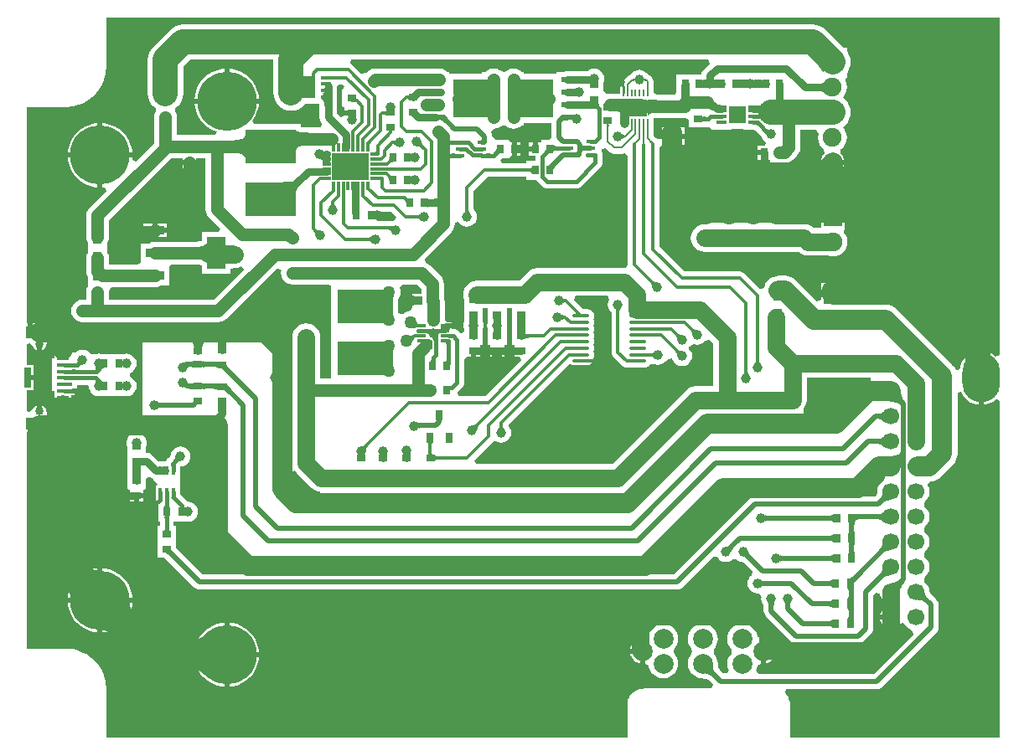
<source format=gtl>
G04*
G04 #@! TF.GenerationSoftware,Altium Limited,Altium Designer,19.1.8 (144)*
G04*
G04 Layer_Physical_Order=1*
G04 Layer_Color=255*
%FSLAX25Y25*%
%MOIN*%
G70*
G01*
G75*
%ADD14C,0.01000*%
%ADD16C,0.00800*%
%ADD19R,0.01181X0.03347*%
%ADD20R,0.03347X0.01181*%
%ADD21R,0.14567X0.10630*%
%ADD22R,0.06791X0.08799*%
%ADD23R,0.02992X0.01595*%
%ADD24R,0.03898X0.01595*%
%ADD25R,0.03543X0.02756*%
%ADD26R,0.03543X0.03150*%
%ADD27R,0.02756X0.03543*%
%ADD28R,0.03150X0.03543*%
%ADD29R,0.20079X0.13780*%
%ADD30R,0.03543X0.05118*%
%ADD31R,0.05118X0.05118*%
%ADD32R,0.02756X0.07874*%
%ADD33R,0.04724X0.03543*%
%ADD34R,0.05906X0.01575*%
%ADD35R,0.07284X0.04921*%
%ADD36R,0.02559X0.04134*%
%ADD37R,0.00787X0.02953*%
%ADD38R,0.15000X0.06496*%
%ADD39R,0.04016X0.02402*%
%ADD40R,0.05000X0.02402*%
%ADD41R,0.03740X0.01575*%
%ADD42O,0.06693X0.01378*%
%ADD43R,0.09449X0.07087*%
%ADD44R,0.07087X0.07087*%
%ADD45R,0.03937X0.02953*%
%ADD46R,0.03937X0.01575*%
%ADD47R,0.01575X0.03740*%
%ADD48R,0.07284X0.03543*%
%ADD49R,0.07284X0.12598*%
%ADD75R,0.07480X0.07480*%
%ADD83C,0.03347*%
%ADD88C,0.07000*%
%ADD89C,0.10000*%
%ADD90C,0.05000*%
%ADD91C,0.02000*%
%ADD92C,0.08000*%
%ADD93C,0.01200*%
%ADD94C,0.03000*%
%ADD95C,0.01500*%
%ADD96C,0.03500*%
%ADD97C,0.07480*%
%ADD98C,0.06693*%
%ADD99C,0.07874*%
%ADD100C,0.23622*%
%ADD101O,0.15000X0.19685*%
%ADD102C,0.03937*%
%ADD103C,0.05000*%
%ADD104C,0.03500*%
G36*
X426528Y375228D02*
X419072Y367772D01*
X419001Y367954D01*
X418789Y368265D01*
X418435Y368707D01*
X416526Y370809D01*
X412001Y375428D01*
X419272Y382299D01*
X426528Y375228D01*
D02*
G37*
G36*
X216959Y365880D02*
X215180Y365868D01*
X215279Y365880D01*
X215367Y365914D01*
X215445Y365971D01*
X215513Y366051D01*
X215570Y366153D01*
X215617Y366277D01*
X215653Y366424D01*
X215679Y366594D01*
X215695Y366786D01*
X215700Y367000D01*
X216900D01*
X216959Y365880D01*
D02*
G37*
G36*
X223371Y366140D02*
X223407Y366108D01*
X223467Y366080D01*
X223551Y366056D01*
X223659Y366036D01*
X223791Y366019D01*
X224127Y365997D01*
X224559Y365990D01*
Y364790D01*
X224331Y364788D01*
X223659Y364743D01*
X223551Y364723D01*
X223467Y364699D01*
X223407Y364671D01*
X223371Y364640D01*
X223359Y364604D01*
Y366175D01*
X223371Y366140D01*
D02*
G37*
G36*
X347888Y365078D02*
X347917Y365041D01*
X347956Y365008D01*
X348004Y364979D01*
X348063Y364955D01*
X348131Y364935D01*
X348208Y364920D01*
X348296Y364909D01*
X348393Y364902D01*
X348500Y364900D01*
Y364100D01*
X348393Y364098D01*
X348208Y364080D01*
X348131Y364065D01*
X348063Y364045D01*
X348004Y364021D01*
X347956Y363992D01*
X347917Y363959D01*
X347888Y363922D01*
X347868Y363880D01*
Y365120D01*
X347888Y365078D01*
D02*
G37*
G36*
X344132Y363880D02*
X344112Y363922D01*
X344083Y363959D01*
X344044Y363992D01*
X343996Y364021D01*
X343937Y364045D01*
X343869Y364065D01*
X343792Y364080D01*
X343704Y364091D01*
X343607Y364098D01*
X343500Y364100D01*
Y364900D01*
X343607Y364902D01*
X343792Y364920D01*
X343869Y364935D01*
X343937Y364955D01*
X343996Y364979D01*
X344044Y365008D01*
X344083Y365041D01*
X344112Y365078D01*
X344132Y365120D01*
Y363880D01*
D02*
G37*
G36*
X385849Y364710D02*
X385939Y364666D01*
X386089Y364627D01*
X386299Y364594D01*
X386569Y364565D01*
X387739Y364510D01*
X388819Y364500D01*
Y361500D01*
X388249Y361497D01*
X386089Y361373D01*
X385939Y361334D01*
X385849Y361290D01*
X385819Y361240D01*
Y364760D01*
X385849Y364710D01*
D02*
G37*
G36*
X377181Y361240D02*
X377151Y361290D01*
X377061Y361334D01*
X376911Y361373D01*
X376701Y361406D01*
X376431Y361435D01*
X375261Y361490D01*
X374181Y361500D01*
Y364500D01*
X374751Y364503D01*
X376911Y364627D01*
X377061Y364666D01*
X377151Y364710D01*
X377181Y364760D01*
Y361240D01*
D02*
G37*
G36*
X371347Y364710D02*
X371432Y364666D01*
X371574Y364627D01*
X371772Y364594D01*
X372027Y364565D01*
X373132Y364510D01*
X374152Y364500D01*
Y361500D01*
X373613Y361497D01*
X371574Y361373D01*
X371432Y361334D01*
X371347Y361290D01*
X371319Y361240D01*
Y364760D01*
X371347Y364710D01*
D02*
G37*
G36*
X394681Y361240D02*
X394651Y361290D01*
X394561Y361334D01*
X394411Y361373D01*
X394201Y361406D01*
X393931Y361435D01*
X392761Y361490D01*
X391681Y361500D01*
Y364500D01*
X392251Y364503D01*
X394411Y364627D01*
X394561Y364666D01*
X394651Y364710D01*
X394681Y364760D01*
Y361240D01*
D02*
G37*
G36*
X420129Y358882D02*
X419902Y359094D01*
X419658Y359284D01*
X419399Y359452D01*
X419123Y359597D01*
X418831Y359720D01*
X418523Y359821D01*
X418199Y359899D01*
X417859Y359955D01*
X417502Y359989D01*
X417130Y360000D01*
Y363000D01*
X417502Y363011D01*
X417859Y363045D01*
X418199Y363101D01*
X418523Y363179D01*
X418831Y363280D01*
X419123Y363403D01*
X419399Y363548D01*
X419658Y363716D01*
X419902Y363906D01*
X420129Y364118D01*
Y358882D01*
D02*
G37*
G36*
X373974Y370966D02*
X371655Y368648D01*
X371094Y367917D01*
X370742Y367065D01*
X370703Y366772D01*
X360669D01*
Y361377D01*
X360642Y361240D01*
X360646Y361219D01*
X360643Y361198D01*
X360666Y360094D01*
X360662Y359939D01*
X360228Y358483D01*
X359935Y358444D01*
X354250D01*
X352902Y358470D01*
X351671Y359311D01*
Y363776D01*
X351485Y364712D01*
X350955Y365506D01*
X350230Y366230D01*
X349436Y366761D01*
X349237Y366800D01*
X348830Y367330D01*
X348001Y367967D01*
X347036Y368366D01*
X346000Y368503D01*
X344964Y368366D01*
X343999Y367967D01*
X343170Y367330D01*
X342763Y366800D01*
X342564Y366761D01*
X341770Y366230D01*
X339738Y364199D01*
X339208Y363405D01*
X339196Y363348D01*
X339096Y363198D01*
X339014Y362787D01*
X338957D01*
Y362498D01*
X338910Y362261D01*
Y361787D01*
X338382D01*
Y359039D01*
X334828D01*
X334813Y359039D01*
X334812Y359039D01*
X334789D01*
X334788Y359039D01*
X334786Y359039D01*
X334287D01*
X333272Y358905D01*
X333056Y358929D01*
X331772Y359952D01*
Y363735D01*
X331866Y363964D01*
X332003Y365000D01*
X331866Y366036D01*
X331467Y367001D01*
X330830Y367830D01*
X330001Y368466D01*
X329036Y368866D01*
X328000Y369003D01*
X326964Y368866D01*
X325999Y368466D01*
X325430Y368030D01*
X317500D01*
X316586Y367910D01*
X316081Y367701D01*
X313000D01*
Y366795D01*
X299992D01*
Y367701D01*
X299200D01*
X299194Y367709D01*
X298254Y368431D01*
X297159Y368884D01*
X295984Y369039D01*
X294810Y368884D01*
X293715Y368431D01*
X292982Y367868D01*
X292920Y367845D01*
X291867Y367737D01*
X290657Y368137D01*
X290273Y368431D01*
X289179Y368884D01*
X288004Y369039D01*
X286829Y368884D01*
X285735Y368431D01*
X284794Y367709D01*
X284788Y367701D01*
X283502D01*
Y366795D01*
X270494D01*
Y367701D01*
X269716D01*
X269709Y367709D01*
X268769Y368431D01*
X267675Y368884D01*
X266500Y369039D01*
X241000D01*
X241000Y369039D01*
X239825Y368884D01*
X238731Y368431D01*
X237791Y367709D01*
X237291Y367209D01*
X235358Y367103D01*
X232107Y370354D01*
X231564Y370771D01*
X230931Y371033D01*
X231221Y372466D01*
X373352Y372466D01*
X373974Y370966D01*
D02*
G37*
G36*
X403307Y361210D02*
X403296Y361120D01*
X403287Y360970D01*
X403256Y358240D01*
X400256D01*
X400193Y361240D01*
X403319D01*
X403307Y361210D01*
D02*
G37*
G36*
X255100Y356253D02*
X254939Y356367D01*
X254778Y356469D01*
X254616Y356559D01*
X254452Y356637D01*
X254288Y356703D01*
X254252Y356715D01*
Y356665D01*
X254244Y356701D01*
X254228Y356722D01*
X254123Y356757D01*
X253957Y356799D01*
X253790Y356829D01*
X253622Y356847D01*
X253453Y356853D01*
Y358053D01*
X253622Y358059D01*
X253790Y358077D01*
X253957Y358107D01*
X254123Y358149D01*
X254228Y358183D01*
X254244Y358205D01*
X254252Y358240D01*
Y358191D01*
X254288Y358203D01*
X254452Y358269D01*
X254616Y358347D01*
X254778Y358437D01*
X254939Y358539D01*
X255100Y358653D01*
Y356253D01*
D02*
G37*
G36*
X366022Y357330D02*
X362466D01*
X362519Y357434D01*
X362566Y357630D01*
X362608Y357920D01*
X362675Y358782D01*
X362705Y360092D01*
X362681Y361240D01*
X362732D01*
X362733Y361290D01*
X362741Y361627D01*
X362744Y362573D01*
X365744D01*
X366022Y357330D01*
D02*
G37*
G36*
X223796Y360810D02*
X223690Y359130D01*
X223647Y358894D01*
X223690Y358658D01*
X223729Y358328D01*
X223782Y357488D01*
X223800Y356408D01*
X223620D01*
X223641Y356329D01*
X223690Y356059D01*
X223729Y355729D01*
X223782Y354889D01*
X223800Y353809D01*
X220800D01*
X220787Y354379D01*
X220747Y354889D01*
X220682Y355339D01*
X220590Y355729D01*
X220471Y356059D01*
X220327Y356329D01*
X220156Y356539D01*
X219959Y356689D01*
X219735Y356779D01*
X219485Y356809D01*
X220791D01*
X220787Y356978D01*
X220747Y357488D01*
X220682Y357938D01*
X220590Y358328D01*
X220571Y358380D01*
X219485D01*
X219735Y358410D01*
X219959Y358500D01*
X220156Y358650D01*
X220327Y358860D01*
X220345Y358894D01*
X220327Y358928D01*
X220156Y359138D01*
X219959Y359288D01*
X219735Y359378D01*
X219485Y359408D01*
X220571D01*
X220590Y359460D01*
X220682Y359850D01*
X220747Y360300D01*
X220787Y360810D01*
X220800Y361380D01*
X223800D01*
X223796Y360810D01*
D02*
G37*
G36*
X330010Y354560D02*
X330042Y354421D01*
X330082Y354287D01*
X330131Y354156D01*
X330187Y354031D01*
X330251Y353910D01*
X330324Y353794D01*
X330404Y353682D01*
X330493Y353574D01*
X330589Y353471D01*
X329529Y352411D01*
X329426Y352507D01*
X329318Y352596D01*
X329206Y352676D01*
X329090Y352749D01*
X328969Y352813D01*
X328843Y352870D01*
X328713Y352918D01*
X328579Y352958D01*
X328440Y352990D01*
X328297Y353014D01*
X329986Y354703D01*
X330010Y354560D01*
D02*
G37*
G36*
X375506Y356240D02*
X375620Y356067D01*
X375777Y355878D01*
X375974Y355673D01*
X376213Y355453D01*
X376610Y355133D01*
X377358Y354720D01*
X377965Y354448D01*
X378518Y354247D01*
X379015Y354119D01*
X379456Y354063D01*
X379843Y354079D01*
X380174Y354167D01*
X380450Y354327D01*
X376744Y351398D01*
X376711Y351415D01*
X376611Y351477D01*
X376395Y351617D01*
X376388Y351607D01*
X375936Y351898D01*
X374437Y352741D01*
X374140Y352873D01*
X373873Y352972D01*
X373638Y353040D01*
X373433Y353076D01*
X373259Y353080D01*
X373524Y353484D01*
X373413Y353557D01*
X374773Y355391D01*
X375433Y356398D01*
X375506Y356240D01*
D02*
G37*
G36*
X245240Y350087D02*
X245228Y350180D01*
X245192Y350264D01*
X245132Y350338D01*
X245048Y350402D01*
X244940Y350456D01*
X244808Y350500D01*
X244652Y350535D01*
X244472Y350559D01*
X244268Y350574D01*
X244040Y350579D01*
Y351779D01*
X244270Y351785D01*
X244476Y351803D01*
X244657Y351833D01*
X244814Y351875D01*
X244948Y351929D01*
X245057Y351995D01*
X245142Y352073D01*
X245203Y352163D01*
X245240Y352265D01*
X245252Y352379D01*
X245240Y350087D01*
D02*
G37*
G36*
X349262Y356836D02*
X349412Y356746D01*
X349662Y356666D01*
X350012Y356597D01*
X350462Y356538D01*
X351662Y356453D01*
X354212Y356405D01*
Y351406D01*
X353262Y351390D01*
X351662Y351268D01*
X351012Y351161D01*
X350462Y351023D01*
X350012Y350854D01*
X349662Y350655D01*
X349412Y350426D01*
X349262Y350165D01*
X349212Y349874D01*
Y356937D01*
X349262Y356836D01*
D02*
G37*
G36*
X339788Y356937D02*
Y349874D01*
X339738Y350278D01*
X339588Y350640D01*
X339338Y350958D01*
X338988Y351235D01*
X338538Y351469D01*
X337988Y351660D01*
X337338Y351809D01*
X336588Y351915D01*
X335738Y351979D01*
X334788Y352000D01*
Y357000D01*
X339788Y356937D01*
D02*
G37*
G36*
X228526Y362057D02*
X227852Y360557D01*
X227755D01*
Y353801D01*
X228755Y353652D01*
Y352274D01*
X231526D01*
Y350274D01*
X228755D01*
Y350159D01*
X227255Y349538D01*
X225830Y350962D01*
Y353764D01*
X225839Y353809D01*
X225836Y353826D01*
X225839Y353843D01*
X225830Y354376D01*
Y356363D01*
X225839Y356408D01*
X225836Y356424D01*
X225839Y356441D01*
X225830Y356974D01*
Y360673D01*
X225831Y360682D01*
X225830Y360685D01*
Y360772D01*
X225835Y360794D01*
X225839Y361364D01*
X225840Y361385D01*
X226059Y362260D01*
X226503Y362767D01*
X227966D01*
X228526Y362057D01*
D02*
G37*
G36*
X290504Y357000D02*
X285504Y349500D01*
X285454Y350450D01*
X285304Y351300D01*
X285054Y352050D01*
X284704Y352700D01*
X284254Y353250D01*
X283704Y353700D01*
X283054Y354050D01*
X282304Y354300D01*
X281454Y354450D01*
X280504Y354500D01*
Y359500D01*
X281454Y359550D01*
X282304Y359700D01*
X283054Y359950D01*
X283704Y360300D01*
X284254Y360750D01*
X284704Y361300D01*
X285054Y361950D01*
X285304Y362700D01*
X285454Y363550D01*
X285504Y364500D01*
X290504Y357000D01*
D02*
G37*
G36*
X393271Y350582D02*
X393316Y350577D01*
X393496Y350570D01*
X394756Y350561D01*
Y349061D01*
X393256Y349036D01*
Y350586D01*
X393271Y350582D01*
D02*
G37*
G36*
X376744Y349036D02*
X376729Y349041D01*
X376684Y349045D01*
X376504Y349052D01*
X375244Y349061D01*
Y350561D01*
X376744Y350586D01*
Y349036D01*
D02*
G37*
G36*
X316335Y348323D02*
X316280Y348382D01*
X316201Y348405D01*
X316099Y348392D01*
X315972Y348342D01*
X315821Y348257D01*
X315646Y348136D01*
X315447Y347979D01*
X314978Y347558D01*
X314707Y347293D01*
X313293Y348707D01*
X313619Y349036D01*
X314943Y350525D01*
X314995Y350622D01*
X315012Y350689D01*
X316335Y348323D01*
D02*
G37*
G36*
X371275Y350287D02*
X371320Y350174D01*
X371395Y350075D01*
X371500Y349989D01*
X371635Y349916D01*
X371800Y349856D01*
X371995Y349810D01*
X372220Y349777D01*
X372475Y349757D01*
X372760Y349750D01*
Y348250D01*
X372475Y348244D01*
X371995Y348199D01*
X371800Y348159D01*
X371635Y348108D01*
X371500Y348045D01*
X371395Y347971D01*
X371320Y347886D01*
X371275Y347789D01*
X371260Y347681D01*
Y350413D01*
X371275Y350287D01*
D02*
G37*
G36*
X268503Y350619D02*
X268567Y350512D01*
X268673Y350367D01*
X269012Y349966D01*
X270200Y348716D01*
X270603Y348311D01*
X269189Y346897D01*
X268771Y347301D01*
X268025Y347935D01*
X267697Y348165D01*
X267399Y348336D01*
X267131Y348450D01*
X266893Y348505D01*
X266686Y348503D01*
X266508Y348442D01*
X266360Y348323D01*
X268482Y350689D01*
X268503Y350619D01*
D02*
G37*
G36*
X334224Y346673D02*
X334156Y346649D01*
X334096Y346609D01*
X334044Y346553D01*
X334000Y346481D01*
X333964Y346393D01*
X333936Y346289D01*
X333916Y346169D01*
X333904Y346033D01*
X333900Y345881D01*
X333100D01*
X333096Y346033D01*
X333084Y346169D01*
X333064Y346289D01*
X333036Y346393D01*
X333000Y346481D01*
X332956Y346553D01*
X332904Y346609D01*
X332844Y346649D01*
X332776Y346673D01*
X332700Y346681D01*
X334300D01*
X334224Y346673D01*
D02*
G37*
G36*
X393272Y348224D02*
X393319Y348190D01*
X393399Y348122D01*
X394035Y347518D01*
X394847Y346714D01*
X393827Y345613D01*
X393518Y345911D01*
X392966Y346379D01*
X392722Y346550D01*
X392499Y346678D01*
X392297Y346764D01*
X392117Y346808D01*
X391958Y346810D01*
X391821Y346769D01*
X391705Y346685D01*
X393256Y348224D01*
X393272Y348224D01*
D02*
G37*
G36*
X200466Y363726D02*
Y359226D01*
X200601Y357854D01*
X201002Y356535D01*
X201652Y355319D01*
X202526Y354253D01*
X203592Y353378D01*
X204808Y352728D01*
X206128Y352328D01*
X207500Y352192D01*
X208872Y352328D01*
X210192Y352728D01*
X211408Y353378D01*
X212474Y354253D01*
X212921Y354797D01*
X213166D01*
Y355093D01*
X217473D01*
Y354797D01*
X218700D01*
X218720Y354663D01*
X218749Y354277D01*
X218761Y353762D01*
X218770Y353724D01*
Y349500D01*
X218890Y348586D01*
X219243Y347735D01*
X219777Y347039D01*
X219700Y346483D01*
X219309Y345539D01*
X214369D01*
X212646Y345589D01*
X212009Y345645D01*
X211484Y345719D01*
X211339Y345750D01*
Y346823D01*
X209466D01*
X209330Y346850D01*
X209192Y346823D01*
X192785D01*
X192093Y348323D01*
X192286Y348549D01*
X193340Y350268D01*
X194111Y352131D01*
X194582Y354092D01*
X194662Y355102D01*
X169118D01*
X169197Y354092D01*
X169668Y352131D01*
X170440Y350268D01*
X171493Y348549D01*
X172803Y347016D01*
X174336Y345706D01*
X176056Y344652D01*
X177919Y343881D01*
X177500Y342472D01*
X162039D01*
Y349547D01*
X161884Y350722D01*
X161431Y351817D01*
X161408Y353151D01*
X162474Y354026D01*
X163348Y355092D01*
X163998Y356308D01*
X164399Y357628D01*
X164534Y359000D01*
Y369586D01*
X167413Y372466D01*
X200466D01*
Y363726D01*
D02*
G37*
G36*
X310974Y341500D02*
X310335Y340772D01*
X307075D01*
X306925Y339772D01*
X305547D01*
Y337000D01*
X304547D01*
Y336000D01*
X302169D01*
Y334228D01*
X304567D01*
X304726Y334047D01*
Y332272D01*
X301169D01*
Y331122D01*
X291370D01*
X290755Y332622D01*
X291348Y333228D01*
X293925Y333228D01*
X295011Y334228D01*
X295453D01*
Y337000D01*
Y339772D01*
X295011D01*
X293925Y340772D01*
X292989Y340772D01*
X288717D01*
X288597Y340845D01*
X287613Y341893D01*
X287539Y342000D01*
X287500Y342198D01*
X287423Y342783D01*
X287121Y343513D01*
X287076Y343570D01*
X287888Y344976D01*
X288004Y344961D01*
X289179Y345116D01*
X290273Y345569D01*
X290657Y345864D01*
X291867Y346263D01*
X292920Y346155D01*
X292982Y346131D01*
X293715Y345569D01*
X294810Y345116D01*
X295984Y344961D01*
X297159Y345116D01*
X298254Y345569D01*
X299194Y346291D01*
X299200Y346299D01*
X299992D01*
Y347205D01*
X310974D01*
Y341500D01*
D02*
G37*
G36*
X247666Y344186D02*
X247652Y344166D01*
X247640Y344131D01*
X247629Y344082D01*
X247620Y344020D01*
X247607Y343854D01*
X247600Y343500D01*
X246400D01*
X246399Y343632D01*
X246371Y344082D01*
X246360Y344131D01*
X246348Y344166D01*
X246334Y344186D01*
X246319Y344193D01*
X247681D01*
X247666Y344186D01*
D02*
G37*
G36*
X396448Y345123D02*
X396594Y345008D01*
X396740Y344915D01*
X396886Y344842D01*
X397033Y344789D01*
X397180Y344756D01*
X397328Y344744D01*
X397477Y344752D01*
X397625Y344781D01*
X397775Y344830D01*
X396656Y342311D01*
X396596Y342461D01*
X396451Y342756D01*
X396368Y342902D01*
X396176Y343188D01*
X396069Y343328D01*
X395830Y343605D01*
X395699Y343741D01*
X396304Y345257D01*
X396448Y345123D01*
D02*
G37*
G36*
X339228Y342973D02*
X339342Y342844D01*
X339461Y342730D01*
X339586Y342631D01*
X339717Y342547D01*
X339854Y342478D01*
X339996Y342425D01*
X340144Y342387D01*
X340297Y342364D01*
X340457Y342357D01*
Y341557D01*
X340295Y341549D01*
X340138Y341527D01*
X339986Y341490D01*
X339840Y341438D01*
X339698Y341370D01*
X339562Y341288D01*
X339431Y341192D01*
X339305Y341080D01*
X339185Y340953D01*
X339069Y340812D01*
X339120Y343118D01*
X339228Y342973D01*
D02*
G37*
G36*
X330280Y340719D02*
X328689Y339090D01*
X327019Y340629D01*
X327139Y340549D01*
X327279Y340511D01*
X327439Y340514D01*
X327621Y340559D01*
X327823Y340645D01*
X328045Y340773D01*
X328288Y340943D01*
X328552Y341154D01*
X329141Y341701D01*
X330280Y340719D01*
D02*
G37*
G36*
X285496Y341676D02*
X285430Y340910D01*
X285390Y340723D01*
X285342Y340569D01*
X285285Y340450D01*
X285219Y340365D01*
X285144Y340314D01*
X285061Y340297D01*
X282797D01*
X282931Y340314D01*
X283050Y340365D01*
X283156Y340450D01*
X283247Y340569D01*
X283324Y340723D01*
X283387Y340910D01*
X283437Y341131D01*
X283472Y341387D01*
X283493Y341676D01*
X283500Y342000D01*
X285500D01*
X285496Y341676D01*
D02*
G37*
G36*
X348074Y339074D02*
X347225D01*
X347230Y339090D01*
X347234Y339130D01*
X347241Y339281D01*
X347250Y340297D01*
X348050D01*
X348074Y339074D01*
D02*
G37*
G36*
X351500Y339600D02*
X350900Y339000D01*
X350891Y339015D01*
X350866Y339046D01*
X350764Y339158D01*
X350052Y339882D01*
X350618Y340448D01*
X351500Y339600D01*
D02*
G37*
G36*
X345448Y339882D02*
X344600Y339000D01*
X344000Y339600D01*
X344015Y339609D01*
X344046Y339634D01*
X344158Y339736D01*
X344882Y340448D01*
X345448Y339882D01*
D02*
G37*
G36*
X276414Y340288D02*
X276459Y340280D01*
X276534Y340273D01*
X276939Y340258D01*
X277899Y340250D01*
Y338750D01*
X276399Y338746D01*
Y340297D01*
X276414Y340288D01*
D02*
G37*
G36*
X272683Y340297D02*
Y338746D01*
X272668Y338758D01*
X272623Y338769D01*
X272548Y338778D01*
X272308Y338793D01*
X271183Y338809D01*
Y340309D01*
X272683Y340297D01*
D02*
G37*
G36*
X249242Y338297D02*
X249144Y338411D01*
X249035Y338514D01*
X248917Y338604D01*
X248788Y338683D01*
X248649Y338749D01*
X248499Y338804D01*
X248340Y338846D01*
X248170Y338876D01*
X247990Y338894D01*
X247800Y338900D01*
Y340100D01*
X247990Y340106D01*
X248170Y340124D01*
X248340Y340154D01*
X248499Y340196D01*
X248649Y340251D01*
X248788Y340317D01*
X248917Y340396D01*
X249035Y340486D01*
X249144Y340589D01*
X249242Y340703D01*
Y338297D01*
D02*
G37*
G36*
X239471Y339823D02*
X239237Y339580D01*
X238867Y339143D01*
X238732Y338949D01*
X238629Y338772D01*
X238560Y338610D01*
X238523Y338465D01*
X238519Y338335D01*
X238548Y338222D01*
X238611Y338126D01*
X237466Y339417D01*
X237460Y339430D01*
X237482Y339468D01*
X237531Y339532D01*
X237711Y339735D01*
X238641Y340690D01*
X239471Y339823D01*
D02*
G37*
G36*
X259473Y339767D02*
X259490Y339563D01*
X259519Y339368D01*
X259562Y339183D01*
X259617Y339006D01*
X259685Y338839D01*
X259766Y338682D01*
X259860Y338533D01*
X259966Y338393D01*
X260085Y338263D01*
X259237Y337415D01*
X259106Y337534D01*
X258967Y337640D01*
X258819Y337734D01*
X258661Y337815D01*
X258494Y337883D01*
X258317Y337938D01*
X258132Y337981D01*
X257937Y338010D01*
X257733Y338027D01*
X257520Y338032D01*
X259468Y339980D01*
X259473Y339767D01*
D02*
G37*
G36*
X316311Y336531D02*
X316296Y336536D01*
X316251Y336540D01*
X316071Y336547D01*
X314811Y336556D01*
Y338056D01*
X316311Y338082D01*
Y336531D01*
D02*
G37*
G36*
X281345Y337738D02*
Y336187D01*
X281336Y336199D01*
X281311Y336210D01*
X281269Y336219D01*
X281209Y336227D01*
X281041Y336240D01*
X280500Y336250D01*
Y337750D01*
X281345Y337738D01*
D02*
G37*
G36*
X209377Y344562D02*
X209527Y344339D01*
X209777Y344142D01*
X210127Y343972D01*
X210577Y343828D01*
X211127Y343710D01*
X211777Y343618D01*
X212527Y343552D01*
X214327Y343500D01*
Y338500D01*
X213376Y338475D01*
X212524Y338400D01*
X211773Y338275D01*
X211121Y338100D01*
X210570Y337875D01*
X210119Y337600D01*
X209768Y337275D01*
X209517Y336900D01*
X209366Y336475D01*
X209315Y336000D01*
X209327Y344811D01*
X209377Y344562D01*
D02*
G37*
G36*
X311834Y338626D02*
X311879Y338506D01*
X311954Y338401D01*
X312059Y338310D01*
X312194Y338232D01*
X312359Y338169D01*
X312554Y338120D01*
X312779Y338084D01*
X313034Y338063D01*
X313319Y338056D01*
Y336556D01*
X313032Y336549D01*
X312775Y336526D01*
X312549Y336489D01*
X312352Y336436D01*
X312186Y336369D01*
X312050Y336286D01*
X311944Y336189D01*
X311868Y336076D01*
X311822Y335949D01*
X311807Y335806D01*
X311819Y338760D01*
X311834Y338626D01*
D02*
G37*
G36*
X242461Y335578D02*
X240664D01*
X240778Y335591D01*
X240880Y335627D01*
X240970Y335686D01*
X241048Y335771D01*
X241114Y335878D01*
X241168Y336011D01*
X241210Y336167D01*
X241240Y336347D01*
X241258Y336551D01*
X241264Y336778D01*
X242464D01*
X242461Y335578D01*
D02*
G37*
G36*
X290909Y335252D02*
X290811Y335354D01*
X290688Y335409D01*
X290539Y335417D01*
X290365Y335379D01*
X290165Y335295D01*
X289941Y335165D01*
X289690Y334988D01*
X289415Y334765D01*
X288788Y334180D01*
X288121Y335634D01*
X288401Y335925D01*
X288847Y336455D01*
X289012Y336693D01*
X289138Y336914D01*
X289226Y337117D01*
X289276Y337303D01*
X289287Y337471D01*
X289259Y337622D01*
X289193Y337755D01*
X290909Y335252D01*
D02*
G37*
G36*
X310814Y335240D02*
X310716Y335343D01*
X310591Y335399D01*
X310442Y335409D01*
X310268Y335372D01*
X310068Y335290D01*
X309843Y335160D01*
X309594Y334985D01*
X309319Y334763D01*
X308693Y334180D01*
X308026Y335634D01*
X308305Y335924D01*
X308749Y336452D01*
X308912Y336690D01*
X309038Y336911D01*
X309124Y337114D01*
X309173Y337300D01*
X309183Y337469D01*
X309154Y337621D01*
X309087Y337755D01*
X310814Y335240D01*
D02*
G37*
G36*
X285076Y335174D02*
X285121Y335170D01*
X285301Y335163D01*
X286561Y335154D01*
Y333653D01*
X285061Y333628D01*
Y335179D01*
X285076Y335174D01*
D02*
G37*
G36*
X281345Y335179D02*
Y333628D01*
X281330Y333640D01*
X281285Y333651D01*
X281210Y333660D01*
X280970Y333675D01*
X279845Y333691D01*
Y335191D01*
X281345Y335179D01*
D02*
G37*
G36*
X272683Y333628D02*
X272668Y333633D01*
X272623Y333637D01*
X272443Y333644D01*
X271183Y333653D01*
Y335154D01*
X272683Y335179D01*
Y333628D01*
D02*
G37*
G36*
X189285Y332933D02*
X189234Y333408D01*
X189084Y333833D01*
X188833Y334208D01*
X188483Y334533D01*
X188032Y334808D01*
X187480Y335033D01*
X186829Y335208D01*
X186077Y335333D01*
X185225Y335408D01*
X184273Y335433D01*
Y340433D01*
X185225Y340458D01*
X186077Y340533D01*
X186829Y340658D01*
X187480Y340833D01*
X188032Y341058D01*
X188483Y341333D01*
X188833Y341658D01*
X189084Y342033D01*
X189234Y342458D01*
X189285Y342933D01*
Y332933D01*
D02*
G37*
G36*
X173461Y313000D02*
X173616Y311825D01*
X174069Y310731D01*
X174791Y309791D01*
X179396Y305185D01*
X178822Y303799D01*
X172063D01*
Y300727D01*
X172059Y300714D01*
X172039Y300529D01*
X171912Y300451D01*
X171630Y300336D01*
X171198Y300220D01*
X170622Y300125D01*
X169911Y300062D01*
X169035Y300039D01*
X153295D01*
X152120Y299884D01*
X151026Y299431D01*
X150819Y299272D01*
X147653D01*
Y291728D01*
X146462Y290984D01*
X135039D01*
Y293500D01*
X134884Y294675D01*
X134431Y295769D01*
X134272Y295977D01*
Y299523D01*
X134431Y299731D01*
X134884Y300825D01*
X135039Y302000D01*
Y308620D01*
X159813Y333394D01*
X164228D01*
Y332744D01*
X167000D01*
X169772D01*
Y333394D01*
X173461D01*
Y313000D01*
D02*
G37*
G36*
X489285Y254960D02*
X488363Y254476D01*
X487785Y254366D01*
X486635Y255310D01*
X485158Y256100D01*
X483556Y256586D01*
X482890Y256651D01*
Y245866D01*
Y235081D01*
X483556Y235146D01*
X485158Y235633D01*
X486635Y236422D01*
X487785Y237366D01*
X488363Y237256D01*
X489285Y236772D01*
Y102447D01*
X405990D01*
Y115748D01*
X405963Y115884D01*
X405975Y116022D01*
X405876Y116898D01*
X405793Y117160D01*
X405754Y117432D01*
X405463Y118264D01*
X405323Y118501D01*
X405225Y118758D01*
X404756Y119505D01*
X404567Y119704D01*
X404415Y119933D01*
X403873Y120474D01*
X403904Y120866D01*
X404186Y121641D01*
X404408Y121974D01*
X440500D01*
X441283Y122077D01*
X442013Y122380D01*
X442640Y122860D01*
X464140Y144360D01*
X464620Y144987D01*
X464923Y145717D01*
X465026Y146500D01*
Y155500D01*
X464923Y156283D01*
X464620Y157013D01*
X464140Y157640D01*
X462185Y159594D01*
X462159Y159637D01*
X462019Y159788D01*
X461932Y159897D01*
X461844Y160026D01*
X461755Y160177D01*
X461666Y160350D01*
X461580Y160547D01*
X461504Y160747D01*
X461338Y161311D01*
X461267Y161625D01*
X461235Y161695D01*
X461209Y161896D01*
X460670Y163196D01*
X459813Y164313D01*
X459445Y164596D01*
Y166404D01*
X459813Y166687D01*
X460670Y167804D01*
X461209Y169104D01*
X461393Y170500D01*
X461209Y171896D01*
X460670Y173196D01*
X459813Y174313D01*
X459445Y174596D01*
Y176404D01*
X459813Y176687D01*
X460670Y177804D01*
X461209Y179104D01*
X461393Y180500D01*
X461209Y181896D01*
X460670Y183196D01*
X459813Y184313D01*
X459445Y184596D01*
Y186404D01*
X459813Y186687D01*
X460670Y187804D01*
X461209Y189104D01*
X461393Y190500D01*
X461209Y191896D01*
X460670Y193196D01*
X459813Y194313D01*
X459445Y194596D01*
Y196404D01*
X459813Y196687D01*
X460670Y197804D01*
X461209Y199104D01*
X461393Y200500D01*
X461209Y201896D01*
X460763Y202971D01*
X461133Y203907D01*
X461250Y204086D01*
X461577Y204479D01*
X462676Y204587D01*
X463807Y204930D01*
X464850Y205487D01*
X465763Y206237D01*
X470763Y211237D01*
X471513Y212151D01*
X472070Y213193D01*
X472413Y214324D01*
X472529Y215500D01*
Y239933D01*
X473999Y240255D01*
X474788Y238778D01*
X475850Y237484D01*
X477144Y236422D01*
X478621Y235633D01*
X480223Y235146D01*
X480890Y235081D01*
Y245866D01*
Y256651D01*
X480223Y256586D01*
X478621Y256100D01*
X477144Y255310D01*
X475850Y254248D01*
X474788Y252954D01*
X473999Y251477D01*
X473513Y249875D01*
X473456Y249303D01*
X472840Y249082D01*
X471927Y249076D01*
X471513Y249850D01*
X470763Y250763D01*
X470763Y250763D01*
X448263Y273263D01*
X447350Y274013D01*
X446307Y274570D01*
X445176Y274913D01*
X444000Y275029D01*
X433500D01*
Y275000D01*
X433471Y275029D01*
X427740D01*
Y278000D01*
X423000D01*
X418260D01*
Y276888D01*
X416760Y276267D01*
X408263Y284763D01*
X407349Y285513D01*
X406307Y286070D01*
X405176Y286413D01*
X404000Y286529D01*
X401500D01*
X400324Y286413D01*
X399193Y286070D01*
X398150Y285513D01*
X397237Y284763D01*
X396487Y283850D01*
X395930Y282807D01*
X395587Y281676D01*
X394030Y281178D01*
X387854Y287354D01*
X387311Y287771D01*
X386679Y288033D01*
X386000Y288122D01*
X386000Y288122D01*
X364086D01*
X354122Y298086D01*
Y337439D01*
X354858Y338634D01*
X355622Y338634D01*
X358500D01*
Y341094D01*
X354081D01*
X353358Y340849D01*
X353354Y340854D01*
X352811Y341271D01*
X352623Y341349D01*
X352327Y341634D01*
X351671Y342289D01*
Y347500D01*
X351618Y347768D01*
Y349194D01*
X351907Y349241D01*
X353357Y349352D01*
X354245Y349367D01*
X354246Y349367D01*
X364000D01*
X364228Y349397D01*
X365527Y348620D01*
X365728Y348188D01*
Y345669D01*
X370957D01*
X370979Y345661D01*
X371113Y345669D01*
X371123D01*
X371260Y345642D01*
X371396Y345669D01*
X373272D01*
Y345669D01*
X374124Y345614D01*
X374684Y345065D01*
X374732Y344935D01*
Y344661D01*
X382669D01*
Y344957D01*
X387331D01*
Y344661D01*
X391623D01*
X391698Y344646D01*
X391775Y344661D01*
X391839D01*
X392149Y344398D01*
X392410Y344146D01*
X392428Y344134D01*
X392441Y344117D01*
X392492Y344085D01*
X394193Y342385D01*
X394232Y342324D01*
X394323Y342229D01*
X394486Y342041D01*
X394518Y342000D01*
X394636Y341823D01*
X394650Y341798D01*
X394731Y341633D01*
X394764Y341551D01*
X394876Y341379D01*
X395034Y340999D01*
X395670Y340170D01*
X396188Y339772D01*
X395889Y338432D01*
X395801Y338272D01*
X393169D01*
Y336500D01*
X395547D01*
Y335500D01*
X396547D01*
Y332728D01*
X397925D01*
X398075Y331728D01*
X399577D01*
X400400Y331387D01*
X401575Y331233D01*
X403743D01*
X404917Y331387D01*
X406012Y331841D01*
X406952Y332562D01*
X408709Y334320D01*
X409431Y335260D01*
X409884Y336354D01*
X410039Y337529D01*
Y344466D01*
X416192D01*
X417206Y343000D01*
X417203Y342966D01*
X417010Y341500D01*
X417208Y340002D01*
X417786Y338605D01*
X418706Y337406D01*
X419476Y336815D01*
X419667Y335417D01*
X419574Y334999D01*
X419419Y334881D01*
X418659Y333891D01*
X418182Y332737D01*
X418151Y332500D01*
X422800D01*
X427449D01*
X427418Y332737D01*
X426940Y333891D01*
X426181Y334881D01*
X426026Y334999D01*
X425933Y335417D01*
X426124Y336815D01*
X426894Y337406D01*
X427814Y338605D01*
X428392Y340002D01*
X428590Y341500D01*
X428392Y342999D01*
X427814Y344395D01*
X427744Y344486D01*
X426928Y345623D01*
X427962Y346516D01*
X427974Y346526D01*
X428848Y347592D01*
X429498Y348808D01*
X429899Y350128D01*
X430034Y351500D01*
X429899Y352872D01*
X429498Y354192D01*
X428848Y355408D01*
X427974Y356474D01*
X427962Y356484D01*
X426928Y357377D01*
X427744Y358514D01*
X427814Y358605D01*
X428392Y360001D01*
X428590Y361500D01*
X428392Y362999D01*
X427870Y364260D01*
X427954Y364493D01*
X428540Y365760D01*
X428540Y365760D01*
X428540Y365760D01*
Y367216D01*
X428848Y367592D01*
X429498Y368808D01*
X429899Y370128D01*
X430034Y371500D01*
X429899Y372872D01*
X429498Y374192D01*
X428848Y375408D01*
X428540Y375783D01*
Y377240D01*
X427385D01*
X420695Y383760D01*
X420674Y383773D01*
X419974Y384474D01*
X418908Y385349D01*
X417692Y385999D01*
X416372Y386399D01*
X415000Y386534D01*
X214500Y386534D01*
X214500Y386534D01*
X164500D01*
X163128Y386399D01*
X161808Y385999D01*
X160592Y385349D01*
X159526Y384474D01*
X159526Y384474D01*
X152526Y377474D01*
X151652Y376408D01*
X151002Y375192D01*
X150601Y373872D01*
X150466Y372500D01*
Y359000D01*
X150601Y357628D01*
X151002Y356308D01*
X151652Y355092D01*
X152526Y354026D01*
X153592Y353151D01*
X153569Y351817D01*
X153116Y350722D01*
X152961Y349547D01*
Y339380D01*
X145640Y332059D01*
X144938Y332242D01*
X144213Y332753D01*
X144268Y333449D01*
X132496D01*
Y321677D01*
X133191Y321732D01*
X133702Y321007D01*
X133886Y320305D01*
X127291Y313709D01*
X126569Y312769D01*
X126116Y311675D01*
X125961Y310500D01*
Y302000D01*
X126116Y300825D01*
X126569Y299731D01*
X126728Y299523D01*
Y295977D01*
X126569Y295769D01*
X126116Y294675D01*
X125961Y293500D01*
Y288342D01*
X126116Y287168D01*
X126569Y286073D01*
X126728Y285866D01*
Y282524D01*
X126569Y282317D01*
X126116Y281222D01*
X125961Y280047D01*
Y277039D01*
X124500D01*
X123325Y276884D01*
X122231Y276431D01*
X121291Y275709D01*
X120569Y274769D01*
X120116Y273675D01*
X119961Y272500D01*
X120116Y271325D01*
X120569Y270231D01*
X121291Y269291D01*
X122231Y268569D01*
X123325Y268116D01*
X124500Y267961D01*
X127728D01*
Y267244D01*
X130500D01*
X133272D01*
Y267961D01*
X137228D01*
Y267244D01*
X140000D01*
X142772D01*
Y267961D01*
X146228D01*
Y267244D01*
X149000D01*
Y266000D01*
X148500D01*
Y265244D01*
X146228D01*
Y263669D01*
X148500D01*
Y229000D01*
X152500Y225000D01*
X176000D01*
Y183000D01*
X188000Y171000D01*
X352000Y171000D01*
X381000Y200000D01*
X391705D01*
X391803Y198500D01*
X391217Y198423D01*
X390487Y198120D01*
X389860Y197640D01*
X359747Y167526D01*
X172301D01*
X162694Y177133D01*
X162666Y177177D01*
X161949Y177947D01*
X161772Y178168D01*
Y178313D01*
X161779Y178335D01*
X161772Y178468D01*
Y178515D01*
X161798Y178669D01*
X161772Y178786D01*
Y180075D01*
Y186831D01*
X160774D01*
Y188728D01*
X165235D01*
X165464Y188634D01*
X166500Y188497D01*
X167536Y188634D01*
X168501Y189033D01*
X169330Y189670D01*
X169966Y190499D01*
X170366Y191464D01*
X170503Y192500D01*
X170366Y193536D01*
X169966Y194501D01*
X169330Y195330D01*
X168501Y195966D01*
X167536Y196366D01*
X166500Y196503D01*
X166330Y196480D01*
X165961Y196961D01*
X163990Y198933D01*
X163985Y198943D01*
X163954Y198969D01*
X163920Y199002D01*
X163888Y199054D01*
X163381Y199600D01*
X163370Y199613D01*
Y200132D01*
X163347Y200312D01*
Y203461D01*
X163347Y204961D01*
X163347Y205539D01*
Y210363D01*
X163500Y210497D01*
X164536Y210634D01*
X165501Y211034D01*
X166330Y211670D01*
X166966Y212499D01*
X167366Y213464D01*
X167503Y214500D01*
X167366Y215536D01*
X166966Y216501D01*
X166330Y217330D01*
X165501Y217967D01*
X164536Y218366D01*
X163500Y218503D01*
X162464Y218366D01*
X161499Y217967D01*
X160670Y217330D01*
X160034Y216501D01*
X159634Y215536D01*
X159610Y215357D01*
X159563Y215244D01*
X159541Y215138D01*
X159530Y215098D01*
X159517Y215060D01*
X159501Y215022D01*
X159481Y214983D01*
X159457Y214941D01*
X159427Y214896D01*
X159390Y214846D01*
X159344Y214793D01*
X159252Y214696D01*
X159217Y214639D01*
X158598Y214020D01*
X158157Y213446D01*
X157880Y212777D01*
X157218Y212728D01*
X157118Y212708D01*
X157016Y212717D01*
X156963Y212701D01*
X154792D01*
X152496Y214996D01*
X151765Y215557D01*
X150914Y215910D01*
X150000Y216030D01*
X149772D01*
Y218735D01*
X149866Y218964D01*
X150003Y220000D01*
X149866Y221036D01*
X149772Y221265D01*
Y221831D01*
X149537D01*
X149467Y222001D01*
X148830Y222830D01*
X148001Y223466D01*
X147036Y223866D01*
X146000Y224003D01*
X144970Y223867D01*
X146000Y223000D01*
X144480Y222970D01*
X143245Y222888D01*
X143170Y222830D01*
X142534Y222001D01*
X142463Y221831D01*
X142228D01*
Y221265D01*
X142134Y221036D01*
X141997Y220000D01*
X142134Y218964D01*
X142228Y218735D01*
Y215075D01*
Y211502D01*
X142225Y211493D01*
X142228Y211420D01*
Y211318D01*
X142201Y211181D01*
X142228Y211045D01*
Y209831D01*
X142228Y209169D01*
X142228Y209169D01*
X142228Y208331D01*
X142228D01*
Y206455D01*
X142201Y206319D01*
X142228Y206182D01*
Y206080D01*
X142225Y206007D01*
X142228Y205998D01*
Y201575D01*
X143228Y201425D01*
Y200047D01*
X148772D01*
Y201425D01*
X149772Y201575D01*
Y205615D01*
X150840Y206248D01*
X151220Y206307D01*
X151867Y205811D01*
X152654Y205485D01*
Y204961D01*
X153163D01*
X154240Y203521D01*
X154067Y203039D01*
X153654D01*
Y197299D01*
X153654D01*
X154669Y196272D01*
Y194396D01*
X154642Y194260D01*
X154669Y194123D01*
Y194113D01*
X154662Y193979D01*
X154669Y193957D01*
Y191043D01*
X154662Y191021D01*
X154669Y190887D01*
Y190877D01*
X154642Y190740D01*
X154669Y190604D01*
Y188728D01*
X155226D01*
Y186831D01*
X154228D01*
Y180075D01*
Y174169D01*
X156234D01*
X156256Y174162D01*
X156389Y174169D01*
X156591D01*
X156763Y174155D01*
X156809Y174169D01*
X156953D01*
X157024Y174121D01*
X157608Y173629D01*
X157951Y173299D01*
X158002Y173266D01*
X168908Y162360D01*
X168908Y162360D01*
X169534Y161880D01*
X170264Y161577D01*
X171047Y161474D01*
X361000D01*
X361783Y161577D01*
X362513Y161880D01*
X363140Y162360D01*
X375371Y174592D01*
X376565Y174525D01*
X377192Y174292D01*
X377670Y173670D01*
X378499Y173033D01*
X379464Y172634D01*
X380500Y172497D01*
X381536Y172634D01*
X382501Y173033D01*
X383330Y173670D01*
X384670D01*
X385499Y173033D01*
X386464Y172634D01*
X387126Y172547D01*
X387303Y172396D01*
X387411Y172292D01*
X387462Y172258D01*
X390857Y168863D01*
X390509Y167091D01*
X390170Y166830D01*
X389533Y166001D01*
X389134Y165036D01*
X388997Y164000D01*
X389134Y162964D01*
X389533Y161999D01*
X390170Y161170D01*
X390999Y160533D01*
X391964Y160134D01*
X393000Y159997D01*
X393432Y160054D01*
X394138Y159456D01*
X394484Y159024D01*
X394596Y158748D01*
X394497Y158000D01*
X394634Y156964D01*
X395034Y155999D01*
X395440Y155469D01*
X395459Y155237D01*
X395461Y155087D01*
X395474Y155027D01*
Y153000D01*
X395577Y152217D01*
X395880Y151487D01*
X396360Y150860D01*
X406360Y140860D01*
X406360Y140860D01*
X406987Y140380D01*
X407717Y140077D01*
X408500Y139974D01*
X408500Y139974D01*
X433000D01*
X433783Y140077D01*
X434513Y140380D01*
X435140Y140860D01*
X438140Y143860D01*
X438621Y144487D01*
X438923Y145217D01*
X439026Y146000D01*
Y159247D01*
X440145Y160366D01*
X441707Y159807D01*
X441765Y159365D01*
X442203Y158308D01*
X442900Y157400D01*
X443808Y156703D01*
X444865Y156265D01*
X444933Y156256D01*
Y154744D01*
X444865Y154735D01*
X443808Y154297D01*
X442900Y153600D01*
X442203Y152692D01*
X441765Y151635D01*
X441748Y151500D01*
X446000D01*
Y150500D01*
X447000D01*
Y146248D01*
X447135Y146265D01*
X448192Y146703D01*
X449100Y147400D01*
X449602Y148055D01*
X450596Y148112D01*
X451271Y147947D01*
X451330Y147804D01*
X452187Y146687D01*
X453304Y145830D01*
X454453Y145354D01*
X454718Y144784D01*
X454953Y143732D01*
X439247Y128026D01*
X393243D01*
X392371Y129526D01*
X392519Y129804D01*
X392859Y130923D01*
X392870Y131037D01*
X393288Y131471D01*
X394275Y132065D01*
Y137008D01*
Y141951D01*
X393288Y142545D01*
X392870Y142979D01*
X392859Y143093D01*
X392519Y144212D01*
X391968Y145244D01*
X391226Y146148D01*
X390322Y146889D01*
X389291Y147441D01*
X388172Y147780D01*
X387008Y147895D01*
X385844Y147780D01*
X384725Y147441D01*
X383693Y146889D01*
X382789Y146148D01*
X382048Y145244D01*
X381496Y144212D01*
X381157Y143093D01*
X381042Y141929D01*
X381157Y140765D01*
X381496Y139646D01*
X382048Y138615D01*
X382527Y138030D01*
X382682Y137008D01*
X382527Y135985D01*
X382048Y135401D01*
X381496Y134370D01*
X381157Y133250D01*
X381042Y132087D01*
X381157Y130923D01*
X381496Y129804D01*
X381602Y129605D01*
X380894Y128349D01*
X379401Y128225D01*
X377868Y129757D01*
X377847Y129794D01*
X377698Y129959D01*
X377625Y130059D01*
X377553Y130184D01*
X377482Y130338D01*
X377414Y130526D01*
X377354Y130750D01*
X377303Y131012D01*
X377264Y131313D01*
X377242Y131652D01*
X377236Y132077D01*
X377219Y132155D01*
X377111Y133250D01*
X376771Y134370D01*
X376220Y135401D01*
X375740Y135985D01*
X375585Y137008D01*
X375740Y138030D01*
X376220Y138615D01*
X376771Y139646D01*
X377111Y140765D01*
X377225Y141929D01*
X377111Y143093D01*
X376771Y144212D01*
X376220Y145244D01*
X375478Y146148D01*
X374574Y146889D01*
X373543Y147441D01*
X372424Y147780D01*
X371260Y147895D01*
X370096Y147780D01*
X368977Y147441D01*
X367945Y146889D01*
X367041Y146148D01*
X366299Y145244D01*
X365748Y144212D01*
X365409Y143093D01*
X365294Y141929D01*
X365409Y140765D01*
X365748Y139646D01*
X366299Y138615D01*
X366779Y138030D01*
X366934Y137008D01*
X366779Y135985D01*
X366299Y135401D01*
X365748Y134370D01*
X365409Y133250D01*
X365294Y132087D01*
X365409Y130923D01*
X365748Y129804D01*
X366299Y128772D01*
X367041Y127868D01*
X367945Y127126D01*
X368977Y126575D01*
X370096Y126235D01*
X371191Y126128D01*
X371270Y126111D01*
X371694Y126105D01*
X372033Y126082D01*
X372334Y126044D01*
X372596Y125993D01*
X372820Y125932D01*
X373008Y125865D01*
X373162Y125793D01*
X373287Y125721D01*
X373388Y125648D01*
X373553Y125500D01*
X373589Y125478D01*
X375435Y123632D01*
X374814Y122132D01*
X347638D01*
X347502Y122105D01*
X347364Y122117D01*
X346488Y122018D01*
X346226Y121934D01*
X345953Y121896D01*
X345121Y121605D01*
X344884Y121465D01*
X344628Y121367D01*
X343881Y120898D01*
X343681Y120709D01*
X343453Y120556D01*
X342829Y119933D01*
X342677Y119704D01*
X342488Y119505D01*
X342019Y118758D01*
X341921Y118501D01*
X341781Y118264D01*
X341490Y117432D01*
X341451Y117160D01*
X341368Y116898D01*
X341269Y116022D01*
X341281Y115884D01*
X341254Y115748D01*
Y102447D01*
X133943D01*
Y121850D01*
X133922Y121956D01*
X133934Y122064D01*
X133724Y124456D01*
X133664Y124662D01*
X133650Y124876D01*
X133029Y127197D01*
X132934Y127389D01*
X132883Y127597D01*
X131868Y129774D01*
X131741Y129947D01*
X131654Y130144D01*
X130277Y132111D01*
X130122Y132260D01*
X130002Y132438D01*
X128304Y134136D01*
X128126Y134256D01*
X127977Y134411D01*
X126010Y135788D01*
X125813Y135875D01*
X125640Y136002D01*
X123463Y137017D01*
X123255Y137068D01*
X123063Y137162D01*
X120743Y137784D01*
X120528Y137798D01*
X120323Y137858D01*
X117930Y138068D01*
X117822Y138056D01*
X117717Y138077D01*
X102447D01*
Y224197D01*
X102544D01*
Y227756D01*
X104544D01*
Y224197D01*
X106315D01*
Y226931D01*
X107815Y228025D01*
X107859Y228011D01*
Y224197D01*
X110418D01*
Y227756D01*
Y232068D01*
X109980Y232480D01*
X109888Y233178D01*
X109619Y233828D01*
X109190Y234387D01*
X108632Y234815D01*
X108284Y234960D01*
Y232480D01*
X106284D01*
Y234960D01*
X105936Y234815D01*
X105377Y234387D01*
X104949Y233828D01*
X104679Y233178D01*
X104672Y233121D01*
X103231Y232187D01*
X102447Y232526D01*
Y240929D01*
X105134D01*
Y244866D01*
X102756D01*
Y246866D01*
X105134D01*
Y250803D01*
X102447D01*
Y259207D01*
X103231Y259545D01*
X104672Y258611D01*
X104679Y258554D01*
X104949Y257904D01*
X105377Y257345D01*
X105936Y256917D01*
X106284Y256773D01*
Y259252D01*
X108284D01*
Y256773D01*
X108632Y256917D01*
X109190Y257345D01*
X109619Y257904D01*
X109888Y258554D01*
X109980Y259252D01*
X110418Y259664D01*
Y263976D01*
Y267535D01*
X107859D01*
Y263722D01*
X107815Y263708D01*
X106315Y264801D01*
Y267535D01*
X104544D01*
Y263976D01*
X102544D01*
Y267535D01*
X102447D01*
Y353655D01*
X117717D01*
X117822Y353676D01*
X117930Y353665D01*
X120323Y353874D01*
X120528Y353934D01*
X120743Y353948D01*
X123063Y354570D01*
X123255Y354665D01*
X123463Y354716D01*
X125640Y355731D01*
X125813Y355857D01*
X126010Y355944D01*
X127977Y357322D01*
X128126Y357477D01*
X128304Y357596D01*
X130002Y359294D01*
X130122Y359473D01*
X130277Y359621D01*
X131654Y361589D01*
X131741Y361785D01*
X131868Y361958D01*
X132883Y364135D01*
X132934Y364343D01*
X133029Y364536D01*
X133650Y366856D01*
X133664Y367070D01*
X133724Y367276D01*
X133934Y369669D01*
X133922Y369776D01*
X133943Y369882D01*
Y389285D01*
X489285D01*
Y254960D01*
D02*
G37*
G36*
X328795Y333957D02*
X328891Y333912D01*
X328975Y333837D01*
X329048Y333732D01*
X329110Y333597D01*
X329160Y333432D01*
X329200Y333237D01*
X329228Y333012D01*
X329244Y332757D01*
X329250Y332472D01*
X327750D01*
X327743Y332757D01*
X327720Y333012D01*
X327682Y333237D01*
X327630Y333432D01*
X327562Y333597D01*
X327480Y333732D01*
X327382Y333837D01*
X327270Y333912D01*
X327143Y333957D01*
X327000Y333972D01*
X328689D01*
X328795Y333957D01*
D02*
G37*
G36*
X223170Y333610D02*
X219847Y332453D01*
X219834Y332489D01*
X219793Y332550D01*
X219724Y332636D01*
X219506Y332884D01*
X218479Y333939D01*
X220601Y336061D01*
X223170Y333610D01*
D02*
G37*
G36*
X255122Y334858D02*
X255167Y334730D01*
X255190Y334697D01*
X255268Y334759D01*
X255394Y334878D01*
Y334492D01*
X255485Y334437D01*
X255651Y334370D01*
X255848Y334317D01*
X256074Y334280D01*
X256331Y334258D01*
X256619Y334250D01*
Y332750D01*
X256331Y332743D01*
X256074Y332720D01*
X255848Y332682D01*
X255651Y332630D01*
X255485Y332562D01*
X255394Y332508D01*
Y332122D01*
X255268Y332241D01*
X255190Y332303D01*
X255167Y332270D01*
X255122Y332142D01*
X255107Y332000D01*
Y332366D01*
X254992Y332442D01*
X254843Y332524D01*
X254688Y332593D01*
X254524Y332649D01*
X254354Y332694D01*
X254176Y332725D01*
X253991Y332744D01*
X253799Y332750D01*
X253799Y334250D01*
X253991Y334256D01*
X254176Y334275D01*
X254354Y334307D01*
X254524Y334350D01*
X254688Y334407D01*
X254843Y334476D01*
X254992Y334558D01*
X255107Y334634D01*
Y335000D01*
X255122Y334858D01*
D02*
G37*
G36*
X247982Y331740D02*
X247897Y331817D01*
X247794Y331858D01*
X247671Y331863D01*
X247530Y331832D01*
X247370Y331765D01*
X247190Y331662D01*
X246992Y331523D01*
X246775Y331349D01*
X246284Y330892D01*
X245209Y331513D01*
X245518Y331831D01*
X246203Y332643D01*
X246351Y332867D01*
X246458Y333068D01*
X246524Y333244D01*
X246550Y333398D01*
X246536Y333528D01*
X246481Y333634D01*
X247982Y331740D01*
D02*
G37*
G36*
X313233Y330672D02*
X312828Y330254D01*
X312194Y329507D01*
X311964Y329179D01*
X311792Y328881D01*
X311678Y328613D01*
X311623Y328375D01*
X311626Y328168D01*
X311687Y327991D01*
X311807Y327844D01*
X309087Y330260D01*
X309273Y330274D01*
X309469Y330316D01*
X309676Y330387D01*
X309892Y330486D01*
X310119Y330613D01*
X310356Y330769D01*
X310603Y330953D01*
X311128Y331405D01*
X311406Y331674D01*
X313233Y330672D01*
D02*
G37*
G36*
X303181Y327300D02*
X303169Y327414D01*
X303133Y327516D01*
X303073Y327606D01*
X302989Y327684D01*
X302881Y327750D01*
X302749Y327804D01*
X302593Y327846D01*
X302413Y327876D01*
X302209Y327894D01*
X301981Y327900D01*
Y329100D01*
X302209Y329106D01*
X302413Y329124D01*
X302593Y329154D01*
X302749Y329196D01*
X302881Y329250D01*
X302989Y329316D01*
X303073Y329394D01*
X303133Y329484D01*
X303169Y329586D01*
X303181Y329700D01*
Y327300D01*
D02*
G37*
G36*
X246539Y326862D02*
X246992Y326477D01*
X247190Y326338D01*
X247370Y326235D01*
X247530Y326168D01*
X247671Y326137D01*
X247794Y326142D01*
X247897Y326183D01*
X247982Y326260D01*
X246481Y324366D01*
X246536Y324472D01*
X246550Y324602D01*
X246524Y324756D01*
X246458Y324932D01*
X246351Y325133D01*
X246203Y325357D01*
X246015Y325604D01*
X245518Y326169D01*
X245209Y326487D01*
X246284Y327108D01*
X246539Y326862D01*
D02*
G37*
G36*
X212509Y324088D02*
X211754Y323311D01*
X210069Y321310D01*
X209701Y320752D01*
X209430Y320249D01*
X209256Y319801D01*
X209179Y319408D01*
X209199Y319069D01*
X209315Y318785D01*
X206002Y323933D01*
X206193Y323723D01*
X206436Y323607D01*
X206731Y323586D01*
X207077Y323658D01*
X207476Y323824D01*
X207926Y324085D01*
X208428Y324439D01*
X208982Y324887D01*
X210245Y326066D01*
X212509Y324088D01*
D02*
G37*
G36*
X255122Y325857D02*
X255167Y325730D01*
X255190Y325697D01*
X255268Y325759D01*
X255394Y325878D01*
Y325492D01*
X255485Y325437D01*
X255651Y325370D01*
X255848Y325318D01*
X256074Y325280D01*
X256331Y325257D01*
X256619Y325250D01*
Y323750D01*
X256331Y323743D01*
X256074Y323720D01*
X255848Y323682D01*
X255651Y323630D01*
X255485Y323563D01*
X255394Y323508D01*
Y323122D01*
X255268Y323241D01*
X255190Y323303D01*
X255167Y323270D01*
X255122Y323143D01*
X255107Y323000D01*
Y323366D01*
X254992Y323442D01*
X254843Y323524D01*
X254688Y323593D01*
X254524Y323650D01*
X254354Y323693D01*
X254176Y323725D01*
X253991Y323744D01*
X253799Y323750D01*
X253799Y325250D01*
X253991Y325256D01*
X254176Y325275D01*
X254354Y325307D01*
X254524Y325350D01*
X254688Y325407D01*
X254843Y325476D01*
X254992Y325558D01*
X255107Y325634D01*
Y326000D01*
X255122Y325857D01*
D02*
G37*
G36*
X334270Y335770D02*
X335064Y335239D01*
X336000Y335053D01*
X339000D01*
X339878Y335227D01*
X339945Y335234D01*
X341378Y334398D01*
Y291000D01*
X341378Y291000D01*
X341395Y290863D01*
X340535Y289735D01*
X340179Y289511D01*
X339899Y289547D01*
X305500D01*
X305500Y289547D01*
X304064Y289358D01*
X302726Y288804D01*
X301577Y287923D01*
X298202Y284547D01*
X281500D01*
X280064Y284358D01*
X278726Y283804D01*
X277577Y282923D01*
X276696Y281774D01*
X276142Y280436D01*
X275953Y279000D01*
X276142Y277564D01*
X276228Y277355D01*
Y273575D01*
Y269990D01*
X276222Y269973D01*
X276228Y269855D01*
Y269818D01*
X276201Y269681D01*
X276228Y269545D01*
Y268015D01*
X276134Y267786D01*
X275997Y266750D01*
X276134Y265714D01*
X276228Y265485D01*
Y264316D01*
X275252Y263718D01*
X274985Y263689D01*
X274845Y263690D01*
X274729Y263694D01*
X273918Y264505D01*
X273343Y264946D01*
X272674Y265223D01*
X271956Y265317D01*
X271398D01*
Y265453D01*
X268724D01*
Y267453D01*
X271398D01*
Y268043D01*
X269378D01*
X268539Y269000D01*
Y276256D01*
X268384Y277431D01*
X268295Y277647D01*
Y283244D01*
X268295Y283244D01*
X268140Y284419D01*
X267687Y285513D01*
X266965Y286454D01*
X266965Y286454D01*
X262709Y290709D01*
X261769Y291431D01*
X261121Y291699D01*
X260689Y292933D01*
X260695Y293394D01*
X271209Y303909D01*
X271931Y304849D01*
X272384Y305943D01*
X272539Y307118D01*
Y307687D01*
X274033Y307999D01*
X274670Y307170D01*
X275499Y306534D01*
X276464Y306134D01*
X277500Y305997D01*
X278536Y306134D01*
X279501Y306534D01*
X280330Y307170D01*
X280966Y307999D01*
X281366Y308964D01*
X281503Y310000D01*
X281366Y311036D01*
X280966Y312001D01*
X280393Y312749D01*
X280348Y312819D01*
X280245Y312926D01*
X280200Y312980D01*
X280169Y313022D01*
X280150Y313051D01*
X280141Y313069D01*
X280140Y313070D01*
X280137Y313146D01*
X280122Y313206D01*
Y320414D01*
X285586Y325878D01*
X301169D01*
Y324728D01*
X305050D01*
X305098Y324613D01*
X305539Y324039D01*
X307539Y322039D01*
X308113Y321598D01*
X308782Y321321D01*
X309500Y321226D01*
X321000D01*
X321718Y321321D01*
X322387Y321598D01*
X322961Y322039D01*
X330461Y329539D01*
X330902Y330113D01*
X331179Y330782D01*
X331274Y331500D01*
Y332394D01*
X331289Y332472D01*
X331285Y332492D01*
X331289Y332512D01*
X331283Y332797D01*
X331274Y332840D01*
Y332850D01*
X331279Y332891D01*
X331274Y332973D01*
Y334500D01*
X331179Y335218D01*
X330921Y335842D01*
X330913Y335939D01*
X331099Y336824D01*
X331372Y337029D01*
X332650Y337389D01*
X334270Y335770D01*
D02*
G37*
G36*
X238570Y322348D02*
X238547Y322226D01*
X238556Y322091D01*
X238594Y321941D01*
X238664Y321779D01*
X238764Y321602D01*
X238895Y321412D01*
X239056Y321208D01*
X239248Y320990D01*
X239471Y320759D01*
X238642Y319892D01*
X238477Y320053D01*
X237923Y320528D01*
X237811Y320605D01*
X237709Y320664D01*
X237617Y320706D01*
X237536Y320732D01*
X237466Y320740D01*
X238623Y322456D01*
X238570Y322348D01*
D02*
G37*
G36*
X266233Y313731D02*
X266132Y313782D01*
X265938Y313828D01*
X265649Y313868D01*
X264790Y313933D01*
X263519Y313955D01*
X262089Y313873D01*
X261939Y313834D01*
X261849Y313790D01*
X261819Y313740D01*
Y313985D01*
X261000Y314000D01*
Y317000D01*
X261819Y317042D01*
Y317260D01*
X261849Y317210D01*
X261939Y317166D01*
X262089Y317127D01*
X262299Y317093D01*
X262469Y317075D01*
X266233Y317269D01*
Y313731D01*
D02*
G37*
G36*
X253151Y317748D02*
X253596Y317367D01*
X253712Y317288D01*
X253813Y317234D01*
X253897Y317204D01*
X253966Y317198D01*
X254019Y317217D01*
X254056Y317260D01*
X253181Y315598D01*
X253199Y315660D01*
X253194Y315737D01*
X253166Y315827D01*
X253115Y315933D01*
X253042Y316052D01*
X252945Y316186D01*
X252826Y316335D01*
X252520Y316674D01*
X252333Y316866D01*
X252972Y317924D01*
X253151Y317748D01*
D02*
G37*
G36*
X224608Y315380D02*
X224631Y315206D01*
X224670Y315035D01*
X224725Y314866D01*
X224795Y314700D01*
X224880Y314536D01*
X224981Y314375D01*
X225098Y314216D01*
X225230Y314059D01*
X225378Y313906D01*
X222622D01*
X222770Y314059D01*
X222902Y314216D01*
X223019Y314375D01*
X223120Y314536D01*
X223205Y314700D01*
X223275Y314866D01*
X223330Y315035D01*
X223369Y315206D01*
X223392Y315380D01*
X223400Y315556D01*
X224600D01*
X224608Y315380D01*
D02*
G37*
G36*
X278108Y312880D02*
X278131Y312706D01*
X278170Y312535D01*
X278224Y312366D01*
X278294Y312200D01*
X278380Y312036D01*
X278481Y311875D01*
X278598Y311716D01*
X278730Y311560D01*
X278878Y311406D01*
X276122D01*
X276270Y311560D01*
X276402Y311716D01*
X276519Y311875D01*
X276620Y312036D01*
X276706Y312200D01*
X276776Y312366D01*
X276830Y312535D01*
X276869Y312706D01*
X276892Y312880D01*
X276900Y313056D01*
X278100D01*
X278108Y312880D01*
D02*
G37*
G36*
X259094Y308622D02*
X258941Y308770D01*
X258784Y308902D01*
X258625Y309019D01*
X258464Y309120D01*
X258300Y309206D01*
X258134Y309276D01*
X257965Y309330D01*
X257794Y309369D01*
X257620Y309392D01*
X257444Y309400D01*
Y310600D01*
X257620Y310608D01*
X257794Y310631D01*
X257965Y310670D01*
X258134Y310724D01*
X258300Y310794D01*
X258464Y310880D01*
X258625Y310981D01*
X258784Y311098D01*
X258941Y311230D01*
X259094Y311378D01*
Y308622D01*
D02*
G37*
G36*
X249317Y309974D02*
X249162Y309252D01*
X248706Y308464D01*
X247964Y308366D01*
X247902Y308341D01*
X247840Y308336D01*
X247822Y308327D01*
X247803Y308325D01*
X247662Y308281D01*
X247581Y308259D01*
X247188Y308178D01*
X247143Y308172D01*
X246750Y308141D01*
X246640Y308139D01*
X246564Y308122D01*
X241631D01*
Y309500D01*
X239253D01*
Y311500D01*
X241631D01*
Y311878D01*
X247414D01*
X249317Y309974D01*
D02*
G37*
G36*
X247089Y304027D02*
X247038Y304193D01*
X246972Y304341D01*
X246891Y304472D01*
X246794Y304586D01*
X246682Y304682D01*
X246554Y304760D01*
X246412Y304821D01*
X246253Y304865D01*
X246080Y304891D01*
X245891Y304900D01*
X246672Y306100D01*
X246847Y306103D01*
X247367Y306144D01*
X247540Y306169D01*
X248056Y306275D01*
X248227Y306322D01*
X248398Y306374D01*
X247089Y304027D01*
D02*
G37*
G36*
X217393Y304966D02*
X217533Y304860D01*
X217682Y304766D01*
X217839Y304685D01*
X218006Y304617D01*
X218183Y304562D01*
X218368Y304519D01*
X218563Y304490D01*
X218767Y304473D01*
X218980Y304468D01*
X217032Y302520D01*
X217027Y302733D01*
X217010Y302937D01*
X216981Y303132D01*
X216938Y303317D01*
X216883Y303494D01*
X216815Y303661D01*
X216734Y303818D01*
X216640Y303967D01*
X216534Y304106D01*
X216415Y304237D01*
X217263Y305085D01*
X217393Y304966D01*
D02*
G37*
G36*
X239594Y299622D02*
X239440Y299770D01*
X239284Y299902D01*
X239125Y300019D01*
X238964Y300120D01*
X238800Y300205D01*
X238634Y300275D01*
X238465Y300330D01*
X238294Y300369D01*
X238120Y300392D01*
X237944Y300400D01*
Y301600D01*
X238120Y301608D01*
X238294Y301631D01*
X238465Y301670D01*
X238634Y301725D01*
X238800Y301795D01*
X238964Y301880D01*
X239125Y301981D01*
X239284Y302098D01*
X239440Y302230D01*
X239594Y302378D01*
Y299622D01*
D02*
G37*
G36*
X181371Y298634D02*
X181481Y298606D01*
X181664Y298581D01*
X182251Y298541D01*
X185000Y298500D01*
Y291500D01*
X181334Y291335D01*
Y298665D01*
X181371Y298634D01*
D02*
G37*
G36*
X174087Y290500D02*
X174037Y290975D01*
X173887Y291400D01*
X173636Y291775D01*
X173285Y292100D01*
X172834Y292375D01*
X172283Y292600D01*
X171631Y292775D01*
X170879Y292900D01*
X170027Y292975D01*
X169075Y293000D01*
Y298000D01*
X170027Y298025D01*
X170879Y298100D01*
X171631Y298225D01*
X172283Y298400D01*
X172834Y298625D01*
X173285Y298900D01*
X173636Y299225D01*
X173887Y299600D01*
X174037Y300025D01*
X174087Y300500D01*
Y290500D01*
D02*
G37*
G36*
X351394Y284466D02*
X351533Y284360D01*
X351681Y284266D01*
X351839Y284185D01*
X352006Y284117D01*
X352183Y284062D01*
X352368Y284019D01*
X352563Y283990D01*
X352767Y283973D01*
X352980Y283968D01*
X351032Y282020D01*
X351027Y282233D01*
X351010Y282437D01*
X350981Y282632D01*
X350938Y282817D01*
X350883Y282994D01*
X350815Y283161D01*
X350734Y283318D01*
X350640Y283467D01*
X350534Y283607D01*
X350415Y283737D01*
X351263Y284585D01*
X351394Y284466D01*
D02*
G37*
G36*
X169911Y290938D02*
X170622Y290876D01*
X171198Y290780D01*
X171630Y290664D01*
X171912Y290549D01*
X172039Y290471D01*
X172059Y290286D01*
X172063Y290273D01*
Y287201D01*
X183346D01*
Y289384D01*
X184863Y289453D01*
X185000D01*
X185072Y289462D01*
X185092Y289463D01*
X185107Y289467D01*
X186436Y289642D01*
X187774Y290196D01*
X188550Y288969D01*
X176620Y277039D01*
X135039D01*
Y280047D01*
X134992Y280406D01*
X136089Y281906D01*
X153295D01*
X154470Y282061D01*
X155565Y282514D01*
X155772Y282673D01*
X158937D01*
Y290216D01*
X160129Y290961D01*
X169035D01*
X169911Y290938D01*
D02*
G37*
G36*
X248202Y278153D02*
X248160Y278068D01*
X248123Y277957D01*
X248090Y277823D01*
X248062Y277663D01*
X248023Y277272D01*
X248003Y276782D01*
X248000Y276500D01*
X245000D01*
X244998Y276782D01*
X244937Y277663D01*
X244910Y277823D01*
X244878Y277957D01*
X244840Y278068D01*
X244797Y278153D01*
X244750Y278215D01*
X248250D01*
X248202Y278153D01*
D02*
G37*
G36*
X315796Y277327D02*
X315844Y277279D01*
X315906Y277237D01*
X315982Y277201D01*
X316071Y277170D01*
X316174Y277145D01*
X316291Y277125D01*
X316421Y277111D01*
X316723Y277100D01*
Y275900D01*
X316565Y275897D01*
X316291Y275875D01*
X316174Y275855D01*
X316071Y275830D01*
X315982Y275799D01*
X315906Y275763D01*
X315844Y275721D01*
X315796Y275673D01*
X315761Y275620D01*
Y277380D01*
X315796Y277327D01*
D02*
G37*
G36*
X259217Y281364D02*
Y279272D01*
X255669D01*
Y277500D01*
X258244D01*
Y275500D01*
X255669D01*
Y273916D01*
X255049Y272485D01*
X255000Y272492D01*
X253825Y272337D01*
X252731Y271884D01*
X252024Y271342D01*
X251223Y271305D01*
X250206Y271562D01*
X250080Y271727D01*
X250041Y272297D01*
X250039Y272518D01*
X250030Y272561D01*
Y276439D01*
X250039Y276482D01*
X250041Y276731D01*
X250057Y277126D01*
X250071Y277262D01*
X250431Y277731D01*
X250884Y278825D01*
X251039Y280000D01*
X250884Y281175D01*
X250765Y281461D01*
X251699Y282961D01*
X257620D01*
X259217Y281364D01*
D02*
G37*
G36*
X338730Y273441D02*
X338598Y273284D01*
X338481Y273125D01*
X338380Y272964D01*
X338295Y272800D01*
X338225Y272634D01*
X338170Y272465D01*
X338131Y272294D01*
X338108Y272120D01*
X338100Y271944D01*
X336900D01*
X336892Y272120D01*
X336869Y272294D01*
X336830Y272465D01*
X336775Y272634D01*
X336705Y272800D01*
X336620Y272964D01*
X336519Y273125D01*
X336402Y273284D01*
X336270Y273441D01*
X336122Y273594D01*
X338878D01*
X338730Y273441D01*
D02*
G37*
G36*
X322248Y271832D02*
X322419Y271686D01*
X322590Y271557D01*
X322760Y271445D01*
X322930Y271350D01*
X323100Y271273D01*
X323269Y271212D01*
X323437Y271169D01*
X323605Y271144D01*
X323773Y271135D01*
X320379D01*
X320534Y271144D01*
X320654Y271169D01*
X320740Y271212D01*
X320792Y271273D01*
X320809Y271350D01*
X320792Y271445D01*
X320740Y271557D01*
X320654Y271686D01*
X320534Y271832D01*
X320379Y271995D01*
X322076D01*
X322248Y271832D01*
D02*
G37*
G36*
X248003Y272218D02*
X248062Y271337D01*
X248090Y271177D01*
X248123Y271043D01*
X248160Y270932D01*
X248202Y270847D01*
X248250Y270785D01*
X244750D01*
X244797Y270847D01*
X244840Y270932D01*
X244878Y271043D01*
X244910Y271177D01*
X244937Y271337D01*
X244977Y271728D01*
X244998Y272218D01*
X245000Y272500D01*
X248000D01*
X248003Y272218D01*
D02*
G37*
G36*
X315156Y271089D02*
X315265Y270986D01*
X315383Y270896D01*
X315512Y270817D01*
X315651Y270751D01*
X315801Y270696D01*
X315960Y270654D01*
X316130Y270624D01*
X316310Y270606D01*
X316500Y270600D01*
Y269400D01*
X316310Y269394D01*
X316130Y269376D01*
X315960Y269346D01*
X315801Y269303D01*
X315651Y269249D01*
X315512Y269183D01*
X315383Y269104D01*
X315265Y269014D01*
X315156Y268911D01*
X315058Y268797D01*
Y271203D01*
X315156Y271089D01*
D02*
G37*
G36*
X348165Y268528D02*
X348210Y268522D01*
X348279Y268516D01*
X348781Y268501D01*
X349398Y268498D01*
Y267298D01*
X348142Y267260D01*
Y268535D01*
X348165Y268528D01*
D02*
G37*
G36*
X319858Y267260D02*
X319835Y267267D01*
X319790Y267273D01*
X319721Y267279D01*
X319219Y267294D01*
X318602Y267298D01*
Y268498D01*
X319858Y268535D01*
Y267260D01*
D02*
G37*
G36*
X257521Y268048D02*
X257585Y267839D01*
X257669Y267655D01*
X257773Y267495D01*
X257898Y267360D01*
X258044Y267249D01*
X258210Y267163D01*
X258397Y267102D01*
X258604Y267065D01*
X258832Y267053D01*
X257856Y265853D01*
X257666Y265849D01*
X257049Y265800D01*
X256827Y265771D01*
X255860Y265588D01*
X255598Y265525D01*
X257478Y268282D01*
X257521Y268048D01*
D02*
G37*
G36*
X348165Y265969D02*
X348210Y265963D01*
X348279Y265957D01*
X348781Y265942D01*
X349398Y265939D01*
Y264739D01*
X348142Y264701D01*
Y265976D01*
X348165Y265969D01*
D02*
G37*
G36*
X319858Y264701D02*
X319835Y264708D01*
X319790Y264715D01*
X319721Y264720D01*
X319219Y264735D01*
X318601Y264739D01*
Y265939D01*
X319858Y265976D01*
Y264701D01*
D02*
G37*
G36*
X300710Y269651D02*
X300666Y269561D01*
X300627Y269411D01*
X300593Y269201D01*
X300565Y268931D01*
X300510Y267761D01*
X300500Y266725D01*
X300503Y266249D01*
X300627Y264089D01*
X300666Y263939D01*
X300710Y263849D01*
X300760Y263819D01*
X297240D01*
X297290Y263849D01*
X297334Y263939D01*
X297373Y264089D01*
X297407Y264299D01*
X297435Y264569D01*
X297490Y265739D01*
X297500Y266775D01*
X297497Y267251D01*
X297373Y269411D01*
X297334Y269561D01*
X297290Y269651D01*
X297240Y269681D01*
X300760D01*
X300710Y269651D01*
D02*
G37*
G36*
X291210D02*
X291166Y269561D01*
X291127Y269411D01*
X291093Y269201D01*
X291065Y268931D01*
X291010Y267761D01*
X291000Y266725D01*
X291003Y266249D01*
X291127Y264089D01*
X291166Y263939D01*
X291210Y263849D01*
X291260Y263819D01*
X287740D01*
X287790Y263849D01*
X287834Y263939D01*
X287873Y264089D01*
X287907Y264299D01*
X287935Y264569D01*
X287990Y265739D01*
X288000Y266775D01*
X287997Y267251D01*
X287873Y269411D01*
X287834Y269561D01*
X287790Y269651D01*
X287740Y269681D01*
X291260D01*
X291210Y269651D01*
D02*
G37*
G36*
X281710Y269652D02*
X281666Y269564D01*
X281627Y269418D01*
X281593Y269212D01*
X281565Y268949D01*
X281510Y267805D01*
X281500Y266750D01*
X281503Y266193D01*
X281627Y264083D01*
X281666Y263936D01*
X281710Y263848D01*
X281760Y263819D01*
X278240D01*
X278290Y263848D01*
X278334Y263936D01*
X278373Y264083D01*
X278407Y264288D01*
X278435Y264551D01*
X278490Y265695D01*
X278500Y266750D01*
X278497Y267307D01*
X278373Y269418D01*
X278334Y269564D01*
X278290Y269652D01*
X278240Y269681D01*
X281760D01*
X281710Y269652D01*
D02*
G37*
G36*
X300760Y263539D02*
X300796Y263437D01*
X300857Y263347D01*
X300942Y263269D01*
X301051Y263203D01*
X301142Y263166D01*
X301878Y263094D01*
X302828Y263057D01*
X303375Y263053D01*
Y261853D01*
X302828Y261848D01*
X301139Y261739D01*
X301051Y261703D01*
X300942Y261637D01*
X300857Y261559D01*
X300796Y261469D01*
X300760Y261367D01*
X300748Y261253D01*
Y261672D01*
X300552Y261627D01*
X300340Y261558D01*
X300176Y261479D01*
X300060Y261391D01*
Y263514D01*
X300176Y263426D01*
X300340Y263348D01*
X300552Y263279D01*
X300748Y263234D01*
Y263653D01*
X300760Y263539D01*
D02*
G37*
G36*
X367393Y265466D02*
X367533Y265360D01*
X367682Y265266D01*
X367839Y265185D01*
X368006Y265117D01*
X368183Y265062D01*
X368368Y265019D01*
X368563Y264990D01*
X368767Y264973D01*
X368980Y264968D01*
X367032Y263020D01*
X367027Y263233D01*
X367010Y263437D01*
X366981Y263632D01*
X366938Y263817D01*
X366883Y263994D01*
X366815Y264161D01*
X366734Y264318D01*
X366640Y264467D01*
X366534Y264606D01*
X366415Y264737D01*
X367263Y265585D01*
X367393Y265466D01*
D02*
G37*
G36*
X264711Y265345D02*
X264837Y265321D01*
X265176Y265283D01*
X265901Y265247D01*
X266886Y265234D01*
X267136Y263734D01*
X266936Y263727D01*
X266753Y263705D01*
X266587Y263669D01*
X266438Y263618D01*
X266307Y263553D01*
X266193Y263473D01*
X266095Y263379D01*
X266015Y263270D01*
X265952Y263147D01*
X265906Y263010D01*
X264613Y265370D01*
X264711Y265345D01*
D02*
G37*
G36*
X262094Y263010D02*
X262048Y263147D01*
X261985Y263270D01*
X261905Y263379D01*
X261807Y263473D01*
X261693Y263553D01*
X261562Y263618D01*
X261413Y263669D01*
X261247Y263705D01*
X261064Y263727D01*
X260864Y263734D01*
X261888Y265234D01*
X262098Y265236D01*
X263077Y265301D01*
X263194Y265321D01*
X263387Y265370D01*
X262094Y263010D01*
D02*
G37*
G36*
X256940Y262091D02*
X256772Y261915D01*
X256485Y261562D01*
X256366Y261385D01*
X256263Y261207D01*
X256176Y261030D01*
X256106Y260852D01*
X256052Y260674D01*
X256015Y260495D01*
X255993Y260317D01*
X254699Y262694D01*
X254846Y262623D01*
X254992Y262574D01*
X255136Y262546D01*
X255277Y262539D01*
X255418Y262553D01*
X255556Y262588D01*
X255693Y262644D01*
X255827Y262722D01*
X255960Y262820D01*
X256091Y262940D01*
X256940Y262091D01*
D02*
G37*
G36*
X348165Y263410D02*
X348210Y263404D01*
X348279Y263398D01*
X348781Y263383D01*
X349398Y263380D01*
Y262179D01*
X348142Y262142D01*
Y263417D01*
X348165Y263410D01*
D02*
G37*
G36*
X319858Y262142D02*
X319835Y262149D01*
X319790Y262155D01*
X319721Y262161D01*
X319219Y262176D01*
X318601Y262179D01*
Y263380D01*
X319858Y263417D01*
Y262142D01*
D02*
G37*
G36*
X361393Y263466D02*
X361533Y263360D01*
X361682Y263266D01*
X361839Y263185D01*
X362006Y263117D01*
X362183Y263062D01*
X362368Y263019D01*
X362563Y262990D01*
X362767Y262973D01*
X362980Y262968D01*
X361032Y261020D01*
X361027Y261233D01*
X361010Y261437D01*
X360981Y261632D01*
X360938Y261817D01*
X360883Y261994D01*
X360815Y262161D01*
X360734Y262318D01*
X360640Y262467D01*
X360534Y262607D01*
X360415Y262737D01*
X361263Y263585D01*
X361393Y263466D01*
D02*
G37*
G36*
X265845Y262797D02*
X265822Y262694D01*
X265783Y262447D01*
X265756Y262147D01*
X265736Y261598D01*
X265734Y261388D01*
X264234Y260364D01*
X264227Y260564D01*
X264205Y260747D01*
X264169Y260913D01*
X264118Y261062D01*
X264053Y261193D01*
X263973Y261307D01*
X263879Y261405D01*
X263770Y261485D01*
X263647Y261548D01*
X263509Y261594D01*
X265870Y262887D01*
X265845Y262797D01*
D02*
G37*
G36*
X319858Y259583D02*
X319835Y259590D01*
X319790Y259596D01*
X319721Y259602D01*
X319219Y259617D01*
X318601Y259620D01*
Y260821D01*
X319858Y260858D01*
Y259583D01*
D02*
G37*
G36*
X270470Y259954D02*
X270546Y259909D01*
X270613Y259834D01*
X270671Y259729D01*
X270720Y259594D01*
X270760Y259429D01*
X270791Y259234D01*
X270813Y259009D01*
X270831Y258469D01*
X269331D01*
X269323Y258754D01*
X269301Y259009D01*
X269263Y259234D01*
X269211Y259429D01*
X269143Y259594D01*
X269061Y259729D01*
X268963Y259834D01*
X268851Y259909D01*
X268723Y259954D01*
X268581Y259969D01*
X270386D01*
X270470Y259954D01*
D02*
G37*
G36*
X181503Y260749D02*
X181627Y258589D01*
X181666Y258439D01*
X181710Y258349D01*
X181760Y258319D01*
X178240D01*
X178290Y258349D01*
X178334Y258439D01*
X178373Y258589D01*
X178407Y258799D01*
X178435Y259069D01*
X178490Y260239D01*
X178500Y261319D01*
X181500D01*
X181503Y260749D01*
D02*
G37*
G36*
X295228Y270002D02*
X295225Y269993D01*
X295228Y269920D01*
Y269818D01*
X295201Y269681D01*
X295228Y269545D01*
Y267669D01*
X295228D01*
X295366Y266762D01*
X295228Y265831D01*
X295228D01*
Y263955D01*
X295201Y263819D01*
X295228Y263682D01*
Y263580D01*
X295225Y263507D01*
X295228Y263498D01*
Y259075D01*
X296228Y258925D01*
Y257547D01*
X299000D01*
Y255547D01*
X296228D01*
Y254169D01*
X298501D01*
X299075Y252783D01*
X284914Y238622D01*
X274080D01*
X273572Y239786D01*
X273545Y240122D01*
X275461Y242039D01*
X275902Y242613D01*
X276179Y243282D01*
X276274Y244000D01*
Y253065D01*
X277228Y254169D01*
X279000D01*
Y256547D01*
X280000D01*
Y257547D01*
X282772D01*
Y258925D01*
X283772Y259075D01*
Y263510D01*
X283778Y263527D01*
X283772Y263645D01*
Y263682D01*
X283799Y263819D01*
X283772Y263955D01*
Y265485D01*
X283866Y265714D01*
X284003Y266750D01*
X283866Y267786D01*
X283772Y268015D01*
Y269545D01*
X283799Y269681D01*
X283772Y269818D01*
Y269855D01*
X283778Y269973D01*
X283772Y269990D01*
Y273452D01*
X285728D01*
Y270002D01*
X285725Y269993D01*
X285728Y269920D01*
Y269818D01*
X285701Y269681D01*
X285728Y269545D01*
Y267765D01*
X285634Y267536D01*
X285497Y266500D01*
X285634Y265464D01*
X285728Y265235D01*
Y263955D01*
X285701Y263819D01*
X285728Y263682D01*
Y263580D01*
X285725Y263507D01*
X285728Y263498D01*
Y259075D01*
X286728Y258925D01*
Y257547D01*
X289500D01*
X292272D01*
Y258925D01*
X293272Y259075D01*
Y263498D01*
X293275Y263507D01*
X293272Y263580D01*
Y263682D01*
X293299Y263819D01*
X293272Y263955D01*
Y265235D01*
X293366Y265464D01*
X293503Y266500D01*
X293366Y267536D01*
X293272Y267765D01*
Y269545D01*
X293299Y269681D01*
X293272Y269818D01*
Y269920D01*
X293275Y269993D01*
X293272Y270002D01*
Y273452D01*
X295228D01*
Y270002D01*
D02*
G37*
G36*
X319858Y257024D02*
X319835Y257031D01*
X319790Y257037D01*
X319721Y257043D01*
X319219Y257058D01*
X318601Y257061D01*
Y258261D01*
X319858Y258299D01*
Y257024D01*
D02*
G37*
G36*
X173372Y261116D02*
X173084Y260657D01*
X172830Y260191D01*
X172610Y259720D01*
X172424Y259242D01*
X172271Y258757D01*
X172185Y258401D01*
X172210Y258349D01*
X172260Y258319D01*
X172165D01*
X172152Y258266D01*
X172068Y257769D01*
X172017Y257266D01*
X172000Y256756D01*
X169000D01*
X168983Y257266D01*
X168932Y257769D01*
X168848Y258266D01*
X168835Y258319D01*
X168740D01*
X168790Y258349D01*
X168815Y258401D01*
X168729Y258757D01*
X168576Y259242D01*
X168390Y259720D01*
X168170Y260191D01*
X167916Y260657D01*
X167628Y261116D01*
X167306Y261569D01*
X173694D01*
X173372Y261116D01*
D02*
G37*
G36*
X248202Y256653D02*
X248160Y256568D01*
X248123Y256457D01*
X248090Y256323D01*
X248062Y256164D01*
X248023Y255771D01*
X248003Y255282D01*
X248000Y255000D01*
X245000D01*
X244998Y255282D01*
X244937Y256164D01*
X244910Y256323D01*
X244878Y256457D01*
X244840Y256568D01*
X244797Y256653D01*
X244750Y256715D01*
X248250D01*
X248202Y256653D01*
D02*
G37*
G36*
X361393Y256966D02*
X361533Y256860D01*
X361682Y256766D01*
X361839Y256685D01*
X362006Y256617D01*
X362183Y256562D01*
X362368Y256519D01*
X362563Y256490D01*
X362767Y256473D01*
X362980Y256468D01*
X361032Y254520D01*
X361027Y254733D01*
X361010Y254937D01*
X360981Y255132D01*
X360938Y255317D01*
X360883Y255494D01*
X360815Y255661D01*
X360734Y255819D01*
X360640Y255967D01*
X360534Y256106D01*
X360415Y256237D01*
X361263Y257085D01*
X361393Y256966D01*
D02*
G37*
G36*
X319858Y254465D02*
X319835Y254472D01*
X319790Y254478D01*
X319721Y254484D01*
X319219Y254499D01*
X318601Y254502D01*
Y255702D01*
X319858Y255740D01*
Y254465D01*
D02*
G37*
G36*
X348194Y255714D02*
X348266Y255690D01*
X348357Y255669D01*
X348468Y255650D01*
X348750Y255622D01*
X349111Y255606D01*
X349552Y255600D01*
X349748Y254400D01*
X348142Y254465D01*
Y255740D01*
X348194Y255714D01*
D02*
G37*
G36*
X352094Y253622D02*
X351940Y253770D01*
X351784Y253902D01*
X351625Y254019D01*
X351464Y254120D01*
X351300Y254205D01*
X351134Y254275D01*
X350965Y254330D01*
X350794Y254369D01*
X350620Y254392D01*
X350444Y254400D01*
Y255600D01*
X350620Y255608D01*
X350794Y255631D01*
X350965Y255670D01*
X351134Y255725D01*
X351300Y255795D01*
X351464Y255880D01*
X351625Y255981D01*
X351784Y256098D01*
X351940Y256230D01*
X352094Y256378D01*
Y253622D01*
D02*
G37*
G36*
X270819Y252260D02*
X268581Y252248D01*
X268723Y252263D01*
X268851Y252309D01*
X268963Y252385D01*
X269061Y252491D01*
X269143Y252628D01*
X269211Y252794D01*
X269263Y252990D01*
X269301Y253217D01*
X269323Y253473D01*
X269331Y253760D01*
X270831D01*
X270819Y252260D01*
D02*
G37*
G36*
X264756Y253475D02*
X264800Y252995D01*
X264839Y252800D01*
X264889Y252635D01*
X264950Y252500D01*
X265023Y252395D01*
X265106Y252320D01*
X265201Y252275D01*
X265307Y252260D01*
X262500Y252248D01*
X262643Y252263D01*
X262770Y252309D01*
X262882Y252385D01*
X262980Y252491D01*
X263063Y252627D01*
X263130Y252794D01*
X263182Y252990D01*
X263220Y253216D01*
X263243Y253473D01*
X263250Y253760D01*
X264750D01*
X264756Y253475D01*
D02*
G37*
G36*
X342299Y251906D02*
X341093Y251909D01*
X340991Y253109D01*
X342299Y253181D01*
Y251906D01*
D02*
G37*
G36*
X325724Y253174D02*
X325769Y253167D01*
X325838Y253162D01*
X326341Y253147D01*
X326958Y253143D01*
Y251943D01*
X325701Y251906D01*
Y253181D01*
X325724Y253174D01*
D02*
G37*
G36*
X393608Y252880D02*
X393631Y252706D01*
X393670Y252535D01*
X393724Y252366D01*
X393794Y252200D01*
X393880Y252036D01*
X393981Y251875D01*
X394098Y251716D01*
X394230Y251559D01*
X394378Y251406D01*
X391622D01*
X391770Y251559D01*
X391902Y251716D01*
X392019Y251875D01*
X392120Y252036D01*
X392206Y252200D01*
X392276Y252366D01*
X392330Y252535D01*
X392369Y252706D01*
X392392Y252880D01*
X392400Y253056D01*
X393600D01*
X393608Y252880D01*
D02*
G37*
G36*
X334033Y277001D02*
X333634Y276036D01*
X333497Y275000D01*
X333634Y273964D01*
X334033Y272999D01*
X334607Y272251D01*
X334652Y272181D01*
X334755Y272074D01*
X334800Y272020D01*
X334831Y271978D01*
X334850Y271949D01*
X334859Y271931D01*
X334859Y271930D01*
X334863Y271854D01*
X334878Y271794D01*
Y256000D01*
X334878Y256000D01*
X334967Y255321D01*
X335229Y254689D01*
X335646Y254146D01*
X339136Y250655D01*
X339136Y250655D01*
X339680Y250238D01*
X340312Y249976D01*
X340991Y249887D01*
X340991Y249887D01*
X341004D01*
X341087Y249870D01*
X342293Y249866D01*
X342294Y249867D01*
X342563Y249831D01*
X347878D01*
X348580Y249923D01*
X349234Y250195D01*
X349796Y250625D01*
X350227Y251187D01*
X351884Y251374D01*
X352464Y251134D01*
X353500Y250997D01*
X354536Y251134D01*
X355501Y251534D01*
X356330Y252170D01*
X356966Y252999D01*
X358732Y253666D01*
X358788Y253654D01*
X359119Y253472D01*
X359161Y253398D01*
X359534Y252499D01*
X360170Y251670D01*
X360999Y251033D01*
X361964Y250634D01*
X363000Y250497D01*
X364036Y250634D01*
X365001Y251033D01*
X365830Y251670D01*
X366466Y252499D01*
X366866Y253464D01*
X367003Y254500D01*
X366866Y255536D01*
X366466Y256501D01*
X365830Y257330D01*
Y258170D01*
X366009Y258402D01*
X366536Y259005D01*
X367964Y259134D01*
X369000Y258997D01*
X370036Y259134D01*
X371001Y259534D01*
X371830Y260170D01*
X372279Y260754D01*
X373253Y261021D01*
X374109Y261045D01*
X375452Y259702D01*
Y242547D01*
X368500D01*
X367064Y242358D01*
X365726Y241804D01*
X364577Y240923D01*
X335202Y211547D01*
X280877D01*
X280256Y213048D01*
X287854Y220646D01*
X287854Y220646D01*
X288706Y220758D01*
X288999Y220533D01*
X289964Y220134D01*
X291000Y219997D01*
X292036Y220134D01*
X293001Y220533D01*
X293830Y221170D01*
X294466Y221999D01*
X294866Y222964D01*
X295003Y224000D01*
X294866Y225036D01*
X294466Y226001D01*
X293893Y226749D01*
X293848Y226819D01*
X293745Y226926D01*
X293700Y226980D01*
X293695Y226986D01*
X318112Y251404D01*
X318904Y251326D01*
X319463Y250952D01*
X320122Y250821D01*
X325437D01*
X326096Y250952D01*
X326655Y251326D01*
X327028Y251884D01*
X327159Y252543D01*
X327074Y252969D01*
X327355Y253185D01*
X327786Y253746D01*
X328057Y254400D01*
X328149Y255102D01*
X328057Y255804D01*
X327818Y256382D01*
X328057Y256960D01*
X328149Y257661D01*
X328057Y258363D01*
X327818Y258941D01*
X328057Y259519D01*
X328149Y260221D01*
X328057Y260922D01*
X327818Y261500D01*
X328057Y262078D01*
X328149Y262779D01*
X328057Y263481D01*
X327818Y264059D01*
X328057Y264637D01*
X328149Y265339D01*
X328057Y266040D01*
X327818Y266618D01*
X328057Y267196D01*
X328149Y267898D01*
X328057Y268600D01*
X327818Y269177D01*
X328057Y269755D01*
X328149Y270457D01*
X328057Y271159D01*
X327786Y271813D01*
X327355Y272375D01*
X326793Y272806D01*
X326139Y273077D01*
X325437Y273169D01*
X323888D01*
X323878Y273171D01*
X323848Y273173D01*
X323817Y273190D01*
X323765Y273224D01*
X323697Y273276D01*
X323613Y273347D01*
X323481Y273473D01*
X323419Y273512D01*
X319979Y276953D01*
X320600Y278452D01*
X333256D01*
X334033Y277001D01*
D02*
G37*
G36*
X248003Y251718D02*
X248062Y250836D01*
X248090Y250677D01*
X248123Y250543D01*
X248160Y250432D01*
X248202Y250347D01*
X248250Y250285D01*
X244750D01*
X244797Y250347D01*
X244840Y250432D01*
X244878Y250543D01*
X244910Y250677D01*
X244937Y250836D01*
X244977Y251228D01*
X244998Y251718D01*
X245000Y252000D01*
X248000D01*
X248003Y251718D01*
D02*
G37*
G36*
X172280Y252700D02*
X172340Y252604D01*
X172440Y252520D01*
X172580Y252447D01*
X172760Y252385D01*
X172980Y252334D01*
X173240Y252295D01*
X173540Y252267D01*
X174260Y252244D01*
Y250244D01*
X173880Y250238D01*
X173240Y250193D01*
X172980Y250154D01*
X172760Y250103D01*
X172580Y250042D01*
X172440Y249968D01*
X172340Y249884D01*
X172280Y249788D01*
X172260Y249681D01*
Y252807D01*
X172280Y252700D01*
D02*
G37*
G36*
X168740Y249681D02*
X168720Y249788D01*
X168660Y249884D01*
X168560Y249968D01*
X168420Y250042D01*
X168240Y250103D01*
X168020Y250154D01*
X167760Y250193D01*
X167460Y250222D01*
X167281Y250227D01*
X167052Y250206D01*
X166902Y250176D01*
X166773Y250138D01*
X166667Y250092D01*
X166582Y250037D01*
X166520Y249973D01*
X166479Y249901D01*
X166460Y249821D01*
X164922Y251923D01*
X166740Y252179D01*
Y252244D01*
X167120Y252250D01*
X167760Y252295D01*
X168020Y252334D01*
X168240Y252385D01*
X168420Y252447D01*
X168560Y252520D01*
X168660Y252604D01*
X168720Y252700D01*
X168740Y252807D01*
Y249681D01*
D02*
G37*
G36*
X178240Y249681D02*
X178220Y249788D01*
X178160Y249884D01*
X178060Y249968D01*
X177920Y250042D01*
X177740Y250103D01*
X177520Y250154D01*
X177260Y250193D01*
X176960Y250222D01*
X176240Y250244D01*
Y252244D01*
X176620Y252246D01*
X178160Y252352D01*
X178220Y252381D01*
X178240Y252413D01*
Y249681D01*
D02*
G37*
G36*
X181629Y251978D02*
X181559Y251808D01*
X181549Y251606D01*
X181599Y251371D01*
X181710Y251105D01*
X181882Y250806D01*
X182114Y250474D01*
X182407Y250111D01*
X183174Y249288D01*
X181366Y248267D01*
X180974Y248645D01*
X180262Y249244D01*
X179942Y249464D01*
X179647Y249632D01*
X179377Y249747D01*
X179130Y249810D01*
X178908Y249819D01*
X178711Y249777D01*
X178537Y249681D01*
X181760Y252116D01*
X181629Y251978D01*
D02*
G37*
G36*
X389108Y248380D02*
X389131Y248206D01*
X389170Y248035D01*
X389225Y247866D01*
X389295Y247700D01*
X389380Y247536D01*
X389481Y247375D01*
X389598Y247216D01*
X389730Y247059D01*
X389878Y246906D01*
X387122D01*
X387270Y247059D01*
X387402Y247216D01*
X387519Y247375D01*
X387620Y247536D01*
X387705Y247700D01*
X387775Y247866D01*
X387830Y248035D01*
X387869Y248206D01*
X387892Y248380D01*
X387900Y248556D01*
X389100D01*
X389108Y248380D01*
D02*
G37*
G36*
X202294Y289404D02*
X203616Y288675D01*
X203461Y287500D01*
X203616Y286325D01*
X204069Y285231D01*
X204791Y284291D01*
X205731Y283569D01*
X206825Y283116D01*
X208000Y282961D01*
X222191D01*
X223500Y282500D01*
Y246000D01*
X223039Y245539D01*
X219047D01*
Y262000D01*
X218858Y263436D01*
X218304Y264774D01*
X217423Y265923D01*
X216274Y266804D01*
X214936Y267358D01*
X213500Y267547D01*
X212064Y267358D01*
X210726Y266804D01*
X209577Y265923D01*
X208696Y264774D01*
X208142Y263436D01*
X207952Y262000D01*
Y256669D01*
X206452Y256048D01*
X196500Y266000D01*
X151772D01*
Y267961D01*
X178500D01*
X179675Y268116D01*
X180769Y268569D01*
X181709Y269291D01*
X201907Y289489D01*
X202294Y289404D01*
D02*
G37*
G36*
X172280Y243749D02*
X172340Y243687D01*
X172440Y243632D01*
X172580Y243584D01*
X172760Y243544D01*
X172980Y243511D01*
X173540Y243467D01*
X174260Y243453D01*
Y241453D01*
X173880Y241449D01*
X172760Y241361D01*
X172580Y241321D01*
X172440Y241273D01*
X172340Y241218D01*
X172280Y241156D01*
X172260Y241087D01*
Y243819D01*
X172280Y243749D01*
D02*
G37*
G36*
X168740Y241087D02*
X168720Y241156D01*
X168660Y241218D01*
X168560Y241273D01*
X168420Y241321D01*
X168240Y241361D01*
X168020Y241394D01*
X167460Y241438D01*
X166740Y241453D01*
Y243453D01*
X167120Y243456D01*
X168240Y243544D01*
X168420Y243584D01*
X168560Y243632D01*
X168660Y243687D01*
X168720Y243749D01*
X168740Y243819D01*
Y241087D01*
D02*
G37*
G36*
X178240Y240693D02*
X178220Y240837D01*
X178160Y240967D01*
X178060Y241080D01*
X177920Y241179D01*
X177740Y241263D01*
X177520Y241331D01*
X177260Y241384D01*
X176960Y241422D01*
X176620Y241445D01*
X176240Y241453D01*
Y243453D01*
X176620Y243456D01*
X177740Y243544D01*
X177920Y243584D01*
X178060Y243632D01*
X178160Y243687D01*
X178220Y243749D01*
X178240Y243819D01*
Y240693D01*
D02*
G37*
G36*
X450070Y240361D02*
X450486Y238547D01*
X450653Y238038D01*
X450835Y237576D01*
X451031Y237162D01*
X451242Y236796D01*
X451468Y236478D01*
X451707Y236207D01*
X450293Y234793D01*
X450022Y235033D01*
X449704Y235258D01*
X449338Y235469D01*
X448924Y235665D01*
X448462Y235847D01*
X447953Y236014D01*
X446792Y236306D01*
X446139Y236430D01*
X445439Y236540D01*
X446053Y237153D01*
X446033Y237154D01*
X449346Y240466D01*
X449347Y240447D01*
X449961Y241060D01*
X450070Y240361D01*
D02*
G37*
G36*
X181781Y243676D02*
X181844Y243503D01*
X181950Y243300D01*
X182098Y243066D01*
X182289Y242803D01*
X182797Y242186D01*
X183474Y241449D01*
X183877Y241036D01*
X182809Y239270D01*
X182367Y239704D01*
X181589Y240379D01*
X181254Y240619D01*
X180955Y240795D01*
X180692Y240906D01*
X180464Y240953D01*
X180273Y240935D01*
X180118Y240852D01*
X179998Y240705D01*
X181760Y243819D01*
X181781Y243676D01*
D02*
G37*
G36*
X154487Y236306D02*
X154583Y236242D01*
X154694Y236185D01*
X154819Y236136D01*
X154959Y236094D01*
X155113Y236061D01*
X155282Y236034D01*
X155466Y236015D01*
X155877Y236000D01*
Y234000D01*
X155664Y233996D01*
X155282Y233966D01*
X155113Y233940D01*
X154959Y233906D01*
X154819Y233864D01*
X154694Y233815D01*
X154583Y233758D01*
X154487Y233694D01*
X154406Y233622D01*
Y236378D01*
X154487Y236306D01*
D02*
G37*
G36*
X181710Y235151D02*
X181666Y235061D01*
X181627Y234911D01*
X181594Y234701D01*
X181565Y234431D01*
X181510Y233261D01*
X181500Y232181D01*
X178500D01*
X178497Y232751D01*
X178373Y234911D01*
X178334Y235061D01*
X178290Y235151D01*
X178240Y235181D01*
X181760D01*
X181710Y235151D01*
D02*
G37*
G36*
X437953Y244453D02*
X424000Y230500D01*
X412042D01*
X411272Y232000D01*
Y233532D01*
X411804Y234226D01*
X412358Y235564D01*
X412547Y237000D01*
Y245953D01*
X437885D01*
X437953Y244453D01*
D02*
G37*
G36*
X443610Y228157D02*
X443345Y228413D01*
X443077Y228641D01*
X442804Y228842D01*
X442529Y229017D01*
X442249Y229164D01*
X441966Y229285D01*
X441680Y229379D01*
X441390Y229446D01*
X441096Y229487D01*
X440799Y229500D01*
Y231500D01*
X441096Y231513D01*
X441390Y231554D01*
X441680Y231621D01*
X441966Y231715D01*
X442249Y231836D01*
X442529Y231983D01*
X442804Y232158D01*
X443077Y232359D01*
X443345Y232587D01*
X443610Y232842D01*
Y228157D01*
D02*
G37*
G36*
X257588Y228154D02*
X257694Y228121D01*
X257830Y228093D01*
X257994Y228068D01*
X258409Y228030D01*
X259248Y228002D01*
X259585Y228000D01*
Y226000D01*
X259373Y225995D01*
X258998Y225957D01*
X258835Y225924D01*
X258689Y225881D01*
X258560Y225829D01*
X258448Y225767D01*
X258352Y225696D01*
X258272Y225615D01*
X258210Y225524D01*
X257510Y228190D01*
X257588Y228154D01*
D02*
G37*
G36*
X291608Y226880D02*
X291631Y226706D01*
X291670Y226535D01*
X291724Y226366D01*
X291794Y226200D01*
X291880Y226036D01*
X291981Y225875D01*
X292098Y225716D01*
X292230Y225559D01*
X292378Y225406D01*
X289622D01*
X289770Y225559D01*
X289902Y225716D01*
X290019Y225875D01*
X290120Y226036D01*
X290206Y226200D01*
X290276Y226366D01*
X290330Y226535D01*
X290369Y226706D01*
X290392Y226880D01*
X290400Y227056D01*
X291600D01*
X291608Y226880D01*
D02*
G37*
G36*
X282085Y226737D02*
X281966Y226606D01*
X281860Y226467D01*
X281766Y226319D01*
X281685Y226161D01*
X281617Y225994D01*
X281562Y225817D01*
X281519Y225632D01*
X281490Y225437D01*
X281473Y225233D01*
X281468Y225020D01*
X279520Y226968D01*
X279733Y226973D01*
X279937Y226990D01*
X280132Y227019D01*
X280317Y227062D01*
X280494Y227117D01*
X280661Y227185D01*
X280819Y227266D01*
X280967Y227360D01*
X281106Y227466D01*
X281237Y227585D01*
X282085Y226737D01*
D02*
G37*
G36*
X263846Y219917D02*
X263744Y219881D01*
X263654Y219820D01*
X263576Y219736D01*
X263510Y219626D01*
X263456Y219493D01*
X263414Y219336D01*
X263384Y219154D01*
X263366Y218948D01*
X263360Y218718D01*
X262160D01*
X262154Y218948D01*
X262136Y219154D01*
X262106Y219336D01*
X262064Y219493D01*
X262010Y219626D01*
X261944Y219736D01*
X261866Y219820D01*
X261776Y219881D01*
X261674Y219917D01*
X261560Y219930D01*
X263960D01*
X263846Y219917D01*
D02*
G37*
G36*
X443610Y218158D02*
X443345Y218413D01*
X443077Y218641D01*
X442804Y218842D01*
X442529Y219017D01*
X442249Y219164D01*
X441966Y219285D01*
X441680Y219379D01*
X441390Y219446D01*
X441096Y219487D01*
X440799Y219500D01*
Y221500D01*
X441096Y221513D01*
X441390Y221554D01*
X441680Y221621D01*
X441966Y221715D01*
X442249Y221836D01*
X442529Y221983D01*
X442804Y222158D01*
X443077Y222359D01*
X443345Y222587D01*
X443610Y222843D01*
Y218158D01*
D02*
G37*
G36*
X237890Y218542D02*
X237768Y218408D01*
X237663Y218266D01*
X237575Y218117D01*
X237504Y217961D01*
X237449Y217798D01*
X237412Y217627D01*
X237392Y217450D01*
X237388Y217265D01*
X237402Y217072D01*
X237433Y216873D01*
X235166Y218440D01*
X235384Y218482D01*
X235790Y218592D01*
X235977Y218658D01*
X236153Y218733D01*
X236319Y218816D01*
X236475Y218907D01*
X236620Y219005D01*
X236754Y219112D01*
X236879Y219227D01*
X237890Y218542D01*
D02*
G37*
G36*
X263366Y216288D02*
X263384Y216082D01*
X263414Y215901D01*
X263456Y215743D01*
X263510Y215610D01*
X263576Y215501D01*
X263654Y215416D01*
X263744Y215355D01*
X263846Y215319D01*
X263960Y215307D01*
X261560D01*
X261674Y215319D01*
X261776Y215355D01*
X261866Y215416D01*
X261944Y215501D01*
X262010Y215610D01*
X262064Y215743D01*
X262106Y215901D01*
X262136Y216082D01*
X262154Y216288D01*
X262160Y216519D01*
X263360D01*
X263366Y216288D01*
D02*
G37*
G36*
X255002Y216678D02*
X255089Y215459D01*
X255116Y215374D01*
X255147Y215324D01*
X255181Y215307D01*
X251819D01*
X251853Y215324D01*
X251884Y215374D01*
X251911Y215459D01*
X251935Y215578D01*
X251955Y215730D01*
X251984Y216136D01*
X252000Y217000D01*
X255000D01*
X255002Y216678D01*
D02*
G37*
G36*
X236106Y216273D02*
X236123Y216070D01*
X236152Y215891D01*
X236193Y215736D01*
X236245Y215605D01*
X236309Y215498D01*
X236385Y215414D01*
X236472Y215354D01*
X236571Y215319D01*
X236681Y215307D01*
X234319D01*
X234429Y215319D01*
X234528Y215354D01*
X234615Y215414D01*
X234691Y215498D01*
X234755Y215605D01*
X234807Y215736D01*
X234848Y215891D01*
X234877Y216070D01*
X234894Y216273D01*
X234900Y216500D01*
X236100D01*
X236106Y216273D01*
D02*
G37*
G36*
X236161Y214639D02*
X236148Y214614D01*
X236137Y214577D01*
X236127Y214526D01*
X236119Y214463D01*
X236107Y214297D01*
X236100Y213953D01*
X234900D01*
X234899Y214081D01*
X234873Y214526D01*
X234863Y214577D01*
X234852Y214614D01*
X234839Y214639D01*
X234825Y214651D01*
X236175Y214651D01*
X236161Y214639D01*
D02*
G37*
G36*
X264760Y215039D02*
X264796Y214937D01*
X264857Y214847D01*
X264942Y214769D01*
X265051Y214703D01*
X265184Y214649D01*
X265341Y214607D01*
X265523Y214577D01*
X265729Y214559D01*
X265960Y214553D01*
Y213353D01*
X265729Y213347D01*
X265523Y213329D01*
X265341Y213299D01*
X265184Y213257D01*
X265051Y213203D01*
X264942Y213137D01*
X264857Y213059D01*
X264796Y212969D01*
X264760Y212867D01*
X264748Y212753D01*
Y215153D01*
X264760Y215039D01*
D02*
G37*
G36*
X163127Y212567D02*
X162961Y212591D01*
X162797Y212597D01*
X162636Y212586D01*
X162478Y212557D01*
X162322Y212511D01*
X162169Y212448D01*
X162018Y212368D01*
X161870Y212269D01*
X161725Y212154D01*
X161582Y212021D01*
X160732Y213293D01*
X160863Y213430D01*
X160983Y213572D01*
X161092Y213717D01*
X161191Y213865D01*
X161279Y214018D01*
X161356Y214174D01*
X161423Y214333D01*
X161479Y214497D01*
X161525Y214664D01*
X161560Y214834D01*
X163127Y212567D01*
D02*
G37*
G36*
X161335Y210689D02*
X159784D01*
X159789Y210702D01*
X159793Y210744D01*
X159800Y210908D01*
X159809Y212059D01*
X161309D01*
X161335Y210689D01*
D02*
G37*
G36*
X452000Y215500D02*
X451688Y214812D01*
X451707Y214793D01*
X451651Y214729D01*
X450320Y211792D01*
X450194Y211292D01*
X450070Y210639D01*
X449961Y209940D01*
X449347Y210553D01*
X449346Y210533D01*
X446033Y213846D01*
X446053Y213847D01*
X445439Y214460D01*
X446139Y214570D01*
X447953Y214986D01*
X448462Y215153D01*
X448924Y215335D01*
X449338Y215531D01*
X449402Y215568D01*
X449491Y215725D01*
X449647Y216061D01*
X449774Y216408D01*
X449873Y216767D01*
X449943Y217138D01*
X449986Y217520D01*
X450000Y217914D01*
X452000Y215500D01*
D02*
G37*
G36*
X157237Y207047D02*
X157218Y207108D01*
X157163Y207163D01*
X157071Y207211D01*
X156943Y207253D01*
X156778Y207288D01*
X156576Y207317D01*
X156063Y207355D01*
X155403Y207368D01*
Y210368D01*
X155749Y210371D01*
X156769Y210448D01*
X156933Y210484D01*
X157061Y210525D01*
X157152Y210573D01*
X157206Y210628D01*
X157225Y210689D01*
X157237Y207047D01*
D02*
G37*
G36*
X147710Y211151D02*
X147666Y211061D01*
X147627Y210911D01*
X147593Y210701D01*
X147565Y210431D01*
X147510Y209261D01*
X147505Y208706D01*
X147627Y206589D01*
X147666Y206439D01*
X147710Y206349D01*
X147760Y206319D01*
X144240D01*
X144290Y206349D01*
X144334Y206439D01*
X144373Y206589D01*
X144406Y206799D01*
X144435Y207069D01*
X144490Y208239D01*
X144495Y208794D01*
X144373Y210911D01*
X144334Y211061D01*
X144290Y211151D01*
X144240Y211181D01*
X147760D01*
X147710Y211151D01*
D02*
G37*
G36*
X209577Y208077D02*
X215577Y202077D01*
X216726Y201196D01*
X218064Y200642D01*
X219140Y200500D01*
X219041Y199000D01*
X210500D01*
X207500Y202000D01*
Y208334D01*
X209000Y208830D01*
X209577Y208077D01*
D02*
G37*
G36*
X442900Y207400D02*
X443555Y206898D01*
X443612Y205904D01*
X443447Y205229D01*
X443304Y205170D01*
X442187Y204313D01*
X441330Y203196D01*
X440791Y201896D01*
X440607Y200500D01*
X440614Y200451D01*
X440609Y200201D01*
X440591Y199981D01*
X440562Y199787D01*
X440524Y199619D01*
X440480Y199474D01*
X440429Y199349D01*
X440374Y199240D01*
X440314Y199144D01*
X440247Y199056D01*
X440109Y198905D01*
X440085Y198864D01*
X439747Y198526D01*
X434562D01*
X434526Y200026D01*
X441962Y207462D01*
X442900Y207400D01*
D02*
G37*
G36*
X156204Y198302D02*
X156194Y198275D01*
X156184Y198230D01*
X156176Y198166D01*
X156164Y197984D01*
X156154Y197404D01*
X154654D01*
X154666Y198311D01*
X156216D01*
X156204Y198302D01*
D02*
G37*
G36*
X158771Y198296D02*
X158766Y198251D01*
X158759Y198071D01*
X158750Y196811D01*
X157250D01*
X157225Y198311D01*
X158775D01*
X158771Y198296D01*
D02*
G37*
G36*
X161237Y199673D02*
X161194Y199538D01*
X161194Y199380D01*
X161237Y199201D01*
X161323Y199000D01*
X161452Y198777D01*
X161623Y198532D01*
X161838Y198265D01*
X162395Y197666D01*
X161219Y196720D01*
X159784Y198311D01*
X161322Y199787D01*
X161237Y199673D01*
D02*
G37*
G36*
X445966Y197154D02*
X445599Y197147D01*
X445248Y197118D01*
X444913Y197068D01*
X444594Y196996D01*
X444292Y196903D01*
X444007Y196789D01*
X443738Y196653D01*
X443485Y196495D01*
X443249Y196316D01*
X443029Y196115D01*
X441615Y197529D01*
X441816Y197749D01*
X441995Y197985D01*
X442153Y198238D01*
X442289Y198507D01*
X442403Y198792D01*
X442496Y199094D01*
X442568Y199413D01*
X442618Y199748D01*
X442647Y200099D01*
X442654Y200466D01*
X445966Y197154D01*
D02*
G37*
G36*
X158757Y195475D02*
X158776Y195220D01*
X158810Y194995D01*
X158856Y194800D01*
X158916Y194635D01*
X158989Y194500D01*
X159075Y194395D01*
X159175Y194320D01*
X159287Y194275D01*
X159413Y194260D01*
X156681D01*
X156789Y194275D01*
X156886Y194320D01*
X156971Y194395D01*
X157045Y194500D01*
X157108Y194635D01*
X157159Y194800D01*
X157199Y194995D01*
X157227Y195220D01*
X157244Y195475D01*
X157250Y195760D01*
X158750D01*
X158757Y195475D01*
D02*
G37*
G36*
X165331Y193599D02*
X165366Y193526D01*
X165425Y193461D01*
X165508Y193405D01*
X165614Y193358D01*
X165744Y193319D01*
X165898Y193289D01*
X166075Y193267D01*
X166276Y193254D01*
X166500Y193250D01*
Y191750D01*
X166276Y191746D01*
X165898Y191711D01*
X165744Y191681D01*
X165614Y191642D01*
X165508Y191595D01*
X165425Y191539D01*
X165366Y191474D01*
X165331Y191401D01*
X165319Y191319D01*
Y193681D01*
X165331Y193599D01*
D02*
G37*
G36*
X159287Y190725D02*
X159175Y190680D01*
X159075Y190605D01*
X158989Y190500D01*
X158916Y190365D01*
X158856Y190200D01*
X158810Y190005D01*
X158776Y189780D01*
X158757Y189525D01*
X158750Y189240D01*
X157250D01*
X157244Y189525D01*
X157199Y190005D01*
X157159Y190200D01*
X157108Y190365D01*
X157045Y190500D01*
X156971Y190605D01*
X156886Y190680D01*
X156789Y190725D01*
X156681Y190740D01*
X159413D01*
X159287Y190725D01*
D02*
G37*
G36*
X395987Y191306D02*
X396083Y191242D01*
X396194Y191185D01*
X396319Y191136D01*
X396459Y191095D01*
X396613Y191060D01*
X396782Y191034D01*
X396966Y191015D01*
X397377Y191000D01*
Y189000D01*
X397164Y188996D01*
X396782Y188966D01*
X396613Y188939D01*
X396459Y188906D01*
X396319Y188864D01*
X396194Y188815D01*
X396083Y188758D01*
X395987Y188694D01*
X395906Y188622D01*
Y191378D01*
X395987Y191306D01*
D02*
G37*
G36*
X431839Y191710D02*
X431899Y191666D01*
X431999Y191627D01*
X432139Y191594D01*
X432319Y191565D01*
X432799Y191523D01*
X433439Y191503D01*
X433819Y191500D01*
Y189500D01*
X433437Y189490D01*
X433096Y189460D01*
X432794Y189410D01*
X432533Y189340D01*
X432311Y189250D01*
X432130Y189140D01*
X431989Y189010D01*
X431888Y188860D01*
X431827Y188690D01*
X431807Y188500D01*
X431819Y191760D01*
X431839Y191710D01*
D02*
G37*
G36*
X423181Y188240D02*
X423161Y188385D01*
X423101Y188514D01*
X423001Y188628D01*
X422861Y188726D01*
X422681Y188810D01*
X422461Y188878D01*
X422201Y188932D01*
X421901Y188970D01*
X421561Y188992D01*
X421181Y189000D01*
Y191000D01*
X421561Y191008D01*
X422201Y191068D01*
X422461Y191121D01*
X422681Y191190D01*
X422861Y191273D01*
X423001Y191372D01*
X423101Y191486D01*
X423161Y191615D01*
X423181Y191760D01*
Y188240D01*
D02*
G37*
G36*
X443610Y188157D02*
X443345Y188413D01*
X443077Y188641D01*
X442804Y188842D01*
X442529Y189017D01*
X442249Y189164D01*
X441966Y189285D01*
X441680Y189379D01*
X441390Y189446D01*
X441096Y189487D01*
X440799Y189500D01*
Y191500D01*
X441096Y191513D01*
X441390Y191554D01*
X441680Y191621D01*
X441966Y191715D01*
X442249Y191836D01*
X442529Y191983D01*
X442804Y192158D01*
X443077Y192359D01*
X443345Y192587D01*
X443610Y192842D01*
Y188157D01*
D02*
G37*
G36*
X431749Y188220D02*
X431687Y188160D01*
X431632Y188060D01*
X431585Y187920D01*
X431544Y187740D01*
X431511Y187520D01*
X431467Y186960D01*
X431453Y186240D01*
X429453D01*
X429449Y186620D01*
X429361Y187740D01*
X429321Y187920D01*
X429273Y188060D01*
X429218Y188160D01*
X429156Y188220D01*
X429087Y188240D01*
X431819D01*
X431749Y188220D01*
D02*
G37*
G36*
X158757Y186031D02*
X158780Y185774D01*
X158818Y185548D01*
X158870Y185351D01*
X158938Y185185D01*
X159020Y185049D01*
X159117Y184943D01*
X159230Y184867D01*
X159358Y184822D01*
X159500Y184807D01*
X156500D01*
X156642Y184822D01*
X156770Y184867D01*
X156883Y184943D01*
X156980Y185049D01*
X157062Y185185D01*
X157130Y185351D01*
X157183Y185548D01*
X157220Y185774D01*
X157243Y186031D01*
X157250Y186319D01*
X158750D01*
X158757Y186031D01*
D02*
G37*
G36*
X431456Y185380D02*
X431544Y184260D01*
X431585Y184080D01*
X431632Y183940D01*
X431687Y183840D01*
X431749Y183780D01*
X431819Y183760D01*
X429087D01*
X429156Y183780D01*
X429218Y183840D01*
X429273Y183940D01*
X429321Y184080D01*
X429361Y184260D01*
X429394Y184480D01*
X429438Y185040D01*
X429453Y185760D01*
X431453D01*
X431456Y185380D01*
D02*
G37*
G36*
X423181Y180240D02*
X423161Y180385D01*
X423101Y180514D01*
X423001Y180628D01*
X422861Y180727D01*
X422681Y180810D01*
X422461Y180878D01*
X422201Y180932D01*
X421901Y180970D01*
X421561Y180992D01*
X421181Y181000D01*
Y183000D01*
X421561Y183008D01*
X422201Y183068D01*
X422461Y183122D01*
X422681Y183190D01*
X422861Y183273D01*
X423001Y183372D01*
X423101Y183486D01*
X423161Y183615D01*
X423181Y183760D01*
Y180240D01*
D02*
G37*
G36*
X431749Y180220D02*
X431687Y180160D01*
X431632Y180060D01*
X431585Y179920D01*
X431544Y179740D01*
X431511Y179520D01*
X431467Y178960D01*
X431453Y178240D01*
X429453D01*
X429449Y178620D01*
X429361Y179740D01*
X429321Y179920D01*
X429273Y180060D01*
X429218Y180160D01*
X429156Y180220D01*
X429087Y180240D01*
X431819D01*
X431749Y180220D01*
D02*
G37*
G36*
X383241Y177827D02*
X383093Y177674D01*
X382845Y177383D01*
X382744Y177244D01*
X382659Y177111D01*
X382590Y176983D01*
X382536Y176860D01*
X382498Y176741D01*
X382475Y176628D01*
X382468Y176520D01*
X380520Y178468D01*
X380628Y178475D01*
X380741Y178498D01*
X380860Y178536D01*
X380983Y178589D01*
X381111Y178659D01*
X381244Y178744D01*
X381382Y178845D01*
X381526Y178961D01*
X381827Y179241D01*
X383241Y177827D01*
D02*
G37*
G36*
X445966Y177154D02*
X445599Y177147D01*
X445248Y177118D01*
X444913Y177068D01*
X444594Y176997D01*
X444292Y176903D01*
X444007Y176789D01*
X443738Y176653D01*
X443485Y176495D01*
X443249Y176316D01*
X443029Y176115D01*
X441615Y177529D01*
X441816Y177749D01*
X441995Y177985D01*
X442153Y178238D01*
X442289Y178507D01*
X442403Y178792D01*
X442496Y179094D01*
X442568Y179413D01*
X442618Y179747D01*
X442647Y180099D01*
X442654Y180466D01*
X445966Y177154D01*
D02*
G37*
G36*
X431456Y177380D02*
X431544Y176260D01*
X431585Y176080D01*
X431632Y175940D01*
X431687Y175840D01*
X431749Y175780D01*
X431819Y175760D01*
X429087D01*
X429156Y175780D01*
X429218Y175840D01*
X429273Y175940D01*
X429321Y176080D01*
X429361Y176260D01*
X429394Y176480D01*
X429438Y177040D01*
X429453Y177760D01*
X431453D01*
X431456Y177380D01*
D02*
G37*
G36*
X159629Y178478D02*
X159558Y178308D01*
X159549Y178106D01*
X159599Y177871D01*
X159710Y177605D01*
X159882Y177306D01*
X160114Y176974D01*
X160407Y176611D01*
X161174Y175788D01*
X159366Y174767D01*
X158974Y175145D01*
X158262Y175744D01*
X157942Y175964D01*
X157647Y176132D01*
X157377Y176247D01*
X157130Y176310D01*
X156908Y176320D01*
X156711Y176277D01*
X156537Y176181D01*
X159760Y178616D01*
X159629Y178478D01*
D02*
G37*
G36*
X389475Y176372D02*
X389498Y176259D01*
X389536Y176140D01*
X389590Y176017D01*
X389659Y175889D01*
X389744Y175756D01*
X389845Y175618D01*
X389961Y175474D01*
X390241Y175173D01*
X388827Y173759D01*
X388674Y173907D01*
X388383Y174155D01*
X388244Y174256D01*
X388111Y174341D01*
X387983Y174410D01*
X387860Y174464D01*
X387741Y174502D01*
X387628Y174525D01*
X387520Y174532D01*
X389468Y176480D01*
X389475Y176372D01*
D02*
G37*
G36*
X401987Y175306D02*
X402083Y175242D01*
X402194Y175185D01*
X402319Y175136D01*
X402459Y175094D01*
X402613Y175060D01*
X402782Y175034D01*
X402966Y175015D01*
X403377Y175000D01*
Y173000D01*
X403164Y172996D01*
X402782Y172966D01*
X402613Y172940D01*
X402459Y172906D01*
X402319Y172864D01*
X402194Y172815D01*
X402083Y172758D01*
X401987Y172694D01*
X401906Y172622D01*
Y175378D01*
X401987Y175306D01*
D02*
G37*
G36*
X423181Y172240D02*
X423161Y172385D01*
X423101Y172514D01*
X423001Y172628D01*
X422861Y172727D01*
X422681Y172810D01*
X422461Y172878D01*
X422201Y172932D01*
X421901Y172970D01*
X421561Y172992D01*
X421181Y173000D01*
Y175000D01*
X421561Y175008D01*
X422201Y175068D01*
X422461Y175121D01*
X422681Y175190D01*
X422861Y175274D01*
X423001Y175372D01*
X423101Y175486D01*
X423161Y175615D01*
X423181Y175760D01*
Y172240D01*
D02*
G37*
G36*
X445966Y167154D02*
X445599Y167147D01*
X445248Y167118D01*
X444913Y167068D01*
X444594Y166997D01*
X444292Y166903D01*
X444007Y166789D01*
X443738Y166653D01*
X443485Y166495D01*
X443249Y166316D01*
X443029Y166115D01*
X441615Y167529D01*
X441816Y167749D01*
X441995Y167985D01*
X442153Y168238D01*
X442289Y168507D01*
X442403Y168792D01*
X442496Y169094D01*
X442568Y169413D01*
X442618Y169747D01*
X442647Y170099D01*
X442654Y170466D01*
X445966Y167154D01*
D02*
G37*
G36*
X432733Y165819D02*
X432337Y165409D01*
X431714Y164673D01*
X431487Y164348D01*
X431316Y164051D01*
X431201Y163782D01*
X431143Y163542D01*
X431141Y163330D01*
X431196Y163146D01*
X431307Y162990D01*
X428587Y165760D01*
X428840Y165774D01*
X429097Y165816D01*
X429356Y165887D01*
X429619Y165986D01*
X429884Y166113D01*
X430153Y166269D01*
X430425Y166453D01*
X430700Y166665D01*
X430978Y166905D01*
X431260Y167174D01*
X432733Y165819D01*
D02*
G37*
G36*
X394487Y165306D02*
X394583Y165242D01*
X394694Y165185D01*
X394819Y165136D01*
X394959Y165094D01*
X395113Y165060D01*
X395282Y165034D01*
X395466Y165015D01*
X395877Y165000D01*
Y163000D01*
X395664Y162996D01*
X395282Y162966D01*
X395113Y162940D01*
X394959Y162906D01*
X394819Y162864D01*
X394694Y162815D01*
X394583Y162758D01*
X394487Y162694D01*
X394406Y162622D01*
Y165378D01*
X394487Y165306D01*
D02*
G37*
G36*
X422681Y162240D02*
X422661Y162385D01*
X422601Y162514D01*
X422501Y162628D01*
X422361Y162726D01*
X422181Y162810D01*
X421961Y162879D01*
X421701Y162932D01*
X421401Y162970D01*
X421061Y162992D01*
X420681Y163000D01*
Y165000D01*
X421061Y165008D01*
X421701Y165068D01*
X421961Y165122D01*
X422181Y165190D01*
X422361Y165273D01*
X422501Y165372D01*
X422601Y165486D01*
X422661Y165615D01*
X422681Y165760D01*
Y162240D01*
D02*
G37*
G36*
X431306Y162220D02*
X431294Y162160D01*
X431284Y162060D01*
X431261Y161520D01*
X431250Y160240D01*
X429250D01*
X429243Y160620D01*
X429190Y161260D01*
X429144Y161520D01*
X429084Y161740D01*
X429011Y161920D01*
X428925Y162060D01*
X428826Y162160D01*
X428713Y162220D01*
X428587Y162240D01*
X431319D01*
X431306Y162220D01*
D02*
G37*
G36*
X451707Y164793D02*
X451349Y164410D01*
X451020Y164006D01*
X450722Y163583D01*
X450454Y163139D01*
X450215Y162675D01*
X450006Y162191D01*
X449828Y161687D01*
X449679Y161162D01*
X449560Y160618D01*
X449471Y160054D01*
X445554Y163971D01*
X446118Y164060D01*
X446663Y164179D01*
X447187Y164328D01*
X447691Y164506D01*
X448175Y164715D01*
X448639Y164954D01*
X449083Y165222D01*
X449506Y165521D01*
X449910Y165849D01*
X450293Y166207D01*
X451707Y164793D01*
D02*
G37*
G36*
X431319Y157760D02*
X428587D01*
X428713Y157780D01*
X428826Y157840D01*
X428925Y157940D01*
X429011Y158080D01*
X429084Y158260D01*
X429144Y158480D01*
X429190Y158740D01*
X429223Y159040D01*
X429250Y159760D01*
X431250D01*
X431319Y157760D01*
D02*
G37*
G36*
X459363Y160797D02*
X459570Y160098D01*
X459691Y159777D01*
X459823Y159476D01*
X459967Y159193D01*
X460123Y158929D01*
X460291Y158685D01*
X460471Y158459D01*
X460662Y158252D01*
X459570Y156516D01*
X459342Y156723D01*
X459101Y156900D01*
X458849Y157047D01*
X458584Y157164D01*
X458307Y157251D01*
X458018Y157308D01*
X457717Y157335D01*
X457403Y157332D01*
X457078Y157299D01*
X456740Y157236D01*
X459278Y161174D01*
X459363Y160797D01*
D02*
G37*
G36*
X406306Y156513D02*
X406242Y156417D01*
X406185Y156306D01*
X406136Y156181D01*
X406095Y156041D01*
X406061Y155887D01*
X406034Y155718D01*
X406015Y155534D01*
X406000Y155123D01*
X404000D01*
X403996Y155336D01*
X403966Y155718D01*
X403939Y155887D01*
X403905Y156041D01*
X403864Y156181D01*
X403815Y156306D01*
X403758Y156417D01*
X403694Y156513D01*
X403622Y156594D01*
X406378D01*
X406306Y156513D01*
D02*
G37*
G36*
X399806D02*
X399742Y156417D01*
X399685Y156306D01*
X399636Y156181D01*
X399594Y156041D01*
X399560Y155887D01*
X399534Y155718D01*
X399515Y155534D01*
X399500Y155123D01*
X397500D01*
X397496Y155336D01*
X397466Y155718D01*
X397440Y155887D01*
X397406Y156041D01*
X397364Y156181D01*
X397315Y156306D01*
X397258Y156417D01*
X397194Y156513D01*
X397122Y156594D01*
X399878D01*
X399806Y156513D01*
D02*
G37*
G36*
X422681Y154240D02*
X422661Y154352D01*
X422601Y154453D01*
X422501Y154541D01*
X422361Y154618D01*
X422181Y154683D01*
X421961Y154736D01*
X421701Y154778D01*
X421401Y154807D01*
X420681Y154831D01*
Y156831D01*
X421061Y156840D01*
X421401Y156868D01*
X421701Y156914D01*
X421961Y156979D01*
X422181Y157063D01*
X422361Y157165D01*
X422501Y157286D01*
X422601Y157425D01*
X422661Y157583D01*
X422681Y157760D01*
Y154240D01*
D02*
G37*
G36*
X431306Y154220D02*
X431294Y154160D01*
X431284Y154060D01*
X431261Y153520D01*
X431250Y152240D01*
X429250D01*
X429243Y152620D01*
X429190Y153260D01*
X429144Y153520D01*
X429084Y153740D01*
X429011Y153920D01*
X428925Y154060D01*
X428826Y154160D01*
X428713Y154220D01*
X428587Y154240D01*
X431319D01*
X431306Y154220D01*
D02*
G37*
G36*
X431319Y149760D02*
X428587D01*
X428713Y149780D01*
X428826Y149840D01*
X428925Y149940D01*
X429011Y150080D01*
X429084Y150260D01*
X429144Y150480D01*
X429190Y150740D01*
X429223Y151040D01*
X429250Y151760D01*
X431250D01*
X431319Y149760D01*
D02*
G37*
G36*
X422681Y146240D02*
X422661Y146385D01*
X422601Y146514D01*
X422501Y146628D01*
X422361Y146727D01*
X422181Y146810D01*
X421961Y146879D01*
X421701Y146932D01*
X421401Y146970D01*
X421061Y146992D01*
X420681Y147000D01*
Y149000D01*
X421061Y149008D01*
X421701Y149068D01*
X421961Y149122D01*
X422181Y149190D01*
X422361Y149274D01*
X422501Y149372D01*
X422601Y149486D01*
X422661Y149615D01*
X422681Y149760D01*
Y146240D01*
D02*
G37*
G36*
X375203Y131569D02*
X375234Y131116D01*
X375288Y130689D01*
X375366Y130288D01*
X375468Y129914D01*
X375593Y129565D01*
X375742Y129243D01*
X375914Y128946D01*
X376110Y128675D01*
X376330Y128431D01*
X374916Y127016D01*
X374671Y127236D01*
X374400Y127432D01*
X374104Y127605D01*
X373781Y127754D01*
X373433Y127879D01*
X373058Y127980D01*
X372657Y128058D01*
X372231Y128112D01*
X371778Y128143D01*
X371299Y128150D01*
X375197Y132047D01*
X375203Y131569D01*
D02*
G37*
%LPC*%
G36*
X182890Y368874D02*
Y357102D01*
X194662D01*
X194582Y358113D01*
X194111Y360073D01*
X193340Y361936D01*
X192286Y363656D01*
X190977Y365189D01*
X189443Y366499D01*
X187724Y367552D01*
X185861Y368324D01*
X183900Y368795D01*
X182890Y368874D01*
D02*
G37*
G36*
X180890D02*
X179879Y368795D01*
X177919Y368324D01*
X176056Y367552D01*
X174336Y366499D01*
X172803Y365189D01*
X171493Y363656D01*
X170440Y361936D01*
X169668Y360073D01*
X169197Y358113D01*
X169118Y357102D01*
X180890D01*
Y368874D01*
D02*
G37*
G36*
X297453Y339772D02*
Y338000D01*
X297819D01*
Y338760D01*
X297840Y338710D01*
X297906Y338666D01*
X298015Y338627D01*
X298168Y338594D01*
X298364Y338565D01*
X298831Y338528D01*
Y339772D01*
X297453D01*
D02*
G37*
G36*
X303547Y339772D02*
X302169D01*
Y338000D01*
X303547D01*
Y339772D01*
D02*
G37*
G36*
X297819Y336000D02*
X297453D01*
Y334228D01*
X298831D01*
Y335449D01*
X298168Y335406D01*
X298015Y335373D01*
X297906Y335334D01*
X297840Y335290D01*
X297819Y335240D01*
Y336000D01*
D02*
G37*
G36*
X169772Y330744D02*
X168000D01*
Y329169D01*
X169772D01*
Y330744D01*
D02*
G37*
G36*
X166000D02*
X164228D01*
Y329169D01*
X166000D01*
Y330744D01*
D02*
G37*
G36*
X157937Y307327D02*
X154295D01*
Y305555D01*
X157937D01*
Y307327D01*
D02*
G37*
G36*
X152295D02*
X148653D01*
Y305555D01*
X152295D01*
Y307327D01*
D02*
G37*
G36*
X157937Y303555D02*
X154295D01*
Y301783D01*
X157937D01*
Y303555D01*
D02*
G37*
G36*
X152295D02*
X148653D01*
Y301783D01*
X152295D01*
Y303555D01*
D02*
G37*
G36*
X364142Y345555D02*
X360500D01*
Y343094D01*
X364142D01*
Y345555D01*
D02*
G37*
G36*
X358500D02*
X354858D01*
Y343094D01*
X358500D01*
Y345555D01*
D02*
G37*
G36*
X364142Y341094D02*
X360500D01*
Y338634D01*
X364142D01*
Y341094D01*
D02*
G37*
G36*
X132496Y347221D02*
Y335449D01*
X144268D01*
X144188Y336459D01*
X143718Y338420D01*
X142946Y340283D01*
X141892Y342002D01*
X140583Y343535D01*
X139049Y344845D01*
X137330Y345899D01*
X135467Y346670D01*
X133506Y347141D01*
X132496Y347221D01*
D02*
G37*
G36*
X130496D02*
X129486Y347141D01*
X127525Y346670D01*
X125662Y345899D01*
X123943Y344845D01*
X122409Y343535D01*
X121100Y342002D01*
X120046Y340283D01*
X119274Y338420D01*
X118804Y336459D01*
X118724Y335449D01*
X130496D01*
Y347221D01*
D02*
G37*
G36*
X394547Y334500D02*
X393169D01*
Y332728D01*
X394547D01*
Y334500D01*
D02*
G37*
G36*
X427449Y330500D02*
X423800D01*
Y326851D01*
X424037Y326882D01*
X425190Y327360D01*
X426181Y328119D01*
X426940Y329110D01*
X427418Y330263D01*
X427449Y330500D01*
D02*
G37*
G36*
X421800D02*
X418151D01*
X418182Y330263D01*
X418659Y329110D01*
X419419Y328119D01*
X420409Y327360D01*
X421563Y326882D01*
X421800Y326851D01*
Y330500D01*
D02*
G37*
G36*
X130496Y333449D02*
X118724D01*
X118804Y332438D01*
X119274Y330478D01*
X120046Y328615D01*
X121100Y326895D01*
X122409Y325362D01*
X123943Y324052D01*
X125662Y322999D01*
X127525Y322227D01*
X129486Y321756D01*
X130496Y321677D01*
Y333449D01*
D02*
G37*
G36*
X427740Y314740D02*
X424000D01*
Y311000D01*
X427740D01*
Y314740D01*
D02*
G37*
G36*
X422000D02*
X418260D01*
Y311000D01*
X422000D01*
Y314740D01*
D02*
G37*
G36*
X398772Y311831D02*
X397000D01*
Y310256D01*
X398772D01*
Y311831D01*
D02*
G37*
G36*
X395000D02*
X393228D01*
Y310256D01*
X395000D01*
Y311831D01*
D02*
G37*
G36*
X389272D02*
X387500D01*
Y310256D01*
X389272D01*
Y311831D01*
D02*
G37*
G36*
X385500D02*
X383728D01*
Y310256D01*
X385500D01*
Y311831D01*
D02*
G37*
G36*
X379772D02*
X378000D01*
Y310256D01*
X379772D01*
Y311831D01*
D02*
G37*
G36*
X376000D02*
X374228D01*
Y310256D01*
X376000D01*
Y311831D01*
D02*
G37*
G36*
X427740Y309000D02*
X423000D01*
X418260D01*
Y305547D01*
X415260D01*
X414274Y306304D01*
X412936Y306858D01*
X411500Y307048D01*
X399772D01*
Y307319D01*
X398772D01*
Y308256D01*
X393228D01*
Y307319D01*
X392228D01*
Y307048D01*
X390272D01*
Y307319D01*
X389272D01*
Y308256D01*
X383728D01*
Y307319D01*
X382728D01*
Y307048D01*
X380772D01*
Y307319D01*
X379772D01*
Y308256D01*
X374228D01*
Y307319D01*
X373228D01*
Y307048D01*
X372000D01*
X370564Y306858D01*
X369226Y306304D01*
X368077Y305423D01*
X367196Y304274D01*
X366642Y302936D01*
X366453Y301500D01*
X366642Y300064D01*
X367196Y298726D01*
X368077Y297577D01*
X369226Y296696D01*
X370564Y296142D01*
X372000Y295953D01*
X409240D01*
X410226Y295196D01*
X411564Y294642D01*
X413000Y294453D01*
X421373D01*
X421482Y294408D01*
X422980Y294210D01*
X424479Y294408D01*
X425875Y294986D01*
X427074Y295906D01*
X427994Y297105D01*
X428573Y298501D01*
X428770Y300000D01*
X428573Y301499D01*
X427994Y302895D01*
X427331Y303760D01*
X427740Y305260D01*
X427740D01*
Y309000D01*
D02*
G37*
G36*
X424760Y283740D02*
X424000D01*
Y280000D01*
X427740D01*
Y280760D01*
X424760Y283740D01*
D02*
G37*
G36*
X422000D02*
X418260D01*
Y280000D01*
X422000D01*
Y283740D01*
D02*
G37*
G36*
X114977Y267535D02*
X112418D01*
Y264976D01*
X114977D01*
Y267535D01*
D02*
G37*
G36*
X142772Y265244D02*
X141000D01*
Y263669D01*
X142772D01*
Y265244D01*
D02*
G37*
G36*
X139000D02*
X137228D01*
Y263669D01*
X139000D01*
Y265244D01*
D02*
G37*
G36*
X133272D02*
X131500D01*
Y263669D01*
X133272D01*
Y265244D01*
D02*
G37*
G36*
X129500D02*
X127728D01*
Y263669D01*
X129500D01*
Y265244D01*
D02*
G37*
G36*
X114977Y262976D02*
X112418D01*
Y260417D01*
X114977D01*
Y262976D01*
D02*
G37*
G36*
X120095Y257496D02*
X117733D01*
Y254724D01*
X115733D01*
Y257496D01*
X113370D01*
Y253772D01*
X112370D01*
Y248197D01*
Y245638D01*
Y243079D01*
Y240520D01*
X113370D01*
Y238961D01*
Y238008D01*
X116733D01*
X120095D01*
Y238961D01*
X121276D01*
Y239990D01*
X120264Y239973D01*
Y241523D01*
X120279Y241519D01*
X120324Y241514D01*
X120504Y241507D01*
X121651Y241499D01*
X121813Y241503D01*
X121998Y241520D01*
X122177Y241547D01*
X122276Y241569D01*
Y243092D01*
X126478D01*
X126997Y242500D01*
X127134Y241464D01*
X127533Y240499D01*
X128170Y239670D01*
X128999Y239034D01*
X129669Y238756D01*
Y238728D01*
X129783Y238709D01*
X129964Y238634D01*
X130999Y238497D01*
X131000Y238497D01*
X131078Y238508D01*
X132036Y238634D01*
X132265Y238728D01*
X140735D01*
X140964Y238634D01*
X142000Y238497D01*
X143036Y238634D01*
X144001Y239034D01*
X144830Y239670D01*
X145466Y240499D01*
X145866Y241464D01*
X146003Y242500D01*
X145866Y243536D01*
X145466Y244501D01*
X144830Y245330D01*
X144001Y245967D01*
X143372Y246227D01*
X143322Y246435D01*
Y247565D01*
X143372Y247773D01*
X144001Y248033D01*
X144830Y248670D01*
X145466Y249499D01*
X145866Y250464D01*
X146003Y251500D01*
X145866Y252536D01*
X145466Y253501D01*
X144830Y254330D01*
X144001Y254966D01*
X143036Y255366D01*
X142000Y255503D01*
X140964Y255366D01*
X140735Y255272D01*
X132265D01*
X132036Y255366D01*
X131078Y255492D01*
X131000Y255503D01*
X131000Y255503D01*
X129964Y255366D01*
X129783Y255292D01*
X129669Y255272D01*
X128195Y255333D01*
X127453Y255671D01*
X127330Y255830D01*
X126501Y256467D01*
X125536Y256866D01*
X124500Y257003D01*
X123464Y256866D01*
X122499Y256467D01*
X121670Y255830D01*
X121595Y255733D01*
X120095Y256242D01*
Y257496D01*
D02*
G37*
G36*
Y236008D02*
X117733D01*
Y234236D01*
X120095D01*
Y236008D01*
D02*
G37*
G36*
X115733D02*
X113370D01*
Y234236D01*
X115733D01*
Y236008D01*
D02*
G37*
G36*
X114977Y231315D02*
X112418D01*
Y228756D01*
X114977D01*
Y231315D01*
D02*
G37*
G36*
Y226756D02*
X112418D01*
Y224197D01*
X114977D01*
Y226756D01*
D02*
G37*
G36*
X148772Y198047D02*
X147000D01*
Y197681D01*
X147464D01*
X147344Y197668D01*
X147236Y197626D01*
X147141Y197557D01*
X147059Y197460D01*
X147000Y197355D01*
Y196669D01*
X148772D01*
Y198047D01*
D02*
G37*
G36*
X145000D02*
X143228D01*
Y196669D01*
X145000D01*
Y197572D01*
X144925Y197626D01*
X144818Y197668D01*
X144697Y197681D01*
X145000D01*
Y198047D01*
D02*
G37*
G36*
X130496Y170055D02*
X129486Y169976D01*
X128104Y169644D01*
X128653Y169462D01*
X129557Y169251D01*
X130465Y169129D01*
X130496Y169127D01*
Y170055D01*
D02*
G37*
G36*
X132496D02*
Y158283D01*
X144268D01*
X144188Y159294D01*
X143718Y161255D01*
X142946Y163118D01*
X141892Y164837D01*
X140583Y166370D01*
X139049Y167680D01*
X137330Y168733D01*
X135467Y169505D01*
X133506Y169976D01*
X132496Y170055D01*
D02*
G37*
G36*
X130496Y168212D02*
X120568Y158283D01*
X130496D01*
Y168212D01*
D02*
G37*
G36*
X119135Y160676D02*
X118804Y159294D01*
X118724Y158283D01*
X119652D01*
X119651Y158314D01*
X119528Y159223D01*
X119318Y160126D01*
X119135Y160676D01*
D02*
G37*
G36*
X144268Y156283D02*
X143340D01*
X143341Y156253D01*
X143464Y155344D01*
X143674Y154440D01*
X143857Y153891D01*
X144188Y155273D01*
X144268Y156283D01*
D02*
G37*
G36*
X142424D02*
X132496D01*
Y146355D01*
X142424Y156283D01*
D02*
G37*
G36*
X445000Y149500D02*
X441748D01*
X441765Y149365D01*
X442203Y148308D01*
X442900Y147400D01*
X443808Y146703D01*
X444865Y146265D01*
X445000Y146248D01*
Y149500D01*
D02*
G37*
G36*
X132496Y145439D02*
Y144511D01*
X133506Y144591D01*
X134888Y144923D01*
X134339Y145105D01*
X133435Y145316D01*
X132527Y145438D01*
X132496Y145439D01*
D02*
G37*
G36*
X130496Y156283D02*
X118724D01*
X118804Y155273D01*
X119274Y153312D01*
X120046Y151449D01*
X121100Y149730D01*
X122409Y148197D01*
X123943Y146887D01*
X125662Y145833D01*
X127525Y145062D01*
X129486Y144591D01*
X130496Y144511D01*
Y156283D01*
D02*
G37*
G36*
X396275Y141856D02*
Y138008D01*
X400124D01*
X400085Y138297D01*
X399588Y139498D01*
X398797Y140529D01*
X397765Y141320D01*
X396564Y141818D01*
X396275Y141856D01*
D02*
G37*
G36*
X346244D02*
X345955Y141818D01*
X344754Y141320D01*
X343723Y140529D01*
X342932Y139498D01*
X342434Y138297D01*
X342396Y138008D01*
X346244D01*
Y141856D01*
D02*
G37*
G36*
X182890Y148402D02*
Y136630D01*
X194662D01*
X194582Y137640D01*
X194111Y139601D01*
X193340Y141464D01*
X192286Y143183D01*
X190977Y144717D01*
X189443Y146026D01*
X187724Y147080D01*
X185861Y147852D01*
X183900Y148322D01*
X182890Y148402D01*
D02*
G37*
G36*
X180890D02*
X179879Y148322D01*
X177919Y147852D01*
X176056Y147080D01*
X174336Y146026D01*
X172803Y144717D01*
X171493Y143183D01*
X170751Y141972D01*
X171268Y142231D01*
X172056Y142721D01*
X172785Y143277D01*
X173455Y143898D01*
Y136630D01*
X180890D01*
Y148402D01*
D02*
G37*
G36*
X400124Y136008D02*
X396275D01*
Y132160D01*
X396564Y132198D01*
X397765Y132695D01*
X398797Y133487D01*
X399588Y134518D01*
X400085Y135719D01*
X400124Y136008D01*
D02*
G37*
G36*
X346244D02*
X342396D01*
X342434Y135719D01*
X342932Y134518D01*
X343723Y133487D01*
X344754Y132695D01*
X345955Y132198D01*
X346244Y132160D01*
Y136008D01*
D02*
G37*
G36*
X180890Y134630D02*
X173455D01*
Y127362D01*
X172785Y127983D01*
X172056Y128539D01*
X171268Y129029D01*
X170751Y129288D01*
X171493Y128077D01*
X172803Y126543D01*
X174336Y125233D01*
X176056Y124180D01*
X177919Y123408D01*
X179879Y122938D01*
X180890Y122858D01*
Y134630D01*
D02*
G37*
G36*
X355512Y147895D02*
X354348Y147780D01*
X353229Y147441D01*
X352197Y146889D01*
X351293Y146148D01*
X350551Y145244D01*
X350000Y144212D01*
X349661Y143093D01*
X349649Y142979D01*
X349232Y142545D01*
X348244Y141951D01*
Y137008D01*
Y132065D01*
X349232Y131471D01*
X349649Y131037D01*
X349661Y130923D01*
X350000Y129804D01*
X350551Y128772D01*
X351293Y127868D01*
X352197Y127126D01*
X353229Y126575D01*
X354348Y126235D01*
X355512Y126121D01*
X356676Y126235D01*
X357795Y126575D01*
X358826Y127126D01*
X359730Y127868D01*
X360472Y128772D01*
X361023Y129804D01*
X361363Y130923D01*
X361477Y132087D01*
X361363Y133250D01*
X361023Y134370D01*
X360472Y135401D01*
X359992Y135985D01*
X359837Y137008D01*
X359992Y138030D01*
X360472Y138615D01*
X361023Y139646D01*
X361363Y140765D01*
X361477Y141929D01*
X361363Y143093D01*
X361023Y144212D01*
X360472Y145244D01*
X359730Y146148D01*
X358826Y146889D01*
X357795Y147441D01*
X356676Y147780D01*
X355512Y147895D01*
D02*
G37*
G36*
X194662Y134630D02*
X182890D01*
Y122858D01*
X183900Y122938D01*
X185861Y123408D01*
X187724Y124180D01*
X189443Y125233D01*
X190977Y126543D01*
X192286Y128077D01*
X193340Y129796D01*
X194111Y131659D01*
X194582Y133620D01*
X194662Y134630D01*
D02*
G37*
%LPD*%
G36*
X124041Y251086D02*
X123974Y251093D01*
X123898Y251085D01*
X123815Y251061D01*
X123724Y251021D01*
X123625Y250966D01*
X123519Y250895D01*
X123404Y250808D01*
X123152Y250588D01*
X123014Y250454D01*
X121954Y251515D01*
X122088Y251652D01*
X122395Y252019D01*
X122466Y252125D01*
X122521Y252224D01*
X122561Y252315D01*
X122585Y252398D01*
X122593Y252474D01*
X122586Y252541D01*
X124041Y251086D01*
D02*
G37*
G36*
X120279Y251755D02*
X120324Y251750D01*
X120504Y251743D01*
X121764Y251734D01*
Y250234D01*
X120264Y250209D01*
Y251760D01*
X120279Y251755D01*
D02*
G37*
G36*
X133409Y249752D02*
X133311Y249854D01*
X133188Y249909D01*
X133039Y249917D01*
X132865Y249879D01*
X132665Y249795D01*
X132440Y249665D01*
X132190Y249488D01*
X131915Y249265D01*
X131288Y248680D01*
X131226Y248727D01*
X130775Y248168D01*
X129442Y248955D01*
X129567Y249089D01*
X129670Y249217D01*
X129750Y249340D01*
X129808Y249457D01*
X129843Y249568D01*
X129856Y249673D01*
X129846Y249773D01*
X129813Y249867D01*
X129758Y249956D01*
X129681Y250039D01*
X130483Y250009D01*
X131321Y251002D01*
X131506Y251281D01*
X131641Y251533D01*
X131728Y251755D01*
X131766Y251950D01*
X131754Y252117D01*
X131693Y252255D01*
X133409Y249752D01*
D02*
G37*
G36*
X120279Y249196D02*
X120324Y249191D01*
X120504Y249184D01*
X121764Y249175D01*
Y247675D01*
X120264Y247650D01*
Y249201D01*
X120279Y249196D01*
D02*
G37*
G36*
Y246637D02*
X120324Y246632D01*
X120504Y246625D01*
X121764Y246616D01*
Y245116D01*
X120264Y245091D01*
Y246641D01*
X120279Y246637D01*
D02*
G37*
G36*
X131226Y245273D02*
X131288Y245320D01*
X131614Y245005D01*
X132190Y244512D01*
X132440Y244335D01*
X132665Y244205D01*
X132865Y244121D01*
X133039Y244083D01*
X133188Y244092D01*
X133311Y244146D01*
X133409Y244248D01*
X131693Y241745D01*
X131754Y241883D01*
X131766Y242050D01*
X131728Y242245D01*
X131641Y242468D01*
X131506Y242719D01*
X131321Y242998D01*
X131087Y243305D01*
X130483Y243991D01*
X129681Y243961D01*
X129757Y244045D01*
X129810Y244136D01*
X129838Y244235D01*
X129842Y244340D01*
X129822Y244454D01*
X129777Y244574D01*
X129708Y244702D01*
X129615Y244837D01*
X129498Y244980D01*
X129357Y245130D01*
X130776Y245832D01*
X131226Y245273D01*
D02*
G37*
%LPC*%
G36*
X292272Y255547D02*
X290500D01*
Y254169D01*
X292272D01*
Y255547D01*
D02*
G37*
G36*
X288500D02*
X286728D01*
Y254169D01*
X288500D01*
Y255547D01*
D02*
G37*
G36*
X282772D02*
X281000D01*
Y254169D01*
X282772D01*
Y255547D01*
D02*
G37*
%LPD*%
D14*
X338500Y363205D02*
X339776Y361930D01*
X338500Y363205D02*
Y363603D01*
X339776Y359311D02*
Y361930D01*
D16*
X349224Y341276D02*
X351500Y339000D01*
X349224Y341276D02*
Y347500D01*
X347650Y338650D02*
Y347500D01*
X344000Y339000D02*
X346075Y341075D01*
Y347500D01*
X336000Y337500D02*
X339000D01*
X333500Y340000D02*
X336000Y337500D01*
X333500Y340000D02*
Y348244D01*
X344500Y343000D02*
Y347500D01*
X339000Y337500D02*
X344500Y343000D01*
Y347500D02*
Y347551D01*
X343000Y344500D02*
Y347500D01*
X337543Y341957D02*
X340457D01*
X343000Y344500D01*
X346000Y364500D02*
X348500D01*
X349224Y363776D01*
X343500Y364500D02*
X346000D01*
X341469Y362469D02*
X343500Y364500D01*
X349224Y359311D02*
Y363776D01*
X341469Y362373D02*
Y362469D01*
X341357Y362261D02*
X341469Y362373D01*
X341357Y359317D02*
Y362261D01*
X341350Y359311D02*
X341357Y359317D01*
X337500Y342000D02*
X337543Y341957D01*
D19*
X224265Y322402D02*
D03*
X226233D02*
D03*
X228202D02*
D03*
X230170D02*
D03*
X232139D02*
D03*
X234107D02*
D03*
X236076D02*
D03*
X238044D02*
D03*
Y337756D02*
D03*
X236076D02*
D03*
X234107D02*
D03*
X232139D02*
D03*
X230170D02*
D03*
X228202D02*
D03*
X226233D02*
D03*
X224265D02*
D03*
X263016Y268224D02*
D03*
X264984D02*
D03*
Y258776D02*
D03*
X263016D02*
D03*
D20*
X240800Y325157D02*
D03*
Y327126D02*
D03*
Y329095D02*
D03*
Y331063D02*
D03*
Y333032D02*
D03*
Y335000D02*
D03*
X221509D02*
D03*
Y333032D02*
D03*
Y331063D02*
D03*
Y329095D02*
D03*
Y327126D02*
D03*
Y325157D02*
D03*
X268724Y266453D02*
D03*
Y264484D02*
D03*
Y262516D02*
D03*
Y260547D02*
D03*
X259276D02*
D03*
Y262516D02*
D03*
Y264484D02*
D03*
Y266453D02*
D03*
D21*
X231154Y330079D02*
D03*
D22*
X213576Y361492D02*
D03*
D23*
X209670Y357594D02*
D03*
Y360193D02*
D03*
Y362791D02*
D03*
Y365390D02*
D03*
D24*
X221422D02*
D03*
Y362791D02*
D03*
Y360193D02*
D03*
Y357594D02*
D03*
D25*
X256000Y351547D02*
D03*
Y357453D02*
D03*
X231526Y357179D02*
D03*
Y351274D02*
D03*
X247000Y351453D02*
D03*
Y345547D02*
D03*
X328000Y356547D02*
D03*
Y362453D02*
D03*
X130500Y294547D02*
D03*
Y300453D02*
D03*
X130500Y285953D02*
D03*
Y280047D02*
D03*
X369500Y354953D02*
D03*
Y349047D02*
D03*
X401000Y272047D02*
D03*
Y277953D02*
D03*
X280000Y271047D02*
D03*
Y276953D02*
D03*
X289500Y271047D02*
D03*
Y276953D02*
D03*
X299000Y271047D02*
D03*
Y276953D02*
D03*
X280000Y256547D02*
D03*
Y262453D02*
D03*
X289500Y256547D02*
D03*
Y262453D02*
D03*
X299000Y256547D02*
D03*
Y262453D02*
D03*
X180000Y251047D02*
D03*
X170500Y242453D02*
D03*
X146000Y218453D02*
D03*
Y212547D02*
D03*
X158000Y183453D02*
D03*
Y177547D02*
D03*
X146000Y204953D02*
D03*
Y199047D02*
D03*
X263000Y213953D02*
D03*
Y208047D02*
D03*
X244000Y213953D02*
D03*
Y208047D02*
D03*
X253500Y213953D02*
D03*
Y208047D02*
D03*
X235500Y213953D02*
D03*
Y208047D02*
D03*
X170500Y236547D02*
D03*
X180000Y256953D02*
D03*
X157500Y355453D02*
D03*
Y349547D02*
D03*
D26*
X333500Y348244D02*
D03*
Y353756D02*
D03*
X140000Y271756D02*
D03*
Y266244D02*
D03*
X149000Y271756D02*
D03*
Y266244D02*
D03*
X130500Y271756D02*
D03*
Y266244D02*
D03*
X167000Y337256D02*
D03*
Y331744D02*
D03*
X396000Y303744D02*
D03*
Y309256D02*
D03*
X386500Y303744D02*
D03*
Y309256D02*
D03*
X377000Y303744D02*
D03*
Y309256D02*
D03*
X407500Y235256D02*
D03*
Y229744D02*
D03*
X398000Y235256D02*
D03*
Y229744D02*
D03*
X388500Y235256D02*
D03*
Y229744D02*
D03*
X180000Y242256D02*
D03*
X170500Y251244D02*
D03*
Y256756D02*
D03*
X180000Y236744D02*
D03*
D27*
X304547Y337000D02*
D03*
X310453D02*
D03*
X263547Y241000D02*
D03*
X269453D02*
D03*
X254547Y315500D02*
D03*
X260453D02*
D03*
X138953Y242500D02*
D03*
X133047D02*
D03*
X384453Y363000D02*
D03*
X378547D02*
D03*
X395547Y335500D02*
D03*
X401453D02*
D03*
X424547Y190000D02*
D03*
X430453D02*
D03*
X424547Y182000D02*
D03*
X430453D02*
D03*
X424547Y174000D02*
D03*
X430453D02*
D03*
X429953Y164000D02*
D03*
X424047D02*
D03*
X429953Y156000D02*
D03*
X424047D02*
D03*
X429953Y148000D02*
D03*
X424047D02*
D03*
X239253Y310500D02*
D03*
X233347D02*
D03*
X310453Y328500D02*
D03*
X304547D02*
D03*
X290547Y337000D02*
D03*
X296453D02*
D03*
X158047Y192500D02*
D03*
X163953D02*
D03*
X133047Y251500D02*
D03*
X138953D02*
D03*
D28*
X263756Y276500D02*
D03*
X258244D02*
D03*
X269256Y250500D02*
D03*
X263744D02*
D03*
X248044Y333500D02*
D03*
X253556D02*
D03*
X248044Y324500D02*
D03*
X253556D02*
D03*
X396244Y363000D02*
D03*
X401756D02*
D03*
X369756Y363000D02*
D03*
X364244D02*
D03*
D29*
X199300Y337933D02*
D03*
Y317067D02*
D03*
X236000Y274433D02*
D03*
Y253567D02*
D03*
D30*
X103544Y263976D02*
D03*
Y227756D02*
D03*
D31*
X111418D02*
D03*
Y263976D02*
D03*
D32*
X102756Y245866D02*
D03*
D33*
X116733Y254724D02*
D03*
Y237008D02*
D03*
D34*
X117323Y250984D02*
D03*
Y243307D02*
D03*
Y240748D02*
D03*
Y248425D02*
D03*
Y245866D02*
D03*
D35*
X359500Y353906D02*
D03*
Y342094D02*
D03*
D36*
X262760Y221972D02*
D03*
X270240D02*
D03*
X266500Y231028D02*
D03*
D37*
X349224Y347500D02*
D03*
X347650D02*
D03*
X346075D02*
D03*
X349224Y359311D02*
D03*
X347650D02*
D03*
X346075D02*
D03*
X344500D02*
D03*
X342925D02*
D03*
X341350D02*
D03*
X339776D02*
D03*
Y347500D02*
D03*
X341350D02*
D03*
X342925D02*
D03*
X344500D02*
D03*
D38*
X279222Y361547D02*
D03*
Y352453D02*
D03*
X304272D02*
D03*
Y361547D02*
D03*
D39*
X287510Y364500D02*
D03*
Y359500D02*
D03*
Y354500D02*
D03*
Y349500D02*
D03*
X295984D02*
D03*
Y354500D02*
D03*
Y359500D02*
D03*
Y364500D02*
D03*
D40*
X265994Y349500D02*
D03*
Y354500D02*
D03*
Y359500D02*
D03*
Y364500D02*
D03*
X317500D02*
D03*
Y359500D02*
D03*
Y354500D02*
D03*
Y349500D02*
D03*
D41*
X274541Y334403D02*
D03*
Y336963D02*
D03*
Y339522D02*
D03*
X283203D02*
D03*
Y336963D02*
D03*
Y334403D02*
D03*
X326831Y339865D02*
D03*
Y337306D02*
D03*
Y334747D02*
D03*
X318169D02*
D03*
Y337306D02*
D03*
Y339865D02*
D03*
D42*
X322779Y270457D02*
D03*
Y267898D02*
D03*
Y265339D02*
D03*
Y262779D02*
D03*
Y260221D02*
D03*
Y257661D02*
D03*
Y255102D02*
D03*
Y252543D02*
D03*
X345220Y270457D02*
D03*
Y267898D02*
D03*
Y265339D02*
D03*
Y262779D02*
D03*
Y260221D02*
D03*
Y257661D02*
D03*
Y255102D02*
D03*
Y252543D02*
D03*
D43*
X344500Y353405D02*
D03*
D44*
X385000Y350500D02*
D03*
D45*
X391299Y352862D02*
D03*
X378701D02*
D03*
D46*
X391299Y349811D02*
D03*
Y347449D02*
D03*
X378701Y349811D02*
D03*
Y347449D02*
D03*
D47*
X155441Y208831D02*
D03*
X158000D02*
D03*
X160559D02*
D03*
Y200169D02*
D03*
X158000D02*
D03*
X155441D02*
D03*
D48*
X153295Y304555D02*
D03*
Y295500D02*
D03*
Y286445D02*
D03*
D49*
X177705Y295500D02*
D03*
D75*
X423000Y279000D02*
D03*
Y310000D02*
D03*
X422800Y371500D02*
D03*
D83*
X107284Y259252D02*
D03*
Y232480D02*
D03*
D88*
X299000Y279000D02*
X300500D01*
X281500D02*
X299000D01*
X345000Y273000D02*
X370000D01*
X456100Y220500D02*
Y237613D01*
X381000Y237000D02*
X407000D01*
X263000Y206000D02*
X337500D01*
X219500D02*
X263000D01*
X368500Y237000D02*
X381000D01*
X337500Y206000D02*
X368500Y237000D01*
X213500Y212000D02*
X219500Y206000D01*
X213500Y212000D02*
Y241000D01*
X456000Y240500D02*
Y243500D01*
X448000Y251500D02*
X456000Y243500D01*
X408500Y251500D02*
X448000D01*
X396000Y301500D02*
X411500D01*
X381000Y237000D02*
Y262000D01*
X370000Y273000D02*
X381000Y262000D01*
X305500Y284000D02*
X339899D01*
X300500Y279000D02*
X305500Y284000D01*
X339899D02*
X345000Y278900D01*
X386500Y301500D02*
X396000D01*
X411500D02*
X413000Y300000D01*
X377000Y301500D02*
X386500D01*
X372000D02*
X377000D01*
X413000Y300000D02*
X422990D01*
X400500Y258000D02*
X407000Y251500D01*
X400500Y258000D02*
Y270000D01*
X407000Y250000D02*
Y251500D01*
Y237000D02*
Y250000D01*
Y251500D02*
X408500D01*
X345000Y273000D02*
Y278900D01*
X213500Y242500D02*
Y262000D01*
X177847Y295000D02*
X185000D01*
X177705Y295142D02*
X177847Y295000D01*
X177705Y295142D02*
Y295500D01*
X395443Y137175D02*
X397000D01*
X437175D01*
X397000D02*
Y144899D01*
X446000Y146000D02*
Y150500D01*
X437175Y137175D02*
X446000Y146000D01*
X351500Y151000D02*
X390899D01*
X346500Y146000D02*
X351500Y151000D01*
X346500Y137752D02*
Y146000D01*
Y137752D02*
X347244Y137008D01*
X390899Y151000D02*
X397000Y144899D01*
X456000Y237713D02*
X456100Y237613D01*
X456000Y237713D02*
Y240500D01*
X446000Y150500D02*
Y160500D01*
D89*
X415000Y379500D02*
X423000Y371500D01*
X214500Y379500D02*
X214500Y379500D01*
X207500Y372500D02*
X214500Y379500D01*
X207500Y363726D02*
Y372500D01*
Y359226D02*
Y363726D01*
X164500Y379500D02*
X214500D01*
X157500Y372500D02*
X164500Y379500D01*
X470250Y270250D02*
X480695Y259805D01*
X460500Y280000D02*
X470250Y270250D01*
X455000Y280000D02*
X460500D01*
X445000D02*
X455000D01*
X435000D02*
X445000D01*
X433500D02*
X435000D01*
X131496Y157283D02*
X153149Y135630D01*
X160000D02*
X181890D01*
X153149D02*
X160000D01*
X113000Y200000D02*
Y227000D01*
Y175779D02*
Y200000D01*
Y175779D02*
X131496Y157283D01*
X423500Y280000D02*
X433500D01*
X214500Y379500D02*
X415000Y379500D01*
X480695Y247060D02*
Y259805D01*
Y247060D02*
X481890Y245866D01*
X113000Y227000D02*
Y227000D01*
X157500Y359000D02*
Y372500D01*
X405000Y351500D02*
X423000D01*
X398500D02*
X405000D01*
D90*
X208500Y363726D02*
Y365500D01*
Y361492D02*
Y363726D01*
Y359226D02*
Y361492D01*
X359000Y353906D02*
X364000D01*
X346638Y354362D02*
X347094Y353906D01*
X369500Y355573D02*
X373073D01*
X265994Y364500D02*
X266500D01*
X241000D02*
X265994D01*
X288004Y357000D02*
Y364500D01*
Y349500D02*
Y357000D01*
X274000D02*
X288004D01*
X261500Y354500D02*
X265994D01*
X268000Y334000D02*
Y342000D01*
Y315500D02*
Y334000D01*
Y314500D02*
Y315500D01*
X124500Y272500D02*
X130500D01*
X178500D01*
X266000Y344000D02*
X268000Y342000D01*
Y307118D02*
Y314500D01*
X255882Y295000D02*
X268000Y307118D01*
X213500Y241000D02*
X262547D01*
X364244Y355573D02*
X369500D01*
X347094Y353906D02*
X359000D01*
X334287Y354500D02*
X346500D01*
X347094Y353906D02*
X347287Y353713D01*
X346500Y354500D02*
X346638Y354362D01*
X114000Y264000D02*
X115965D01*
X116733Y263233D01*
X167000Y329000D02*
Y330000D01*
X167000Y330000D02*
X167000Y330000D01*
X167000Y330000D02*
Y331744D01*
X188000Y303000D02*
X206500D01*
X178000Y313000D02*
X188000Y303000D01*
X178000Y313000D02*
Y337433D01*
X206500Y303000D02*
X208000Y301500D01*
X177500Y337933D02*
X199300D01*
X157933D02*
X177500D01*
X263756Y276697D02*
Y283244D01*
X177500Y337933D02*
X178000Y337433D01*
X208000Y287500D02*
X259500D01*
X178500Y272500D02*
X201000Y295000D01*
X255882D01*
X259500Y287500D02*
X263756Y283244D01*
X157500Y337933D02*
X157933D01*
X130500Y310500D02*
X157933Y337933D01*
X130500Y302000D02*
Y310500D01*
X157500Y337933D02*
Y349547D01*
X205853Y374147D02*
X207500Y372500D01*
X142500Y301000D02*
X145327Y303827D01*
X152567D01*
X153295Y304555D01*
X130500Y272500D02*
Y280047D01*
X130500Y288342D02*
X132398Y286445D01*
X130500Y288342D02*
Y293500D01*
X132398Y286445D02*
X153295D01*
Y295500D02*
X177705D01*
X240500Y364000D02*
X241000Y364500D01*
X198500Y338733D02*
X199300Y337933D01*
X264000Y269000D02*
Y276256D01*
X258000Y242500D02*
Y255500D01*
X260500Y258000D01*
X202367Y341000D02*
X223800D01*
X295984Y357000D02*
X310000D01*
X295984Y359500D02*
Y364500D01*
Y349500D02*
Y354500D01*
Y357000D02*
Y359500D01*
Y354500D02*
Y357000D01*
X403743Y335772D02*
X405500Y337529D01*
X401575Y335772D02*
X403743D01*
X405500Y337529D02*
Y351000D01*
X347287Y353713D02*
X347543Y353457D01*
X359181Y353906D02*
X362577D01*
X364244Y355573D01*
X124500Y227000D02*
Y240500D01*
D91*
X198500Y181000D02*
X345500Y181000D01*
X188500Y191000D02*
X198500Y181000D01*
X188500Y191000D02*
Y234931D01*
X202000Y186000D02*
X343000Y186000D01*
X193500Y194500D02*
X202000Y186000D01*
X193500Y194500D02*
Y237462D01*
X315587Y334441D02*
X321894D01*
X414669Y155831D02*
X424169D01*
X315635Y339865D02*
X318169D01*
X314000Y348000D02*
X315299Y349299D01*
X317299D01*
X317500Y349500D01*
X314000Y341500D02*
Y348000D01*
Y341500D02*
X315635Y339865D01*
X310453Y329306D02*
X315587Y334441D01*
X310453Y328500D02*
Y329306D01*
X283203Y339559D02*
X284500D01*
X281500Y345000D02*
X284500Y342000D01*
X272500Y345000D02*
X281500D01*
X268000Y349500D02*
X272500Y345000D01*
X284500Y339559D02*
Y342000D01*
X265994Y349500D02*
X268000D01*
X265000D02*
X265994D01*
X376500Y212000D02*
X428500D01*
X345500Y181000D02*
X376500Y212000D01*
X374500Y217500D02*
X427000D01*
X343000Y186000D02*
X374500Y217500D01*
X265000Y227000D02*
X266220Y228221D01*
Y230748D01*
X266500Y231028D01*
X258370Y227000D02*
X265000D01*
X258240Y226871D02*
X258370Y227000D01*
X256871Y226871D02*
X258240D01*
X256500Y226500D02*
X256871Y226871D01*
X380500Y176500D02*
X386000Y182000D01*
X410500Y169000D02*
X415500Y164000D01*
X395000Y169000D02*
X410500D01*
X387500Y176500D02*
X395000Y169000D01*
X166047Y242453D02*
X170500D01*
X164500Y244000D02*
X166047Y242453D01*
X164500Y250000D02*
X165744Y251244D01*
X186720Y244327D02*
X193500Y237462D01*
X181236Y242286D02*
X181266Y242256D01*
X188500Y234931D01*
X180000Y242256D02*
X181266D01*
X180000Y251047D02*
X186720Y244327D01*
X180000Y251047D02*
Y251047D01*
X437071Y220500D02*
X446000D01*
X429071Y212500D02*
X437071Y220500D01*
X429000Y212500D02*
X429071D01*
X428500Y212000D02*
X429000Y212500D01*
X427000Y217500D02*
X440000Y230500D01*
X446000D01*
X441000Y195500D02*
X446000Y200500D01*
X392000Y195500D02*
X441000D01*
X361000Y164500D02*
X392000Y195500D01*
X171047Y164500D02*
X361000D01*
X158000Y177547D02*
X171047Y164500D01*
X318169Y339865D02*
X321328D01*
X315894Y334747D02*
X318169D01*
X322500Y337306D02*
Y338694D01*
Y335919D02*
Y337306D01*
X326831D01*
X321328Y334747D02*
X322500Y335919D01*
X318169Y334747D02*
X321328D01*
Y339865D02*
X322500Y338694D01*
X168559Y235000D02*
X170106Y236547D01*
X170500D01*
X153000Y235000D02*
X168559D01*
X179803Y242453D02*
X180000Y242256D01*
X170500Y242453D02*
X179803D01*
X179803Y251244D02*
X180000Y251047D01*
X170500Y251244D02*
X179803D01*
X165744D02*
X170500D01*
X451000Y215500D02*
Y235500D01*
X446000Y240500D02*
X451000Y235500D01*
X386000Y182000D02*
X424547D01*
X415500Y164000D02*
X424047D01*
X393000Y164000D02*
X406500D01*
X398500Y153000D02*
X408500Y143000D01*
X398500Y153000D02*
Y158000D01*
X400500Y174000D02*
X424547D01*
X424547Y174000D01*
X394500Y190000D02*
X424547D01*
X406500Y164000D02*
X414669Y155831D01*
X405000Y154000D02*
Y158000D01*
X411000Y148000D02*
X424047D01*
X405000Y154000D02*
X411000Y148000D01*
X408500Y143000D02*
X433000D01*
X436000Y146000D02*
Y160500D01*
X433000Y143000D02*
X436000Y146000D01*
Y160500D02*
X446000Y170500D01*
X430250Y164000D02*
Y164750D01*
Y148000D02*
Y164000D01*
Y164750D02*
X446000Y180500D01*
X430453Y190500D02*
X446000D01*
X430453Y190000D02*
Y190500D01*
Y182000D02*
Y190000D01*
Y174000D02*
Y182000D01*
X451000Y165500D02*
Y215500D01*
X446000Y210500D02*
X451000Y215500D01*
X446000Y160500D02*
X451000Y165500D01*
X457500Y160000D02*
X462000Y155500D01*
Y146500D02*
Y155500D01*
X440500Y125000D02*
X462000Y146500D01*
X378346Y125000D02*
X440500D01*
X371260Y132087D02*
X378346Y125000D01*
X456500Y160000D02*
X457500D01*
X456000Y160500D02*
X456500Y160000D01*
D92*
X422980Y269000D02*
X444000D01*
X415500D02*
X422980D01*
X444000D02*
X466500Y246500D01*
X423000Y327500D02*
Y331500D01*
Y311520D02*
X431020D01*
X396000D02*
X417000D01*
X377000Y311520D02*
X386500D01*
X433500Y280000D02*
Y310490D01*
X423000Y313539D02*
Y327500D01*
X390000D02*
X395000D01*
X367000D02*
X390000D01*
X359000Y335500D02*
Y343500D01*
X417500Y311520D02*
X423000D01*
X392000D02*
X396000D01*
X358000Y311520D02*
X377000D01*
X386500D02*
X392000Y311520D01*
X407500Y227500D02*
X410000D01*
X381000D02*
X407500D01*
X379500Y202000D02*
X408000D01*
X117476Y263976D02*
X170500D01*
X107284D02*
X111418D01*
X209500Y196000D02*
X341500D01*
X204000Y201500D02*
Y257000D01*
X116733Y227267D02*
Y235000D01*
X107284Y227000D02*
X113000D01*
X432471Y311520D02*
X433500Y310490D01*
X404000Y280500D02*
X415500Y269000D01*
X401500Y280500D02*
X404000D01*
X431020Y311520D02*
X432471D01*
X431020Y311500D02*
Y311520D01*
X359000Y335500D02*
X367000Y327500D01*
X419000D02*
X423000Y331500D01*
X395000Y327500D02*
X419000D01*
X408000Y202000D02*
X433000D01*
X348500Y171000D02*
X379500Y202000D01*
X190500Y171000D02*
X348500D01*
X373000Y227500D02*
X381000D01*
X341500Y196000D02*
X373000Y227500D01*
X113000Y227000D02*
X117000D01*
X115965Y264000D02*
X117453D01*
X111441D02*
X114000D01*
X111418Y263976D02*
X111441Y264000D01*
X117453D02*
X117476Y263976D01*
X180500D02*
X197024D01*
X170500D02*
X180500D01*
X197024D02*
X204000Y257000D01*
Y201500D02*
X209500Y196000D01*
X410000Y227500D02*
X424500D01*
X437500Y240500D02*
X446000D01*
X424500Y227500D02*
X437500Y240500D01*
X178500Y227000D02*
Y227000D01*
Y183000D02*
Y227000D01*
Y183000D02*
X190500Y171000D01*
X136500Y227000D02*
X178500D01*
X441500Y210500D02*
X446000D01*
X433000Y202000D02*
X441500Y210500D01*
X124500Y227000D02*
X136500D01*
X117000D02*
X124500D01*
X116733Y257000D02*
Y263233D01*
X117476Y263976D02*
X117500Y264000D01*
X116733Y227267D02*
X117000Y227000D01*
X466500Y215500D02*
Y246500D01*
X461500Y210500D02*
X466500Y215500D01*
X456600Y210500D02*
X461500D01*
D93*
X364102Y267898D02*
X369000Y263000D01*
X347220Y267898D02*
X364102D01*
X358661Y265339D02*
X363000Y261000D01*
X347220Y265339D02*
X358661D01*
X354720Y262779D02*
X363000Y254500D01*
X347220Y262779D02*
X354720D01*
X243679Y351179D02*
X248026D01*
X314000Y276500D02*
X316723D01*
X313500Y270000D02*
X316500D01*
X318602Y267898D01*
X322779D01*
X316723Y276500D02*
X322766Y270457D01*
X388500Y245500D02*
Y275500D01*
X382000Y282000D02*
X388500Y275500D01*
X361000Y282000D02*
X382000D01*
X386000Y285500D02*
X393000Y278500D01*
X363000Y285500D02*
X386000D01*
X351500Y297000D02*
X363000Y285500D01*
X351500Y297000D02*
Y339000D01*
X347650Y295350D02*
X361000Y282000D01*
X347650Y295350D02*
Y338650D01*
X344000Y291000D02*
Y339000D01*
Y291000D02*
X353000Y282000D01*
X263500Y323500D02*
Y340000D01*
X260300Y320300D02*
X263500Y323500D01*
X257500Y340000D02*
X261000Y336500D01*
Y331000D02*
Y336500D01*
X253453Y357453D02*
X256000D01*
X251500Y355500D02*
X253453Y357453D01*
X253500Y344000D02*
X259500D01*
X251500Y346000D02*
X253500Y344000D01*
X251500Y346000D02*
Y355500D01*
X247000Y344653D02*
X247847Y345500D01*
X241864Y335000D02*
Y338364D01*
X247000Y343500D02*
Y344653D01*
X241864Y338364D02*
X247000Y343500D01*
X243000Y350500D02*
X243679Y351179D01*
X243000Y344200D02*
Y350500D01*
X238044Y339244D02*
X243000Y344200D01*
X259500Y344000D02*
X263500Y340000D01*
X393000Y250000D02*
Y278500D01*
X337500Y256000D02*
X340991Y252509D01*
X337500Y256000D02*
Y275000D01*
X307953Y262453D02*
X310839Y265339D01*
X299000Y262453D02*
X307953D01*
X310839Y265339D02*
X322779D01*
X322766Y270457D02*
X322779D01*
X347323Y255000D02*
X353500D01*
X312779Y262779D02*
X322779D01*
X286000Y236000D02*
X312779Y262779D01*
X254500Y236000D02*
X286000D01*
X291000Y224000D02*
Y228000D01*
X286000Y227000D02*
X316661Y257661D01*
X286000Y222500D02*
Y227000D01*
X314721Y260221D02*
X322779D01*
X279500Y225000D02*
X314721Y260221D01*
X291000Y228000D02*
X318102Y255102D01*
X331385Y252543D02*
X332928Y251000D01*
X322779Y252543D02*
X331385D01*
X332928Y251000D02*
X333000D01*
X316661Y257661D02*
X322779D01*
X318102Y255102D02*
X322779D01*
X262760Y214193D02*
Y221972D01*
X235500Y216500D02*
X235500Y216500D01*
Y213953D02*
Y216500D01*
X235500Y217000D02*
X254500Y236000D01*
X235500Y216500D02*
Y217000D01*
X277453Y213953D02*
X286000Y222500D01*
X263000Y213953D02*
X277453D01*
X262760Y214193D02*
X263000Y213953D01*
X248000Y305500D02*
X249000Y304500D01*
X230000Y305500D02*
X248000D01*
X228202Y307298D02*
X230000Y305500D01*
X229000Y301000D02*
X241000D01*
X219500Y310500D02*
X229000Y301000D01*
X219500Y310500D02*
Y315500D01*
X228202Y307298D02*
Y322402D01*
X226233Y318233D02*
Y322402D01*
X224000Y316000D02*
X226233Y318233D01*
X224000Y312500D02*
Y316000D01*
X219500Y315500D02*
X224265Y320265D01*
Y322402D01*
X340991Y252509D02*
X345186D01*
X255000Y267905D02*
Y267953D01*
X253547Y266453D02*
X255000Y267905D01*
X253547Y266453D02*
X259276D01*
X216300Y305200D02*
X219000Y302500D01*
X216300Y305200D02*
Y321500D01*
X345186Y252509D02*
X345220Y252543D01*
X284500Y328500D02*
X305047D01*
X277500Y321500D02*
X284500Y328500D01*
X277500Y310000D02*
Y321500D01*
X253000Y310000D02*
X260500D01*
X248500Y314500D02*
X253000Y310000D01*
X240000Y314500D02*
X248500D01*
X252547Y317500D02*
X254547Y315500D01*
X241882Y317500D02*
X252547D01*
X259095Y329095D02*
X261000Y331000D01*
X240800Y329095D02*
X259095D01*
X236076Y318424D02*
X240000Y314500D01*
X236076Y318424D02*
Y322402D01*
X238044Y321338D02*
X241882Y317500D01*
X245000Y320300D02*
X260300D01*
X238044Y321338D02*
Y322402D01*
Y337756D02*
Y339244D01*
X236085Y337765D02*
Y340785D01*
X240800Y345500D01*
Y357953D01*
X234107Y337756D02*
Y342307D01*
X238300Y346500D01*
Y356453D01*
X231526Y356179D02*
X233574D01*
X232139Y337756D02*
Y343839D01*
X235800Y347500D01*
Y353953D01*
X233574Y356179D02*
X235800Y353953D01*
X229363Y365390D02*
X238300Y356453D01*
X221422Y365390D02*
X229363D01*
X230253Y368500D02*
X240800Y357953D01*
X217800Y368500D02*
X230253D01*
X243332Y333032D02*
X244526Y334226D01*
Y336226D01*
X247800Y339500D01*
X255109Y260609D02*
Y261109D01*
X255000Y260500D02*
X255109Y260609D01*
Y261109D02*
X256516Y262516D01*
X259276D01*
Y260547D02*
X259285Y260538D01*
X262481D01*
X262688Y260332D02*
X263000D01*
X263016Y258776D02*
Y260003D01*
X262481Y260538D02*
X262688Y260332D01*
X263016Y260003D01*
X253500Y260500D02*
X255000D01*
X216300Y367000D02*
X217800Y368500D01*
X216300Y365500D02*
Y367000D01*
X240800Y331063D02*
X245607D01*
X246872Y332328D01*
X247069D01*
X248044Y333303D01*
Y333500D01*
X240800Y327126D02*
X245418D01*
X246872Y325672D01*
X247069D01*
X248044Y324697D01*
Y324500D02*
Y324697D01*
X240800Y333032D02*
X243332D01*
X240800Y335000D02*
X241864D01*
X236076Y337756D02*
X236085Y337765D01*
X247800Y339500D02*
X250800D01*
X240819Y325176D02*
X243800D01*
Y321500D02*
Y325176D01*
Y321500D02*
X245000Y320300D01*
X218957Y325157D02*
X221509D01*
X216297Y322497D02*
X218957Y325157D01*
X216297Y321503D02*
Y322497D01*
Y321503D02*
X216300Y321500D01*
D94*
X299000Y276953D02*
Y279000D01*
X289500Y262453D02*
Y271047D01*
Y256547D02*
X299000D01*
X231800Y348547D02*
Y351274D01*
X268256Y265484D02*
X269000D01*
X408500Y251500D02*
X409047Y252047D01*
X359000Y353906D02*
X359181D01*
X358000D02*
X359000D01*
X359181D02*
X360228Y354953D01*
X395000Y327500D02*
X395547Y328047D01*
X317500Y354500D02*
X328500D01*
X221335Y332035D02*
Y333205D01*
X219540Y335000D02*
X221335Y333205D01*
X300000Y337000D02*
X300000Y337000D01*
X296453Y337000D02*
X300000D01*
X296453Y337000D02*
X296453Y337000D01*
X258047Y349500D02*
X265000D01*
X265994Y359500D02*
X267000D01*
X258047D02*
X265994D01*
X268000Y315500D02*
X269000D01*
X260453D02*
X268000D01*
X256000Y351547D02*
X258047Y349500D01*
X268000Y314500D02*
X269000Y315500D01*
X256000Y357453D02*
X258047Y359500D01*
X247000Y352205D02*
Y353500D01*
X407000Y250000D02*
X408500Y251500D01*
X280000Y266750D02*
Y271047D01*
Y262453D02*
Y266750D01*
X299000Y262453D02*
Y271047D01*
X280000Y256547D02*
X289500D01*
X246500Y248500D02*
Y258500D01*
X253500Y217000D02*
X253500Y217000D01*
Y213953D02*
Y217000D01*
X244000Y216500D02*
X244000Y216500D01*
Y213953D02*
Y216500D01*
X246500Y269000D02*
Y280000D01*
X327746Y365000D02*
X328000D01*
X327246Y364500D02*
X327746Y365000D01*
X317500Y364500D02*
X327246D01*
X170500Y263976D02*
X170500Y263976D01*
X231800Y348468D02*
Y348547D01*
X231800Y348547D02*
X231800Y348547D01*
X263756Y276500D02*
X264000Y276256D01*
X263756Y276697D02*
X263831Y276772D01*
X263756Y276500D02*
Y276697D01*
X221335Y333205D02*
Y334827D01*
Y333205D02*
X221509Y333032D01*
X218800Y335000D02*
X219540D01*
X261500Y259000D02*
Y259500D01*
X229200Y337558D02*
Y342600D01*
X222300Y349500D02*
Y362000D01*
Y349500D02*
X229200Y342600D01*
X233100Y311500D02*
Y322650D01*
X221335Y334827D02*
X221509Y335000D01*
X221300Y332000D02*
X221335Y332035D01*
X199300Y317067D02*
X204690Y322457D01*
X208757D01*
X214300Y328000D01*
X221771D01*
X178000Y229500D02*
X180000Y231500D01*
X136500Y204000D02*
Y227000D01*
X317500Y359500D02*
X322000D01*
X180000Y263476D02*
X180500Y263976D01*
X180000Y256953D02*
Y263476D01*
X170500Y256756D02*
Y263976D01*
X180000Y231500D02*
Y236744D01*
X136500Y204000D02*
X141453Y199047D01*
X146000D01*
X155403Y208868D02*
X157500D01*
X153632D02*
X155403D01*
X150000Y212500D02*
X153632Y208868D01*
X146047Y212500D02*
X150000D01*
X146000Y204953D02*
Y212547D01*
X146047Y212500D01*
X155403Y208868D02*
X155441Y208831D01*
X395547Y328047D02*
Y335500D01*
X405000Y351500D02*
X405500Y351000D01*
X374152Y363000D02*
X378547D01*
X377210Y352862D02*
X378701D01*
X373073Y355573D02*
X377210Y352862D01*
X364244Y355573D02*
Y363000D01*
X412000Y361500D02*
X423000D01*
X404500Y369000D02*
X412000Y361500D01*
X377000Y369000D02*
X404500D01*
X374152Y366152D02*
X377000Y369000D01*
X374152Y363000D02*
Y366152D01*
X369756Y363000D02*
X374152D01*
X398500Y351500D02*
X401756Y354756D01*
Y363000D01*
X397138Y352862D02*
X398500Y351500D01*
X391299Y352862D02*
X397138D01*
X384453Y363000D02*
X396244D01*
X396244Y363000D01*
D95*
X259276Y264484D02*
X264984D01*
Y258776D02*
Y264484D01*
X264000Y250500D02*
Y254000D01*
X330059Y341559D02*
Y352941D01*
X328365Y339865D02*
X330059Y341559D01*
X326831Y339865D02*
X328365D01*
X328500Y354500D02*
X330059Y352941D01*
X328500Y331500D02*
Y334500D01*
X310453Y337000D02*
X310759Y337306D01*
X318169D01*
X307500Y334047D02*
X310453Y337000D01*
X307500Y326000D02*
Y334047D01*
Y326000D02*
X309500Y324000D01*
X321000D01*
X287951Y334403D02*
X290547Y337000D01*
X283203Y334403D02*
X287951D01*
X268404D02*
X268441Y334441D01*
X268375Y341453D02*
X268404Y341597D01*
X270441Y339559D01*
X268000Y334000D02*
X268404Y334403D01*
X280500Y337000D02*
X283165D01*
X278000Y339500D02*
X280500Y337000D01*
X274563Y339500D02*
X278000D01*
X279559Y334441D02*
X283165D01*
X277000Y337000D02*
X279559Y334441D01*
X274579Y337000D02*
X277000D01*
X274541Y339522D02*
X274563Y339500D01*
X283165Y337000D02*
X283203Y336963D01*
X274541D02*
X274579Y337000D01*
X283165Y334441D02*
X283203Y334403D01*
X274504Y339559D02*
X274541Y339522D01*
X270441Y339559D02*
X274504D01*
X268404Y334403D02*
X274541D01*
X264000Y254000D02*
X264984Y254984D01*
Y258776D01*
X270500Y262544D02*
X271956D01*
X273500Y261000D01*
Y244000D02*
Y261000D01*
X271500Y242000D02*
X273500Y244000D01*
X269648Y260444D02*
X270081D01*
Y251522D02*
Y260444D01*
X258000Y264484D02*
X259276D01*
X264984D02*
Y264500D01*
Y264484D02*
X268724D01*
X269256Y250500D02*
Y250697D01*
X270081Y251522D01*
X269453Y242000D02*
X269453Y242000D01*
X271500D01*
X253556Y324500D02*
X256800D01*
X256800Y324500D01*
X256800Y333500D02*
X256800Y333500D01*
X253556Y333500D02*
X256800D01*
X163000Y214500D02*
X163500D01*
X321000Y324000D02*
X328500Y331500D01*
X325403Y334710D02*
X326793D01*
X326831Y334747D01*
X166500Y192500D02*
X166500Y192500D01*
X163953Y192500D02*
X166500D01*
X160559Y212059D02*
X163000Y214500D01*
X160559Y208831D02*
Y212059D01*
X146081Y196298D02*
X146879Y195500D01*
X146081Y196298D02*
Y198967D01*
X146000Y199047D02*
X146081Y198967D01*
X146879Y195500D02*
X153500D01*
X155403Y197404D01*
Y200132D01*
X155441Y200169D01*
X164000Y192547D02*
Y195000D01*
X163953Y192500D02*
X164000Y192547D01*
X160597Y198404D02*
X164000Y195000D01*
X160597Y198404D02*
Y200132D01*
X160559Y200169D02*
X160597Y200132D01*
X158000Y184047D02*
Y200169D01*
Y184047D02*
X158047Y184000D01*
X373500Y349000D02*
X374311Y349811D01*
X369547Y349000D02*
X373500D01*
X369500Y349047D02*
X369547Y349000D01*
X374311Y349811D02*
X378701D01*
X391299D02*
X394868D01*
X397500Y343000D02*
X398500D01*
X393051Y347449D02*
X397500Y343000D01*
X391299Y347449D02*
X393051D01*
X124252Y240748D02*
X124500Y240500D01*
X117323Y240748D02*
X124252D01*
X122484Y250984D02*
X124500Y253000D01*
X117323Y250984D02*
X122484D01*
X129681Y245866D02*
X132026Y243522D01*
X129972Y248425D02*
X132026Y250478D01*
X117323Y248425D02*
X129972D01*
X132026Y250478D02*
X132419D01*
X133047Y251106D01*
Y251500D01*
X117323Y245866D02*
X129681D01*
X132026Y243522D02*
X132419D01*
X133047Y242894D01*
Y242500D02*
Y242894D01*
D96*
X340043Y347327D02*
Y351628D01*
D97*
X422980Y269000D02*
D03*
Y300000D02*
D03*
X422800Y331500D02*
D03*
Y341500D02*
D03*
Y351500D02*
D03*
Y361500D02*
D03*
D98*
X446000Y220500D02*
D03*
Y230500D02*
D03*
X456000Y150500D02*
D03*
Y160500D02*
D03*
Y170500D02*
D03*
Y180500D02*
D03*
Y190500D02*
D03*
Y200500D02*
D03*
Y210500D02*
D03*
Y220500D02*
D03*
Y230500D02*
D03*
Y240500D02*
D03*
X446000Y150500D02*
D03*
Y160500D02*
D03*
Y170500D02*
D03*
Y180500D02*
D03*
Y190500D02*
D03*
Y200500D02*
D03*
Y210500D02*
D03*
Y240500D02*
D03*
D99*
X387008Y132087D02*
D03*
X371260D02*
D03*
X355512D02*
D03*
X387008Y141929D02*
D03*
X371260D02*
D03*
X355512D02*
D03*
X395275Y137008D02*
D03*
X347244D02*
D03*
D100*
X131496Y334449D02*
D03*
X181890Y356102D02*
D03*
X131496Y157283D02*
D03*
X181890Y135630D02*
D03*
D101*
X481890Y245866D02*
D03*
D102*
X166500Y281000D02*
D03*
X485000Y380000D02*
D03*
X480000Y370000D02*
D03*
X485000Y360000D02*
D03*
X480000Y350000D02*
D03*
X485000Y340000D02*
D03*
X480000Y330000D02*
D03*
X485000Y320000D02*
D03*
X480000Y310000D02*
D03*
X485000Y300000D02*
D03*
X480000Y290000D02*
D03*
X485000Y280000D02*
D03*
X480000Y270000D02*
D03*
Y230000D02*
D03*
X485000Y220000D02*
D03*
X480000Y210000D02*
D03*
X485000Y200000D02*
D03*
X480000Y190000D02*
D03*
X485000Y180000D02*
D03*
X480000Y170000D02*
D03*
X485000Y160000D02*
D03*
X480000Y150000D02*
D03*
X485000Y140000D02*
D03*
X480000Y130000D02*
D03*
X485000Y120000D02*
D03*
X480000Y110000D02*
D03*
X475000Y380000D02*
D03*
X470000Y370000D02*
D03*
X475000Y360000D02*
D03*
X470000Y350000D02*
D03*
X475000Y340000D02*
D03*
X470000Y330000D02*
D03*
X475000Y320000D02*
D03*
X470000Y310000D02*
D03*
X475000Y300000D02*
D03*
X470000Y290000D02*
D03*
X475000Y280000D02*
D03*
X470000Y270000D02*
D03*
X475000Y260000D02*
D03*
Y200000D02*
D03*
X470000Y190000D02*
D03*
X475000Y180000D02*
D03*
X470000Y170000D02*
D03*
X475000Y160000D02*
D03*
X470000Y150000D02*
D03*
X475000Y140000D02*
D03*
X470000Y130000D02*
D03*
X475000Y120000D02*
D03*
X470000Y110000D02*
D03*
X465000Y380000D02*
D03*
X460000Y370000D02*
D03*
X465000Y360000D02*
D03*
X460000Y350000D02*
D03*
X465000Y340000D02*
D03*
X460000Y330000D02*
D03*
X465000Y320000D02*
D03*
X460000Y310000D02*
D03*
X465000Y300000D02*
D03*
X460000Y290000D02*
D03*
X465000Y280000D02*
D03*
X460000Y270000D02*
D03*
Y130000D02*
D03*
X465000Y120000D02*
D03*
X460000Y110000D02*
D03*
X455000Y380000D02*
D03*
X450000Y370000D02*
D03*
X455000Y360000D02*
D03*
X450000Y350000D02*
D03*
X455000Y340000D02*
D03*
X450000Y330000D02*
D03*
X455000Y320000D02*
D03*
X450000Y310000D02*
D03*
X455000Y300000D02*
D03*
X450000Y290000D02*
D03*
X455000Y280000D02*
D03*
Y120000D02*
D03*
X450000Y110000D02*
D03*
X445000Y380000D02*
D03*
X440000Y370000D02*
D03*
X445000Y360000D02*
D03*
X440000Y350000D02*
D03*
X445000Y340000D02*
D03*
X440000Y330000D02*
D03*
X445000Y320000D02*
D03*
X440000Y310000D02*
D03*
X445000Y300000D02*
D03*
X440000Y290000D02*
D03*
X445000Y280000D02*
D03*
X440000Y110000D02*
D03*
X435000Y340000D02*
D03*
Y320000D02*
D03*
Y300000D02*
D03*
X430000Y290000D02*
D03*
X435000Y280000D02*
D03*
X430000Y110000D02*
D03*
X425000Y320000D02*
D03*
X420000Y290000D02*
D03*
X425000Y240000D02*
D03*
X420000Y110000D02*
D03*
X415000Y320000D02*
D03*
X410000Y290000D02*
D03*
Y110000D02*
D03*
X405000Y320000D02*
D03*
X390000Y330000D02*
D03*
X395000Y320000D02*
D03*
X385000Y340000D02*
D03*
X380000Y330000D02*
D03*
X385000Y320000D02*
D03*
Y160000D02*
D03*
X375000Y340000D02*
D03*
X370000Y330000D02*
D03*
X375000Y160000D02*
D03*
X345000Y240000D02*
D03*
X340000Y150000D02*
D03*
Y130000D02*
D03*
X330000Y310000D02*
D03*
X335000Y300000D02*
D03*
Y240000D02*
D03*
X330000Y230000D02*
D03*
Y150000D02*
D03*
X335000Y140000D02*
D03*
X330000Y130000D02*
D03*
X335000Y120000D02*
D03*
X330000Y110000D02*
D03*
X320000Y310000D02*
D03*
X325000Y300000D02*
D03*
Y240000D02*
D03*
X320000Y230000D02*
D03*
X325000Y220000D02*
D03*
X320000Y150000D02*
D03*
X325000Y140000D02*
D03*
X320000Y130000D02*
D03*
X325000Y120000D02*
D03*
X320000Y110000D02*
D03*
X315000Y240000D02*
D03*
X310000Y230000D02*
D03*
X315000Y220000D02*
D03*
X310000Y150000D02*
D03*
X315000Y140000D02*
D03*
X310000Y130000D02*
D03*
X315000Y120000D02*
D03*
X310000Y110000D02*
D03*
X305000Y220000D02*
D03*
X300000Y150000D02*
D03*
X305000Y140000D02*
D03*
X300000Y130000D02*
D03*
X305000Y120000D02*
D03*
X300000Y110000D02*
D03*
X295000Y320000D02*
D03*
X290000Y150000D02*
D03*
X295000Y140000D02*
D03*
X290000Y130000D02*
D03*
X295000Y120000D02*
D03*
X290000Y110000D02*
D03*
X280000Y150000D02*
D03*
X285000Y140000D02*
D03*
X280000Y130000D02*
D03*
X285000Y120000D02*
D03*
X280000Y110000D02*
D03*
X270000Y150000D02*
D03*
X275000Y140000D02*
D03*
X270000Y130000D02*
D03*
X275000Y120000D02*
D03*
X270000Y110000D02*
D03*
X260000Y150000D02*
D03*
X265000Y140000D02*
D03*
X260000Y130000D02*
D03*
X265000Y120000D02*
D03*
X260000Y110000D02*
D03*
X250000Y150000D02*
D03*
X255000Y140000D02*
D03*
X250000Y130000D02*
D03*
X255000Y120000D02*
D03*
X250000Y110000D02*
D03*
X240000Y150000D02*
D03*
X245000Y140000D02*
D03*
X240000Y130000D02*
D03*
X245000Y120000D02*
D03*
X240000Y110000D02*
D03*
X230000Y150000D02*
D03*
X235000Y140000D02*
D03*
X230000Y130000D02*
D03*
X235000Y120000D02*
D03*
X230000Y110000D02*
D03*
X220000Y150000D02*
D03*
X225000Y140000D02*
D03*
X220000Y130000D02*
D03*
X225000Y120000D02*
D03*
X220000Y110000D02*
D03*
X210000Y150000D02*
D03*
X215000Y140000D02*
D03*
X210000Y130000D02*
D03*
X215000Y120000D02*
D03*
X210000Y110000D02*
D03*
X200000Y150000D02*
D03*
X205000Y140000D02*
D03*
X200000Y130000D02*
D03*
X205000Y120000D02*
D03*
X200000Y110000D02*
D03*
X195000Y120000D02*
D03*
X190000Y110000D02*
D03*
X180000D02*
D03*
X170000Y310000D02*
D03*
Y150000D02*
D03*
X175000Y120000D02*
D03*
X170000Y110000D02*
D03*
X165000Y320000D02*
D03*
Y160000D02*
D03*
X160000Y150000D02*
D03*
X165000Y140000D02*
D03*
X160000Y130000D02*
D03*
X165000Y120000D02*
D03*
X160000Y110000D02*
D03*
X155000Y320000D02*
D03*
Y220000D02*
D03*
X150000Y190000D02*
D03*
Y170000D02*
D03*
X155000Y160000D02*
D03*
X150000Y150000D02*
D03*
X155000Y140000D02*
D03*
X150000Y130000D02*
D03*
X155000Y120000D02*
D03*
X150000Y110000D02*
D03*
X145000Y380000D02*
D03*
X140000Y370000D02*
D03*
X145000Y360000D02*
D03*
X140000Y350000D02*
D03*
Y190000D02*
D03*
X145000Y180000D02*
D03*
Y140000D02*
D03*
X140000Y130000D02*
D03*
X145000Y120000D02*
D03*
X140000Y110000D02*
D03*
X130000Y210000D02*
D03*
X135000Y200000D02*
D03*
X130000Y190000D02*
D03*
X135000Y180000D02*
D03*
Y140000D02*
D03*
X120000Y310000D02*
D03*
Y290000D02*
D03*
Y210000D02*
D03*
X125000Y200000D02*
D03*
X120000Y190000D02*
D03*
X125000Y180000D02*
D03*
X120000Y170000D02*
D03*
X115000Y340000D02*
D03*
X110000Y330000D02*
D03*
X115000Y320000D02*
D03*
X110000Y310000D02*
D03*
X115000Y300000D02*
D03*
X110000Y290000D02*
D03*
X115000Y280000D02*
D03*
Y220000D02*
D03*
X110000Y210000D02*
D03*
X115000Y200000D02*
D03*
X110000Y190000D02*
D03*
X115000Y180000D02*
D03*
X110000Y170000D02*
D03*
Y150000D02*
D03*
X369000Y263000D02*
D03*
X363000Y261000D02*
D03*
Y254500D02*
D03*
X314000Y276500D02*
D03*
X313500Y270000D02*
D03*
X396000Y302000D02*
D03*
X386500D02*
D03*
X377000D02*
D03*
X359000Y345000D02*
D03*
X358000Y311500D02*
D03*
X353000Y282000D02*
D03*
X346000Y364500D02*
D03*
X338500Y363603D02*
D03*
X337500Y342000D02*
D03*
X300000Y337000D02*
D03*
X266500Y364500D02*
D03*
X261500Y354500D02*
D03*
X266000Y344000D02*
D03*
X247000Y353500D02*
D03*
X388500Y245500D02*
D03*
X393000Y250000D02*
D03*
X271500Y288500D02*
D03*
X408000Y202000D02*
D03*
X380500Y201500D02*
D03*
X201000Y246000D02*
D03*
X333000Y197000D02*
D03*
X337500Y275000D02*
D03*
X280000Y266750D02*
D03*
X289500Y266500D02*
D03*
Y254500D02*
D03*
X353500Y255000D02*
D03*
X333000Y251000D02*
D03*
X114000Y264000D02*
D03*
X167000Y329000D02*
D03*
X113000Y227000D02*
D03*
X291000Y224000D02*
D03*
X279500Y225000D02*
D03*
X256500Y226500D02*
D03*
X253500Y217000D02*
D03*
X235500Y216500D02*
D03*
X244000D02*
D03*
X224000Y312500D02*
D03*
X208000Y301500D02*
D03*
Y287500D02*
D03*
X387500Y176500D02*
D03*
X380500D02*
D03*
X219000Y302500D02*
D03*
X241000Y301000D02*
D03*
X249000Y304500D02*
D03*
X277500Y310000D02*
D03*
X260500D02*
D03*
X257500Y340000D02*
D03*
X185000Y295000D02*
D03*
X213500Y262000D02*
D03*
X142500Y301000D02*
D03*
X240500Y364000D02*
D03*
X231800Y348468D02*
D03*
X207526Y359226D02*
D03*
Y363726D02*
D03*
X124500Y272500D02*
D03*
X218800Y335000D02*
D03*
X256000Y276500D02*
D03*
X264000Y263500D02*
D03*
X223000Y206500D02*
D03*
X256800Y324500D02*
D03*
Y333500D02*
D03*
X250800Y339500D02*
D03*
X241800Y310500D02*
D03*
X223800Y341000D02*
D03*
X381000Y227500D02*
D03*
X410000D02*
D03*
X163500Y214500D02*
D03*
X321000Y349000D02*
D03*
X322000Y359500D02*
D03*
X328000Y365000D02*
D03*
X153000Y235000D02*
D03*
X166500Y192500D02*
D03*
X146000Y220000D02*
D03*
X374152Y363000D02*
D03*
X390000Y363000D02*
D03*
X398500Y343000D02*
D03*
X164500Y244000D02*
D03*
Y250000D02*
D03*
X124500Y240500D02*
D03*
Y253000D02*
D03*
X142000Y251500D02*
D03*
Y242500D02*
D03*
X131000D02*
D03*
Y251500D02*
D03*
X393000Y164000D02*
D03*
X398500Y158000D02*
D03*
X400500Y174000D02*
D03*
X394500Y190000D02*
D03*
X405000Y158000D02*
D03*
D103*
X255000Y267953D02*
D03*
X246500Y280000D02*
D03*
Y258500D02*
D03*
Y269000D02*
D03*
Y248500D02*
D03*
X253500Y260500D02*
D03*
D104*
X229300Y333600D02*
D03*
X233000D02*
D03*
X236600Y326500D02*
D03*
X233000D02*
D03*
X229300D02*
D03*
X225700D02*
D03*
X236600Y330000D02*
D03*
X233000D02*
D03*
X229300D02*
D03*
X225700D02*
D03*
X236500Y333600D02*
D03*
X225700D02*
D03*
M02*

</source>
